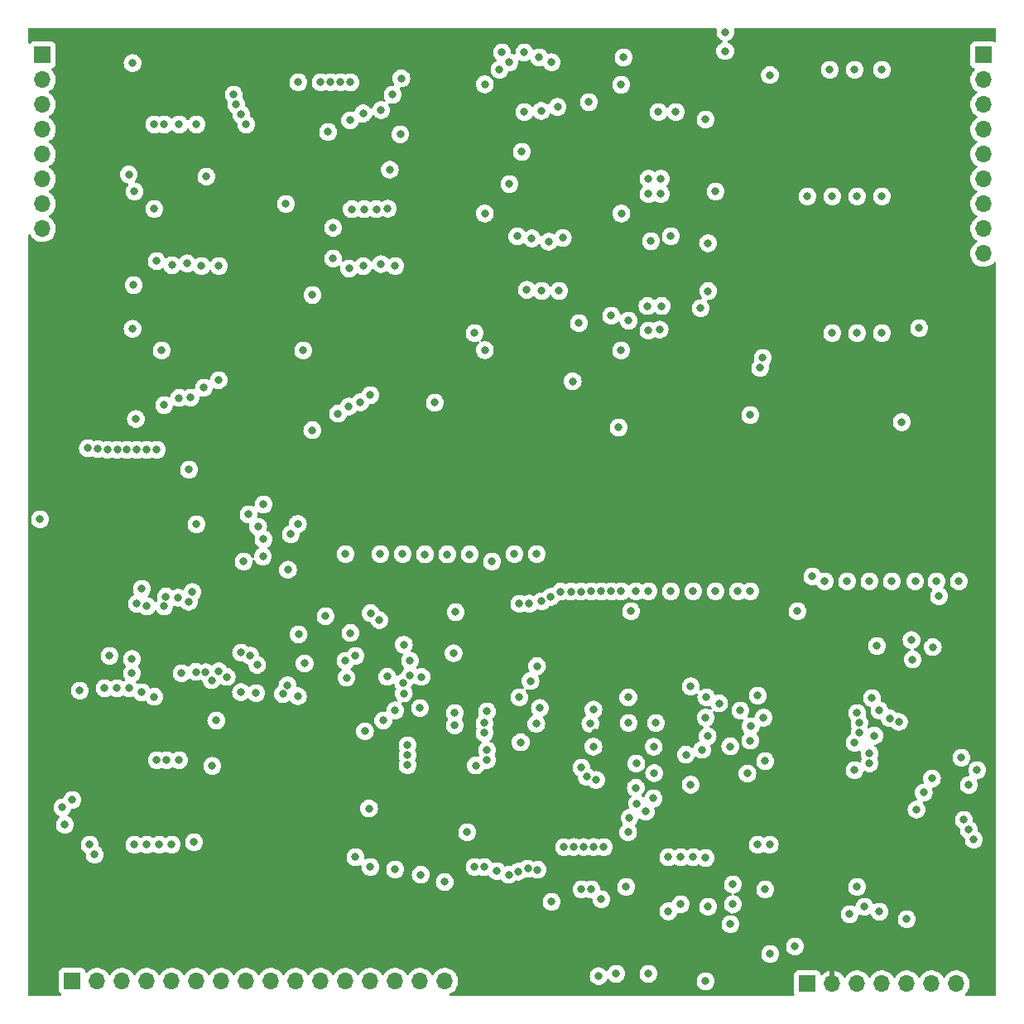
<source format=gbr>
%TF.GenerationSoftware,KiCad,Pcbnew,(6.0.0-0)*%
%TF.CreationDate,2022-03-10T23:02:48-05:00*%
%TF.ProjectId,memory,6d656d6f-7279-42e6-9b69-6361645f7063,rev?*%
%TF.SameCoordinates,Original*%
%TF.FileFunction,Copper,L2,Inr*%
%TF.FilePolarity,Positive*%
%FSLAX46Y46*%
G04 Gerber Fmt 4.6, Leading zero omitted, Abs format (unit mm)*
G04 Created by KiCad (PCBNEW (6.0.0-0)) date 2022-03-10 23:02:48*
%MOMM*%
%LPD*%
G01*
G04 APERTURE LIST*
%TA.AperFunction,ComponentPad*%
%ADD10R,1.700000X1.700000*%
%TD*%
%TA.AperFunction,ComponentPad*%
%ADD11O,1.700000X1.700000*%
%TD*%
%TA.AperFunction,ViaPad*%
%ADD12C,0.800000*%
%TD*%
G04 APERTURE END LIST*
D10*
%TO.N,BUS7*%
%TO.C,J2*%
X84074000Y-27686000D03*
D11*
%TO.N,BUS6*%
X84074000Y-30226000D03*
%TO.N,BUS5*%
X84074000Y-32766000D03*
%TO.N,BUS4*%
X84074000Y-35306000D03*
%TO.N,BUS3*%
X84074000Y-37846000D03*
%TO.N,BUS2*%
X84074000Y-40386000D03*
%TO.N,BUS1*%
X84074000Y-42926000D03*
%TO.N,BUS0*%
X84074000Y-45466000D03*
%TD*%
D10*
%TO.N,~{LATCH_CODE_SEG}*%
%TO.C,J4*%
X180340000Y-27696000D03*
D11*
%TO.N,~{EN_CODE_SEG}*%
X180340000Y-30236000D03*
%TO.N,~{ASSERT_CODE_SEG}*%
X180340000Y-32776000D03*
%TO.N,~{LATCH_DATA_SEG}*%
X180340000Y-35316000D03*
%TO.N,~{EN_DATA_SEG}*%
X180340000Y-37856000D03*
%TO.N,~{ASSERT_DATA_SEG}*%
X180340000Y-40396000D03*
%TO.N,~{LATCH_STACK_SEG}*%
X180340000Y-42936000D03*
%TO.N,~{EN_STACK_SEG}*%
X180340000Y-45476000D03*
%TO.N,~{ASSERT_STACK_SEG}*%
X180340000Y-48016000D03*
%TD*%
D10*
%TO.N,VCC*%
%TO.C,J1*%
X162306000Y-122682000D03*
D11*
%TO.N,GND*%
X164846000Y-122682000D03*
%TO.N,CLOCK*%
X167386000Y-122682000D03*
%TO.N,RESET*%
X169926000Y-122682000D03*
%TO.N,~{LATCH_MAR}*%
X172466000Y-122682000D03*
%TO.N,~{READ}*%
X175006000Y-122682000D03*
%TO.N,~{WRITE}*%
X177546000Y-122682000D03*
%TD*%
D10*
%TO.N,A15*%
%TO.C,J3*%
X87122000Y-122428000D03*
D11*
%TO.N,A14*%
X89662000Y-122428000D03*
%TO.N,A13*%
X92202000Y-122428000D03*
%TO.N,A12*%
X94742000Y-122428000D03*
%TO.N,A11*%
X97282000Y-122428000D03*
%TO.N,A10*%
X99822000Y-122428000D03*
%TO.N,A9*%
X102362000Y-122428000D03*
%TO.N,A8*%
X104902000Y-122428000D03*
%TO.N,A7*%
X107442000Y-122428000D03*
%TO.N,A6*%
X109982000Y-122428000D03*
%TO.N,A5*%
X112522000Y-122428000D03*
%TO.N,A4*%
X115062000Y-122428000D03*
%TO.N,A3*%
X117602000Y-122428000D03*
%TO.N,A2*%
X120142000Y-122428000D03*
%TO.N,A1*%
X122682000Y-122428000D03*
%TO.N,A0*%
X125222000Y-122428000D03*
%TD*%
D12*
%TO.N,VCC*%
X111673212Y-66071581D03*
X144272000Y-84582000D03*
X129321000Y-43907000D03*
X93632420Y-64921822D03*
X154432000Y-116586000D03*
X143256000Y-57912000D03*
X111684110Y-52244922D03*
X87884000Y-92710000D03*
X161036000Y-118872000D03*
X108966000Y-42926000D03*
X93472000Y-41656000D03*
X93294000Y-28524000D03*
X92897125Y-39919033D03*
X129321000Y-57877000D03*
X175768000Y-83058000D03*
X99060000Y-70104000D03*
X161290000Y-84582000D03*
X86360000Y-106426000D03*
X126337920Y-84672642D03*
X143256000Y-30734000D03*
X143291000Y-43907000D03*
X129321000Y-30699000D03*
X169676299Y-115320299D03*
X93294000Y-55702000D03*
X142748000Y-121666000D03*
X110744000Y-57912000D03*
X93396000Y-51232000D03*
X110236000Y-30480000D03*
%TO.N,GND*%
X124714000Y-36322000D03*
X126238000Y-51308000D03*
X129258628Y-106191863D03*
X111760000Y-106172000D03*
X145375698Y-110198500D03*
X153670000Y-47498000D03*
X110236000Y-84836000D03*
X146757422Y-93973289D03*
X119932724Y-85815874D03*
X129032000Y-49792598D03*
X160528000Y-115570000D03*
X156210000Y-113030000D03*
X159512000Y-71882000D03*
X102362000Y-35814000D03*
X129540000Y-62992000D03*
X106426000Y-35909990D03*
X86360000Y-101600000D03*
X100490500Y-101506500D03*
X179578000Y-71628000D03*
X150622000Y-114808000D03*
X162306000Y-106172000D03*
X139700000Y-34036000D03*
X171958000Y-62992000D03*
X139619667Y-47714500D03*
X129540000Y-35814000D03*
X134620000Y-113792000D03*
X109220000Y-54356000D03*
X100490500Y-113444500D03*
X137118968Y-84582000D03*
X165608000Y-113030000D03*
X102870000Y-61976000D03*
X106172000Y-50000500D03*
X171704000Y-84582000D03*
X156718000Y-62992000D03*
X163830000Y-93424011D03*
X144018000Y-34036000D03*
X144780000Y-121666000D03*
X143256000Y-48768000D03*
X157795801Y-97823500D03*
X149606000Y-56134000D03*
X146601346Y-106310642D03*
X127757701Y-92239500D03*
X140716000Y-64262000D03*
X140564342Y-96983179D03*
X123411304Y-97700500D03*
X179578000Y-91694000D03*
X149606000Y-42164000D03*
X109220000Y-26924000D03*
X171704000Y-36068000D03*
X120904000Y-63246000D03*
X86360000Y-113284000D03*
X95250000Y-88900000D03*
X157480000Y-87122000D03*
X154771826Y-36671990D03*
X143472500Y-63805595D03*
X149860000Y-28956000D03*
X171704000Y-49022000D03*
X108966000Y-40894000D03*
%TO.N,/RAM Array/D7*%
X162814000Y-81026000D03*
X179673989Y-100838000D03*
X139762628Y-101536225D03*
X137414000Y-108712000D03*
%TO.N,/RAM Array/D6*%
X178816000Y-102362000D03*
X144764146Y-102653500D03*
X164084000Y-81534000D03*
X138417103Y-108699103D03*
%TO.N,/RAM Array/D5*%
X179324000Y-107950000D03*
X144878097Y-104268810D03*
X166370000Y-81534000D03*
X139437402Y-108703402D03*
%TO.N,/RAM Array/D4*%
X140457701Y-108707701D03*
X168656000Y-81534000D03*
X178816000Y-106934000D03*
X144118120Y-105724500D03*
%TO.N,/RAM Array/D3*%
X141478000Y-108712000D03*
X178308000Y-105918000D03*
X170942000Y-81534000D03*
X143974000Y-107188000D03*
%TO.N,/RAM Array/D2*%
X173468253Y-104878247D03*
X173339619Y-81534000D03*
X145781788Y-105081001D03*
X117475000Y-104775000D03*
X139208497Y-113030000D03*
X146050000Y-121666000D03*
%TO.N,/RAM Array/D1*%
X140208000Y-113030000D03*
X175514000Y-81534000D03*
X174210232Y-103138501D03*
X146558000Y-103731989D03*
%TO.N,/RAM Array/D0*%
X177804299Y-81529701D03*
X141224000Y-114046000D03*
X150368000Y-102324500D03*
X140711701Y-101849701D03*
X175055045Y-101692893D03*
%TO.N,/ADDR15*%
X121035188Y-88015188D03*
X175133000Y-88265000D03*
X151892000Y-109827522D03*
X116078000Y-89154000D03*
X123190000Y-78762383D03*
X97282000Y-108458000D03*
%TO.N,/ADDR14*%
X115062000Y-89662000D03*
X96012000Y-108458000D03*
X83820000Y-75184000D03*
X125476000Y-78762384D03*
X126122949Y-88878748D03*
%TO.N,/ADDR13*%
X119341641Y-91291149D03*
X127762000Y-78762386D03*
X121670300Y-91181700D03*
X106680000Y-73660000D03*
X115175100Y-91391441D03*
X94742000Y-108458000D03*
%TO.N,/ADDR12*%
X130048000Y-79502000D03*
X134657500Y-90207341D03*
X93472000Y-108458000D03*
X122821898Y-91308700D03*
X109130213Y-92164500D03*
%TO.N,/ADDR11*%
X89408000Y-109474000D03*
X140113378Y-96091194D03*
X126238000Y-96266000D03*
X152103098Y-97365011D03*
X169143896Y-97310703D03*
X105918000Y-92964000D03*
X129286000Y-96028497D03*
X132334000Y-78740000D03*
X106680313Y-77216000D03*
%TO.N,/ADDR10*%
X134620000Y-78740000D03*
X167136299Y-98039701D03*
X132989489Y-97996500D03*
X104380016Y-92860287D03*
X154422985Y-98410499D03*
X140425856Y-98432180D03*
X151529159Y-98760268D03*
X106617978Y-78988997D03*
X88900000Y-108458000D03*
%TO.N,/ADDR9*%
X126238000Y-94996000D03*
X129540000Y-94841989D03*
X106034031Y-90072537D03*
X141219701Y-82554299D03*
X115570000Y-86805976D03*
X140422940Y-94642193D03*
X87122000Y-103886000D03*
X122682000Y-94488000D03*
X169672000Y-94742000D03*
X151905679Y-95466500D03*
X106134500Y-75946000D03*
%TO.N,/ADDR8*%
X151972333Y-93392989D03*
X105156000Y-74676000D03*
X105333574Y-89144802D03*
X86106000Y-104648000D03*
X157226000Y-93218000D03*
X113030000Y-85090000D03*
X168910000Y-93472000D03*
X142240000Y-82550000D03*
X143988500Y-93392989D03*
X120963545Y-91888455D03*
%TO.N,/ADDR7*%
X143256000Y-82550000D03*
X121027072Y-93001500D03*
X133989843Y-91731500D03*
X150368002Y-92281011D03*
%TO.N,/ADDR6*%
X132842000Y-93392989D03*
X108667535Y-93050465D03*
X110204993Y-93271913D03*
X153283127Y-94017500D03*
X144780000Y-82550000D03*
X120146299Y-94737701D03*
%TO.N,/ADDR5*%
X155448000Y-94742000D03*
X167386000Y-94996000D03*
X134949018Y-94476683D03*
X118930771Y-95775238D03*
X157824625Y-95466500D03*
X146050000Y-82550000D03*
X95507043Y-93338512D03*
X102922032Y-91303335D03*
%TO.N,/ADDR4*%
X148336000Y-82550000D03*
X170741519Y-95545526D03*
X117056500Y-96857434D03*
X134576046Y-96091011D03*
X167640000Y-96012000D03*
X102101601Y-90732459D03*
X144018000Y-96012000D03*
X146812000Y-96012000D03*
X94234000Y-92889001D03*
X156525090Y-96349813D03*
%TO.N,/ADDR3*%
X101377101Y-91633856D03*
X167640000Y-97028000D03*
X171673791Y-95905906D03*
X150622000Y-82550000D03*
X92964000Y-92456000D03*
X121412000Y-98298000D03*
X156464000Y-97814522D03*
X129286000Y-97028000D03*
%TO.N,/ADDR2*%
X146589683Y-98452011D03*
X144811816Y-100161275D03*
X91694000Y-92456000D03*
X168656000Y-99149500D03*
X152908000Y-82550000D03*
X129540000Y-98806000D03*
X100766138Y-90842825D03*
X121412000Y-99314000D03*
%TO.N,/ADDR1*%
X168656000Y-100149003D03*
X155194000Y-82550000D03*
X90424000Y-92456000D03*
X129540000Y-99805503D03*
X121412000Y-100330000D03*
X99768098Y-90788765D03*
%TO.N,/ADDR0*%
X139192000Y-100584000D03*
X156176167Y-101187989D03*
X156464000Y-82550000D03*
X93218000Y-90932000D03*
X167132000Y-100838000D03*
X146634253Y-101148046D03*
X98298000Y-90932000D03*
%TO.N,~{LATCH_MAR}*%
X172466000Y-116078000D03*
X167386000Y-112776000D03*
%TO.N,~{READ}*%
X158496000Y-119634000D03*
X99822000Y-75692000D03*
X140959000Y-121909000D03*
%TO.N,~{WRITE}*%
X166624000Y-115570000D03*
%TO.N,BUS7*%
X134706346Y-111033029D03*
X95758000Y-68072000D03*
X139157030Y-82576370D03*
X99394759Y-82627827D03*
%TO.N,BUS6*%
X138120893Y-82587500D03*
X94737701Y-68076299D03*
X99032998Y-83611325D03*
X133712646Y-110925482D03*
%TO.N,BUS5*%
X132721489Y-111220145D03*
X93717402Y-68080598D03*
X137074658Y-82587500D03*
X97940225Y-83199627D03*
%TO.N,BUS4*%
X147402764Y-53377500D03*
X143510000Y-27940000D03*
X96702215Y-83091247D03*
X147199218Y-55781899D03*
X92717937Y-68071944D03*
X136071645Y-83121756D03*
X120670234Y-35814001D03*
X147324299Y-40348500D03*
X120777000Y-30099000D03*
X147320000Y-41910000D03*
X131771542Y-111530961D03*
%TO.N,BUS3*%
X135128000Y-83566000D03*
X130570746Y-111176053D03*
X96520000Y-84074000D03*
X136146149Y-28445851D03*
X130810000Y-29210000D03*
X91718435Y-68072000D03*
X119386438Y-43416148D03*
%TO.N,BUS2*%
X133862299Y-83815701D03*
X134874000Y-27940000D03*
X94742000Y-84074000D03*
X90718932Y-68072000D03*
X129279239Y-110759360D03*
X131826000Y-28448000D03*
X118237000Y-43471500D03*
%TO.N,BUS1*%
X89721716Y-68004440D03*
X116982086Y-43471500D03*
X131064000Y-27432000D03*
X93218000Y-89482999D03*
X128270000Y-110744000D03*
X104389563Y-88816399D03*
X133350000Y-27432000D03*
X132842000Y-83820000D03*
X93730299Y-83824299D03*
%TO.N,BUS0*%
X140199402Y-82558598D03*
X90932000Y-89154000D03*
X88725881Y-67918901D03*
X104648000Y-79502000D03*
X94234000Y-82296000D03*
X136144000Y-114300000D03*
X115712086Y-43471500D03*
%TO.N,SEGMENT2*%
X115062000Y-78740000D03*
X121666000Y-89662000D03*
X148082000Y-109728000D03*
X173069989Y-89535000D03*
%TO.N,SEGMENT1*%
X118618002Y-78740000D03*
X117648095Y-84774092D03*
X149352000Y-109728000D03*
X172953340Y-87540500D03*
%TO.N,SEGMENT0*%
X118530533Y-85498592D03*
X150622000Y-109728000D03*
X120904000Y-78740000D03*
X169418000Y-88138000D03*
%TO.N,A7*%
X98044000Y-99822000D03*
%TO.N,A6*%
X96774000Y-99822000D03*
%TO.N,A5*%
X95774497Y-99822000D03*
%TO.N,A4*%
X116078000Y-109728000D03*
%TO.N,A3*%
X117602000Y-110744000D03*
%TO.N,A2*%
X120142000Y-110998000D03*
%TO.N,A1*%
X122762333Y-111543500D03*
%TO.N,A0*%
X125215952Y-112278092D03*
%TO.N,CLOCK*%
X151892000Y-34290000D03*
X138303000Y-61087000D03*
X152160105Y-51853500D03*
X152908000Y-41656000D03*
X156463296Y-64515296D03*
X139954000Y-32512000D03*
X152141700Y-46952500D03*
%TO.N,SEGMENT4*%
X149352000Y-114554000D03*
X110198501Y-75654501D03*
%TO.N,SEGMENT3*%
X109474000Y-76708000D03*
X148082000Y-115278500D03*
%TO.N,/~{EEPROM_EN}*%
X109182546Y-80339943D03*
X152146000Y-114808000D03*
X110888695Y-89916000D03*
X151892000Y-122428000D03*
X110273500Y-86955713D03*
X101849701Y-95762299D03*
%TO.N,~{RAM_WRITE}*%
X168148000Y-114808000D03*
X143764000Y-112776000D03*
%TO.N,~{RAM_EN3}*%
X178054000Y-99568000D03*
X157988000Y-113030000D03*
%TO.N,~{RAM_EN2}*%
X157988000Y-99917988D03*
X158462500Y-108458000D03*
%TO.N,~{RAM_EN1}*%
X157226000Y-108458000D03*
X149884818Y-99256270D03*
%TO.N,~{RAM_EN0}*%
X154686000Y-112522000D03*
X128399532Y-100367500D03*
X154690299Y-114549701D03*
X127508000Y-107188000D03*
%TO.N,LATCH_MAR*%
X99568000Y-108204000D03*
X101433698Y-100412065D03*
%TO.N,/Data Segments/Data Segment/S4*%
X145947813Y-53377500D03*
X146304000Y-46736000D03*
X120142000Y-49276000D03*
X102108000Y-49276000D03*
X148336000Y-46228000D03*
%TO.N,/Data Segments/Data Segment/S3*%
X100330000Y-49276000D03*
X118692999Y-49087525D03*
X162306000Y-42164000D03*
X137297041Y-46407145D03*
X136906000Y-51816000D03*
%TO.N,/Data Segments/Data Segment/S2*%
X135128000Y-51816000D03*
X135852500Y-46787512D03*
X98880999Y-49017701D03*
X116887989Y-49296028D03*
X164846000Y-42164000D03*
%TO.N,/Data Segments/Data Segment/S1*%
X97319500Y-49202113D03*
X115438988Y-49531730D03*
X134126501Y-46458857D03*
X133608299Y-51716478D03*
X167386000Y-42164000D03*
%TO.N,/Data Segments/Data Segment/S0*%
X95758000Y-48768000D03*
X113792000Y-48514000D03*
X169926000Y-42164000D03*
X132642009Y-46231202D03*
%TO.N,/Data Segments/Code Segment/S4*%
X119888000Y-31750000D03*
X148844000Y-33528000D03*
X147066000Y-33528000D03*
X100838000Y-40132000D03*
X119596500Y-39434587D03*
%TO.N,/Data Segments/Code Segment/S3*%
X99822000Y-34798000D03*
X158475634Y-29748372D03*
X115565701Y-30484299D03*
X136756429Y-33015672D03*
X104902000Y-34798000D03*
X118713989Y-33327019D03*
%TO.N,/Data Segments/Code Segment/S2*%
X114554000Y-30480000D03*
X98044000Y-34798000D03*
X164592000Y-29210000D03*
X104394000Y-33782000D03*
X116877500Y-33679759D03*
X135088467Y-33419997D03*
%TO.N,/Data Segments/Code Segment/S1*%
X96520000Y-34798000D03*
X167132000Y-29210000D03*
X103886000Y-32766000D03*
X133350000Y-33528000D03*
X115548497Y-34379206D03*
X113538000Y-30480000D03*
%TO.N,/Data Segments/Code Segment/S0*%
X113284000Y-35560000D03*
X95504000Y-34798000D03*
X133096000Y-37592000D03*
X103632000Y-31750000D03*
X112522000Y-30480000D03*
X169926000Y-29210000D03*
%TO.N,/Data Segments/Stack Segment/S4*%
X102108000Y-60960000D03*
X124206000Y-63246000D03*
X143002000Y-65786000D03*
%TO.N,/Data Segments/Stack Segment/S3*%
X100584000Y-61722000D03*
X117602000Y-62484000D03*
%TO.N,/Data Segments/Stack Segment/S2*%
X164846000Y-56134000D03*
X116586000Y-63208500D03*
X157734000Y-58674000D03*
X99224500Y-62738000D03*
%TO.N,/Data Segments/Stack Segment/S1*%
X98044000Y-62775500D03*
X115396333Y-63658011D03*
X167386000Y-56134000D03*
X157480000Y-59690000D03*
%TO.N,/Data Segments/Stack Segment/S0*%
X171958000Y-65239796D03*
X169926000Y-56134000D03*
X114300000Y-64382511D03*
X96520000Y-63500000D03*
%TO.N,RESET*%
X146050000Y-40348500D03*
X131826000Y-40894000D03*
X144022299Y-54868299D03*
X146050000Y-41910000D03*
X146050000Y-55880000D03*
X142240000Y-54356000D03*
%TO.N,~{EN_DATA_SEG}*%
X95504000Y-43434000D03*
%TO.N,~{ASSERT_DATA_SEG}*%
X113792000Y-45370011D03*
%TO.N,~{LATCH_CODE_SEG}*%
X153897680Y-27298511D03*
X153924000Y-25353692D03*
%TO.N,~{LATCH_STACK_SEG}*%
X173736000Y-55626000D03*
%TO.N,~{EN_STACK_SEG}*%
X96266000Y-57912000D03*
X138938000Y-55118000D03*
%TO.N,~{ASSERT_STACK_SEG}*%
X151384000Y-53594000D03*
X128270000Y-56134000D03*
%TD*%
%TA.AperFunction,Conductor*%
%TO.N,GND*%
G36*
X153001110Y-24950002D02*
G01*
X153047603Y-25003658D01*
X153057707Y-25073932D01*
X153052823Y-25094931D01*
X153030458Y-25163764D01*
X153010496Y-25353692D01*
X153030458Y-25543620D01*
X153089473Y-25725248D01*
X153184960Y-25890636D01*
X153312747Y-26032558D01*
X153467248Y-26144810D01*
X153473274Y-26147493D01*
X153473281Y-26147497D01*
X153602741Y-26205135D01*
X153656837Y-26251115D01*
X153677487Y-26319042D01*
X153658135Y-26387350D01*
X153602742Y-26435349D01*
X153446958Y-26504708D01*
X153446956Y-26504709D01*
X153440928Y-26507393D01*
X153286427Y-26619645D01*
X153282006Y-26624555D01*
X153282005Y-26624556D01*
X153174872Y-26743540D01*
X153158640Y-26761567D01*
X153139644Y-26794469D01*
X153084404Y-26890148D01*
X153063153Y-26926955D01*
X153004138Y-27108583D01*
X153003448Y-27115144D01*
X153003448Y-27115146D01*
X152998014Y-27166846D01*
X152984176Y-27298511D01*
X153004138Y-27488439D01*
X153063153Y-27670067D01*
X153158640Y-27835455D01*
X153286427Y-27977377D01*
X153385523Y-28049375D01*
X153419823Y-28074295D01*
X153440928Y-28089629D01*
X153446956Y-28092313D01*
X153446958Y-28092314D01*
X153531441Y-28129928D01*
X153615392Y-28167305D01*
X153708793Y-28187158D01*
X153795736Y-28205639D01*
X153795741Y-28205639D01*
X153802193Y-28207011D01*
X153993167Y-28207011D01*
X153999619Y-28205639D01*
X153999624Y-28205639D01*
X154086568Y-28187158D01*
X154179968Y-28167305D01*
X154263919Y-28129928D01*
X154348402Y-28092314D01*
X154348404Y-28092313D01*
X154354432Y-28089629D01*
X154375538Y-28074295D01*
X154409837Y-28049375D01*
X154508933Y-27977377D01*
X154636720Y-27835455D01*
X154732207Y-27670067D01*
X154791222Y-27488439D01*
X154811184Y-27298511D01*
X154797346Y-27166846D01*
X154791912Y-27115146D01*
X154791912Y-27115144D01*
X154791222Y-27108583D01*
X154732207Y-26926955D01*
X154710957Y-26890148D01*
X154655716Y-26794469D01*
X154636720Y-26761567D01*
X154620489Y-26743540D01*
X154513355Y-26624556D01*
X154513354Y-26624555D01*
X154508933Y-26619645D01*
X154354432Y-26507393D01*
X154348406Y-26504710D01*
X154348399Y-26504706D01*
X154218939Y-26447068D01*
X154164843Y-26401088D01*
X154144193Y-26333161D01*
X154163545Y-26264853D01*
X154218938Y-26216854D01*
X154374722Y-26147495D01*
X154374724Y-26147494D01*
X154380752Y-26144810D01*
X154535253Y-26032558D01*
X154663040Y-25890636D01*
X154758527Y-25725248D01*
X154817542Y-25543620D01*
X154837504Y-25353692D01*
X154817542Y-25163764D01*
X154795178Y-25094935D01*
X154793150Y-25023969D01*
X154829812Y-24963171D01*
X154893525Y-24931846D01*
X154915011Y-24930000D01*
X181484000Y-24930000D01*
X181552121Y-24950002D01*
X181598614Y-25003658D01*
X181610000Y-25056000D01*
X181610000Y-26279081D01*
X181589998Y-26347202D01*
X181536342Y-26393695D01*
X181466068Y-26403799D01*
X181437164Y-26394161D01*
X181436705Y-26395385D01*
X181300316Y-26344255D01*
X181238134Y-26337500D01*
X179441866Y-26337500D01*
X179379684Y-26344255D01*
X179243295Y-26395385D01*
X179126739Y-26482739D01*
X179039385Y-26599295D01*
X178988255Y-26735684D01*
X178981500Y-26797866D01*
X178981500Y-28594134D01*
X178988255Y-28656316D01*
X179039385Y-28792705D01*
X179126739Y-28909261D01*
X179243295Y-28996615D01*
X179251704Y-28999767D01*
X179251705Y-28999768D01*
X179360451Y-29040535D01*
X179417216Y-29083176D01*
X179441916Y-29149738D01*
X179426709Y-29219087D01*
X179407316Y-29245568D01*
X179286325Y-29372178D01*
X179280629Y-29378138D01*
X179154743Y-29562680D01*
X179107715Y-29663993D01*
X179065501Y-29754937D01*
X179060688Y-29765305D01*
X179000989Y-29980570D01*
X178977251Y-30202695D01*
X178977548Y-30207848D01*
X178977548Y-30207851D01*
X178982667Y-30296635D01*
X178990110Y-30425715D01*
X178991247Y-30430761D01*
X178991248Y-30430767D01*
X179010022Y-30514069D01*
X179039222Y-30643639D01*
X179093726Y-30777866D01*
X179121096Y-30845271D01*
X179123266Y-30850616D01*
X179164170Y-30917365D01*
X179230834Y-31026151D01*
X179239987Y-31041088D01*
X179386250Y-31209938D01*
X179558126Y-31352632D01*
X179592905Y-31372955D01*
X179631445Y-31395476D01*
X179680169Y-31447114D01*
X179693240Y-31516897D01*
X179666509Y-31582669D01*
X179626055Y-31616027D01*
X179613607Y-31622507D01*
X179609474Y-31625610D01*
X179609471Y-31625612D01*
X179443802Y-31750000D01*
X179434965Y-31756635D01*
X179280629Y-31918138D01*
X179277715Y-31922410D01*
X179277714Y-31922411D01*
X179270242Y-31933365D01*
X179154743Y-32102680D01*
X179107716Y-32203992D01*
X179066933Y-32291852D01*
X179060688Y-32305305D01*
X179000989Y-32520570D01*
X178977251Y-32742695D01*
X178977548Y-32747848D01*
X178977548Y-32747851D01*
X178985703Y-32889279D01*
X178990110Y-32965715D01*
X178991247Y-32970761D01*
X178991248Y-32970767D01*
X179008867Y-33048944D01*
X179039222Y-33183639D01*
X179087737Y-33303118D01*
X179120122Y-33382872D01*
X179123266Y-33390616D01*
X179167891Y-33463438D01*
X179236036Y-33574640D01*
X179239987Y-33581088D01*
X179386250Y-33749938D01*
X179432777Y-33788565D01*
X179549943Y-33885838D01*
X179558126Y-33892632D01*
X179613054Y-33924729D01*
X179631445Y-33935476D01*
X179680169Y-33987114D01*
X179693240Y-34056897D01*
X179666509Y-34122669D01*
X179626055Y-34156027D01*
X179613607Y-34162507D01*
X179609474Y-34165610D01*
X179609471Y-34165612D01*
X179443305Y-34290373D01*
X179434965Y-34296635D01*
X179408956Y-34323852D01*
X179310917Y-34426444D01*
X179280629Y-34458138D01*
X179277715Y-34462410D01*
X179277714Y-34462411D01*
X179271939Y-34470877D01*
X179154743Y-34642680D01*
X179107716Y-34743992D01*
X179066933Y-34831852D01*
X179060688Y-34845305D01*
X179000989Y-35060570D01*
X178977251Y-35282695D01*
X178977548Y-35287848D01*
X178977548Y-35287851D01*
X178982642Y-35376198D01*
X178990110Y-35505715D01*
X178991247Y-35510761D01*
X178991248Y-35510767D01*
X179008906Y-35589118D01*
X179039222Y-35723639D01*
X179075914Y-35814001D01*
X179121096Y-35925271D01*
X179123266Y-35930616D01*
X179164170Y-35997366D01*
X179225192Y-36096944D01*
X179239987Y-36121088D01*
X179386250Y-36289938D01*
X179558126Y-36432632D01*
X179614332Y-36465476D01*
X179631445Y-36475476D01*
X179680169Y-36527114D01*
X179693240Y-36596897D01*
X179666509Y-36662669D01*
X179626055Y-36696027D01*
X179613607Y-36702507D01*
X179609474Y-36705610D01*
X179609471Y-36705612D01*
X179443305Y-36830373D01*
X179434965Y-36836635D01*
X179280629Y-36998138D01*
X179277715Y-37002410D01*
X179277714Y-37002411D01*
X179269620Y-37014277D01*
X179154743Y-37182680D01*
X179060688Y-37385305D01*
X179000989Y-37600570D01*
X178977251Y-37822695D01*
X178977548Y-37827848D01*
X178977548Y-37827851D01*
X178985010Y-37957271D01*
X178990110Y-38045715D01*
X178991247Y-38050761D01*
X178991248Y-38050767D01*
X179008867Y-38128944D01*
X179039222Y-38263639D01*
X179123266Y-38470616D01*
X179167891Y-38543438D01*
X179227545Y-38640784D01*
X179239987Y-38661088D01*
X179386250Y-38829938D01*
X179558126Y-38972632D01*
X179614332Y-39005476D01*
X179631445Y-39015476D01*
X179680169Y-39067114D01*
X179693240Y-39136897D01*
X179666509Y-39202669D01*
X179626055Y-39236027D01*
X179613607Y-39242507D01*
X179609474Y-39245610D01*
X179609471Y-39245612D01*
X179443305Y-39370373D01*
X179434965Y-39376635D01*
X179280629Y-39538138D01*
X179277715Y-39542410D01*
X179277714Y-39542411D01*
X179266659Y-39558617D01*
X179154743Y-39722680D01*
X179110834Y-39817274D01*
X179066647Y-39912468D01*
X179060688Y-39925305D01*
X179000989Y-40140570D01*
X178977251Y-40362695D01*
X178977548Y-40367848D01*
X178977548Y-40367851D01*
X178987745Y-40544706D01*
X178990110Y-40585715D01*
X178991247Y-40590761D01*
X178991248Y-40590767D01*
X179008867Y-40668944D01*
X179039222Y-40803639D01*
X179075914Y-40894000D01*
X179111665Y-40982045D01*
X179123266Y-41010616D01*
X179164170Y-41077365D01*
X179217364Y-41164170D01*
X179239987Y-41201088D01*
X179386250Y-41369938D01*
X179558126Y-41512632D01*
X179602298Y-41538444D01*
X179631445Y-41555476D01*
X179680169Y-41607114D01*
X179693240Y-41676897D01*
X179666509Y-41742669D01*
X179626055Y-41776027D01*
X179613607Y-41782507D01*
X179609474Y-41785610D01*
X179609471Y-41785612D01*
X179443802Y-41910000D01*
X179434965Y-41916635D01*
X179280629Y-42078138D01*
X179277715Y-42082410D01*
X179277714Y-42082411D01*
X179270242Y-42093365D01*
X179154743Y-42262680D01*
X179109473Y-42360206D01*
X179066933Y-42451852D01*
X179060688Y-42465305D01*
X179000989Y-42680570D01*
X178977251Y-42902695D01*
X178977548Y-42907848D01*
X178977548Y-42907851D01*
X178985795Y-43050877D01*
X178990110Y-43125715D01*
X178991247Y-43130761D01*
X178991248Y-43130767D01*
X179010022Y-43214069D01*
X179039222Y-43343639D01*
X179123266Y-43550616D01*
X179161099Y-43612354D01*
X179226944Y-43719803D01*
X179239987Y-43741088D01*
X179386250Y-43909938D01*
X179558126Y-44052632D01*
X179614332Y-44085476D01*
X179631445Y-44095476D01*
X179680169Y-44147114D01*
X179693240Y-44216897D01*
X179666509Y-44282669D01*
X179626055Y-44316027D01*
X179613607Y-44322507D01*
X179609474Y-44325610D01*
X179609471Y-44325612D01*
X179445331Y-44448852D01*
X179434965Y-44456635D01*
X179280629Y-44618138D01*
X179277715Y-44622410D01*
X179277714Y-44622411D01*
X179269620Y-44634277D01*
X179154743Y-44802680D01*
X179107716Y-44903992D01*
X179063868Y-44998455D01*
X179060688Y-45005305D01*
X179000989Y-45220570D01*
X178977251Y-45442695D01*
X178977548Y-45447848D01*
X178977548Y-45447851D01*
X178983538Y-45551729D01*
X178990110Y-45665715D01*
X178991247Y-45670761D01*
X178991248Y-45670767D01*
X179010022Y-45754069D01*
X179039222Y-45883639D01*
X179096732Y-46025269D01*
X179111665Y-46062045D01*
X179123266Y-46090616D01*
X179164098Y-46157248D01*
X179233040Y-46269751D01*
X179239987Y-46281088D01*
X179386250Y-46449938D01*
X179558126Y-46592632D01*
X179628595Y-46633811D01*
X179631445Y-46635476D01*
X179680169Y-46687114D01*
X179693240Y-46756897D01*
X179666509Y-46822669D01*
X179626055Y-46856027D01*
X179613607Y-46862507D01*
X179609474Y-46865610D01*
X179609471Y-46865612D01*
X179443695Y-46990080D01*
X179434965Y-46996635D01*
X179407854Y-47025005D01*
X179301914Y-47135865D01*
X179280629Y-47158138D01*
X179277715Y-47162410D01*
X179277714Y-47162411D01*
X179251426Y-47200948D01*
X179154743Y-47342680D01*
X179123515Y-47409955D01*
X179067884Y-47529803D01*
X179060688Y-47545305D01*
X179000989Y-47760570D01*
X178977251Y-47982695D01*
X178977548Y-47987848D01*
X178977548Y-47987851D01*
X178986989Y-48151592D01*
X178990110Y-48205715D01*
X178991247Y-48210761D01*
X178991248Y-48210767D01*
X179010228Y-48294985D01*
X179039222Y-48423639D01*
X179092509Y-48554871D01*
X179111665Y-48602045D01*
X179123266Y-48630616D01*
X179125965Y-48635020D01*
X179233067Y-48809795D01*
X179239987Y-48821088D01*
X179386250Y-48989938D01*
X179558126Y-49132632D01*
X179751000Y-49245338D01*
X179959692Y-49325030D01*
X179964760Y-49326061D01*
X179964763Y-49326062D01*
X180072017Y-49347883D01*
X180178597Y-49369567D01*
X180183772Y-49369757D01*
X180183774Y-49369757D01*
X180396673Y-49377564D01*
X180396677Y-49377564D01*
X180401837Y-49377753D01*
X180406957Y-49377097D01*
X180406959Y-49377097D01*
X180618288Y-49350025D01*
X180618289Y-49350025D01*
X180623416Y-49349368D01*
X180648635Y-49341802D01*
X180832429Y-49286661D01*
X180832434Y-49286659D01*
X180837384Y-49285174D01*
X181037994Y-49186896D01*
X181219860Y-49057173D01*
X181378096Y-48899489D01*
X181381109Y-48895296D01*
X181381114Y-48895290D01*
X181381674Y-48894510D01*
X181381981Y-48894271D01*
X181384465Y-48891352D01*
X181385067Y-48891865D01*
X181437666Y-48850859D01*
X181508369Y-48844410D01*
X181571335Y-48877210D01*
X181606573Y-48938844D01*
X181610000Y-48968031D01*
X181610000Y-123788000D01*
X181589998Y-123856121D01*
X181536342Y-123902614D01*
X181484000Y-123914000D01*
X178539310Y-123914000D01*
X178471189Y-123893998D01*
X178424696Y-123840342D01*
X178414592Y-123770068D01*
X178444086Y-123705488D01*
X178450370Y-123698749D01*
X178550572Y-123598896D01*
X178584096Y-123565489D01*
X178608239Y-123531891D01*
X178711435Y-123388277D01*
X178714453Y-123384077D01*
X178727995Y-123356678D01*
X178811136Y-123188453D01*
X178811137Y-123188451D01*
X178813430Y-123183811D01*
X178846300Y-123075625D01*
X178876865Y-122975023D01*
X178876865Y-122975021D01*
X178878370Y-122970069D01*
X178907529Y-122748590D01*
X178908648Y-122702803D01*
X178909074Y-122685365D01*
X178909074Y-122685361D01*
X178909156Y-122682000D01*
X178890852Y-122459361D01*
X178836431Y-122242702D01*
X178747354Y-122037840D01*
X178649220Y-121886148D01*
X178628822Y-121854617D01*
X178628820Y-121854614D01*
X178626014Y-121850277D01*
X178475670Y-121685051D01*
X178471619Y-121681852D01*
X178471615Y-121681848D01*
X178304414Y-121549800D01*
X178304410Y-121549798D01*
X178300359Y-121546598D01*
X178283777Y-121537444D01*
X178203382Y-121493064D01*
X178104789Y-121438638D01*
X178099920Y-121436914D01*
X178099916Y-121436912D01*
X177899087Y-121365795D01*
X177899083Y-121365794D01*
X177894212Y-121364069D01*
X177889119Y-121363162D01*
X177889116Y-121363161D01*
X177679373Y-121325800D01*
X177679367Y-121325799D01*
X177674284Y-121324894D01*
X177600452Y-121323992D01*
X177456081Y-121322228D01*
X177456079Y-121322228D01*
X177450911Y-121322165D01*
X177230091Y-121355955D01*
X177017756Y-121425357D01*
X176969951Y-121450243D01*
X176834274Y-121520872D01*
X176819607Y-121528507D01*
X176815474Y-121531610D01*
X176815471Y-121531612D01*
X176645227Y-121659435D01*
X176640965Y-121662635D01*
X176486629Y-121824138D01*
X176379201Y-121981621D01*
X176324293Y-122026621D01*
X176253768Y-122034792D01*
X176190021Y-122003538D01*
X176169324Y-121979054D01*
X176088822Y-121854617D01*
X176088820Y-121854614D01*
X176086014Y-121850277D01*
X175935670Y-121685051D01*
X175931619Y-121681852D01*
X175931615Y-121681848D01*
X175764414Y-121549800D01*
X175764410Y-121549798D01*
X175760359Y-121546598D01*
X175743777Y-121537444D01*
X175663382Y-121493064D01*
X175564789Y-121438638D01*
X175559920Y-121436914D01*
X175559916Y-121436912D01*
X175359087Y-121365795D01*
X175359083Y-121365794D01*
X175354212Y-121364069D01*
X175349119Y-121363162D01*
X175349116Y-121363161D01*
X175139373Y-121325800D01*
X175139367Y-121325799D01*
X175134284Y-121324894D01*
X175060452Y-121323992D01*
X174916081Y-121322228D01*
X174916079Y-121322228D01*
X174910911Y-121322165D01*
X174690091Y-121355955D01*
X174477756Y-121425357D01*
X174429951Y-121450243D01*
X174294274Y-121520872D01*
X174279607Y-121528507D01*
X174275474Y-121531610D01*
X174275471Y-121531612D01*
X174105227Y-121659435D01*
X174100965Y-121662635D01*
X173946629Y-121824138D01*
X173839201Y-121981621D01*
X173784293Y-122026621D01*
X173713768Y-122034792D01*
X173650021Y-122003538D01*
X173629324Y-121979054D01*
X173548822Y-121854617D01*
X173548820Y-121854614D01*
X173546014Y-121850277D01*
X173395670Y-121685051D01*
X173391619Y-121681852D01*
X173391615Y-121681848D01*
X173224414Y-121549800D01*
X173224410Y-121549798D01*
X173220359Y-121546598D01*
X173203777Y-121537444D01*
X173123382Y-121493064D01*
X173024789Y-121438638D01*
X173019920Y-121436914D01*
X173019916Y-121436912D01*
X172819087Y-121365795D01*
X172819083Y-121365794D01*
X172814212Y-121364069D01*
X172809119Y-121363162D01*
X172809116Y-121363161D01*
X172599373Y-121325800D01*
X172599367Y-121325799D01*
X172594284Y-121324894D01*
X172520452Y-121323992D01*
X172376081Y-121322228D01*
X172376079Y-121322228D01*
X172370911Y-121322165D01*
X172150091Y-121355955D01*
X171937756Y-121425357D01*
X171889951Y-121450243D01*
X171754274Y-121520872D01*
X171739607Y-121528507D01*
X171735474Y-121531610D01*
X171735471Y-121531612D01*
X171565227Y-121659435D01*
X171560965Y-121662635D01*
X171406629Y-121824138D01*
X171299201Y-121981621D01*
X171244293Y-122026621D01*
X171173768Y-122034792D01*
X171110021Y-122003538D01*
X171089324Y-121979054D01*
X171008822Y-121854617D01*
X171008820Y-121854614D01*
X171006014Y-121850277D01*
X170855670Y-121685051D01*
X170851619Y-121681852D01*
X170851615Y-121681848D01*
X170684414Y-121549800D01*
X170684410Y-121549798D01*
X170680359Y-121546598D01*
X170663777Y-121537444D01*
X170583382Y-121493064D01*
X170484789Y-121438638D01*
X170479920Y-121436914D01*
X170479916Y-121436912D01*
X170279087Y-121365795D01*
X170279083Y-121365794D01*
X170274212Y-121364069D01*
X170269119Y-121363162D01*
X170269116Y-121363161D01*
X170059373Y-121325800D01*
X170059367Y-121325799D01*
X170054284Y-121324894D01*
X169980452Y-121323992D01*
X169836081Y-121322228D01*
X169836079Y-121322228D01*
X169830911Y-121322165D01*
X169610091Y-121355955D01*
X169397756Y-121425357D01*
X169349951Y-121450243D01*
X169214274Y-121520872D01*
X169199607Y-121528507D01*
X169195474Y-121531610D01*
X169195471Y-121531612D01*
X169025227Y-121659435D01*
X169020965Y-121662635D01*
X168866629Y-121824138D01*
X168759201Y-121981621D01*
X168704293Y-122026621D01*
X168633768Y-122034792D01*
X168570021Y-122003538D01*
X168549324Y-121979054D01*
X168468822Y-121854617D01*
X168468820Y-121854614D01*
X168466014Y-121850277D01*
X168315670Y-121685051D01*
X168311619Y-121681852D01*
X168311615Y-121681848D01*
X168144414Y-121549800D01*
X168144410Y-121549798D01*
X168140359Y-121546598D01*
X168123777Y-121537444D01*
X168043382Y-121493064D01*
X167944789Y-121438638D01*
X167939920Y-121436914D01*
X167939916Y-121436912D01*
X167739087Y-121365795D01*
X167739083Y-121365794D01*
X167734212Y-121364069D01*
X167729119Y-121363162D01*
X167729116Y-121363161D01*
X167519373Y-121325800D01*
X167519367Y-121325799D01*
X167514284Y-121324894D01*
X167440452Y-121323992D01*
X167296081Y-121322228D01*
X167296079Y-121322228D01*
X167290911Y-121322165D01*
X167070091Y-121355955D01*
X166857756Y-121425357D01*
X166809951Y-121450243D01*
X166674274Y-121520872D01*
X166659607Y-121528507D01*
X166655474Y-121531610D01*
X166655471Y-121531612D01*
X166485227Y-121659435D01*
X166480965Y-121662635D01*
X166326629Y-121824138D01*
X166219204Y-121981618D01*
X166218898Y-121982066D01*
X166163987Y-122027069D01*
X166093462Y-122035240D01*
X166029715Y-122003986D01*
X166009018Y-121979502D01*
X165928426Y-121854926D01*
X165922136Y-121846757D01*
X165778806Y-121689240D01*
X165771273Y-121682215D01*
X165604139Y-121550222D01*
X165595552Y-121544517D01*
X165409117Y-121441599D01*
X165399705Y-121437369D01*
X165198959Y-121366280D01*
X165188988Y-121363646D01*
X165117837Y-121350972D01*
X165104540Y-121352432D01*
X165100000Y-121366989D01*
X165100000Y-122810000D01*
X165079998Y-122878121D01*
X165026342Y-122924614D01*
X164974000Y-122936000D01*
X164718000Y-122936000D01*
X164649879Y-122915998D01*
X164603386Y-122862342D01*
X164592000Y-122810000D01*
X164592000Y-121365102D01*
X164588082Y-121351758D01*
X164573806Y-121349771D01*
X164535324Y-121355660D01*
X164525288Y-121358051D01*
X164322868Y-121424212D01*
X164313359Y-121428209D01*
X164124463Y-121526542D01*
X164115738Y-121532036D01*
X163945433Y-121659905D01*
X163937726Y-121666748D01*
X163860478Y-121747584D01*
X163798954Y-121783014D01*
X163728042Y-121779557D01*
X163670255Y-121738311D01*
X163651402Y-121704763D01*
X163609767Y-121593703D01*
X163606615Y-121585295D01*
X163519261Y-121468739D01*
X163402705Y-121381385D01*
X163266316Y-121330255D01*
X163204134Y-121323500D01*
X161407866Y-121323500D01*
X161345684Y-121330255D01*
X161209295Y-121381385D01*
X161092739Y-121468739D01*
X161005385Y-121585295D01*
X160954255Y-121721684D01*
X160947500Y-121783866D01*
X160947500Y-123580134D01*
X160954255Y-123642316D01*
X160957027Y-123649712D01*
X160957029Y-123649718D01*
X160992288Y-123743771D01*
X160997471Y-123814578D01*
X160963550Y-123876947D01*
X160901294Y-123911076D01*
X160874306Y-123914000D01*
X125820387Y-123914000D01*
X125752266Y-123893998D01*
X125705773Y-123840342D01*
X125695669Y-123770068D01*
X125725163Y-123705488D01*
X125764955Y-123674849D01*
X125915346Y-123601173D01*
X125919994Y-123598896D01*
X126101860Y-123469173D01*
X126260096Y-123311489D01*
X126269670Y-123298166D01*
X126387435Y-123134277D01*
X126390453Y-123130077D01*
X126400006Y-123110749D01*
X126487136Y-122934453D01*
X126487137Y-122934451D01*
X126489430Y-122929811D01*
X126523970Y-122816128D01*
X126552865Y-122721023D01*
X126552865Y-122721021D01*
X126554370Y-122716069D01*
X126583529Y-122494590D01*
X126584445Y-122457118D01*
X126585074Y-122431365D01*
X126585074Y-122431361D01*
X126585156Y-122428000D01*
X126566852Y-122205361D01*
X126512431Y-121988702D01*
X126477775Y-121909000D01*
X140045496Y-121909000D01*
X140046186Y-121915565D01*
X140059008Y-122037556D01*
X140065458Y-122098928D01*
X140124473Y-122280556D01*
X140219960Y-122445944D01*
X140224378Y-122450851D01*
X140224379Y-122450852D01*
X140297543Y-122532109D01*
X140347747Y-122587866D01*
X140502248Y-122700118D01*
X140508276Y-122702802D01*
X140508278Y-122702803D01*
X140670681Y-122775109D01*
X140676712Y-122777794D01*
X140770112Y-122797647D01*
X140857056Y-122816128D01*
X140857061Y-122816128D01*
X140863513Y-122817500D01*
X141054487Y-122817500D01*
X141060939Y-122816128D01*
X141060944Y-122816128D01*
X141147888Y-122797647D01*
X141241288Y-122777794D01*
X141247319Y-122775109D01*
X141409722Y-122702803D01*
X141409724Y-122702802D01*
X141415752Y-122700118D01*
X141570253Y-122587866D01*
X141620457Y-122532109D01*
X141693621Y-122450852D01*
X141693622Y-122450851D01*
X141698040Y-122445944D01*
X141793527Y-122280556D01*
X141801745Y-122255262D01*
X141841819Y-122196658D01*
X141907216Y-122169021D01*
X141977172Y-122181128D01*
X142015214Y-122209890D01*
X142040483Y-122237954D01*
X142136747Y-122344866D01*
X142235843Y-122416864D01*
X142282624Y-122450852D01*
X142291248Y-122457118D01*
X142297276Y-122459802D01*
X142297278Y-122459803D01*
X142382864Y-122497908D01*
X142465712Y-122534794D01*
X142559113Y-122554647D01*
X142646056Y-122573128D01*
X142646061Y-122573128D01*
X142652513Y-122574500D01*
X142843487Y-122574500D01*
X142849939Y-122573128D01*
X142849944Y-122573128D01*
X142936887Y-122554647D01*
X143030288Y-122534794D01*
X143113136Y-122497908D01*
X143198722Y-122459803D01*
X143198724Y-122459802D01*
X143204752Y-122457118D01*
X143213377Y-122450852D01*
X143260157Y-122416864D01*
X143359253Y-122344866D01*
X143455517Y-122237954D01*
X143482621Y-122207852D01*
X143482622Y-122207851D01*
X143487040Y-122202944D01*
X143582527Y-122037556D01*
X143641542Y-121855928D01*
X143642538Y-121846457D01*
X143660814Y-121672565D01*
X143661504Y-121666000D01*
X145136496Y-121666000D01*
X145137186Y-121672565D01*
X145155463Y-121846457D01*
X145156458Y-121855928D01*
X145215473Y-122037556D01*
X145310960Y-122202944D01*
X145315378Y-122207851D01*
X145315379Y-122207852D01*
X145342483Y-122237954D01*
X145438747Y-122344866D01*
X145537843Y-122416864D01*
X145584624Y-122450852D01*
X145593248Y-122457118D01*
X145599276Y-122459802D01*
X145599278Y-122459803D01*
X145684864Y-122497908D01*
X145767712Y-122534794D01*
X145861113Y-122554647D01*
X145948056Y-122573128D01*
X145948061Y-122573128D01*
X145954513Y-122574500D01*
X146145487Y-122574500D01*
X146151939Y-122573128D01*
X146151944Y-122573128D01*
X146238887Y-122554647D01*
X146332288Y-122534794D01*
X146415136Y-122497908D01*
X146500722Y-122459803D01*
X146500724Y-122459802D01*
X146506752Y-122457118D01*
X146515377Y-122450852D01*
X146546830Y-122428000D01*
X150978496Y-122428000D01*
X150979186Y-122434565D01*
X150995707Y-122591749D01*
X150998458Y-122617928D01*
X151057473Y-122799556D01*
X151152960Y-122964944D01*
X151157378Y-122969851D01*
X151157379Y-122969852D01*
X151276325Y-123101955D01*
X151280747Y-123106866D01*
X151435248Y-123219118D01*
X151441276Y-123221802D01*
X151441278Y-123221803D01*
X151466625Y-123233088D01*
X151609712Y-123296794D01*
X151696009Y-123315137D01*
X151790056Y-123335128D01*
X151790061Y-123335128D01*
X151796513Y-123336500D01*
X151987487Y-123336500D01*
X151993939Y-123335128D01*
X151993944Y-123335128D01*
X152087991Y-123315137D01*
X152174288Y-123296794D01*
X152317375Y-123233088D01*
X152342722Y-123221803D01*
X152342724Y-123221802D01*
X152348752Y-123219118D01*
X152503253Y-123106866D01*
X152507675Y-123101955D01*
X152626621Y-122969852D01*
X152626622Y-122969851D01*
X152631040Y-122964944D01*
X152726527Y-122799556D01*
X152785542Y-122617928D01*
X152788294Y-122591749D01*
X152804814Y-122434565D01*
X152805504Y-122428000D01*
X152804814Y-122421435D01*
X152786232Y-122244635D01*
X152786232Y-122244633D01*
X152785542Y-122238072D01*
X152726527Y-122056444D01*
X152718529Y-122042590D01*
X152641400Y-121909000D01*
X152631040Y-121891056D01*
X152605064Y-121862206D01*
X152507675Y-121754045D01*
X152507674Y-121754044D01*
X152503253Y-121749134D01*
X152379924Y-121659530D01*
X152354094Y-121640763D01*
X152354093Y-121640762D01*
X152348752Y-121636882D01*
X152342724Y-121634198D01*
X152342722Y-121634197D01*
X152180319Y-121561891D01*
X152180318Y-121561891D01*
X152174288Y-121559206D01*
X152080887Y-121539353D01*
X151993944Y-121520872D01*
X151993939Y-121520872D01*
X151987487Y-121519500D01*
X151796513Y-121519500D01*
X151790061Y-121520872D01*
X151790056Y-121520872D01*
X151703113Y-121539353D01*
X151609712Y-121559206D01*
X151603682Y-121561891D01*
X151603681Y-121561891D01*
X151441278Y-121634197D01*
X151441276Y-121634198D01*
X151435248Y-121636882D01*
X151429907Y-121640762D01*
X151429906Y-121640763D01*
X151404076Y-121659530D01*
X151280747Y-121749134D01*
X151276326Y-121754044D01*
X151276325Y-121754045D01*
X151178937Y-121862206D01*
X151152960Y-121891056D01*
X151142600Y-121909000D01*
X151065472Y-122042590D01*
X151057473Y-122056444D01*
X150998458Y-122238072D01*
X150997768Y-122244633D01*
X150997768Y-122244635D01*
X150979186Y-122421435D01*
X150978496Y-122428000D01*
X146546830Y-122428000D01*
X146562157Y-122416864D01*
X146661253Y-122344866D01*
X146757517Y-122237954D01*
X146784621Y-122207852D01*
X146784622Y-122207851D01*
X146789040Y-122202944D01*
X146884527Y-122037556D01*
X146943542Y-121855928D01*
X146944538Y-121846457D01*
X146962814Y-121672565D01*
X146963504Y-121666000D01*
X146952280Y-121559206D01*
X146944232Y-121482635D01*
X146944232Y-121482633D01*
X146943542Y-121476072D01*
X146884527Y-121294444D01*
X146789040Y-121129056D01*
X146782474Y-121121763D01*
X146665675Y-120992045D01*
X146665674Y-120992044D01*
X146661253Y-120987134D01*
X146506752Y-120874882D01*
X146500724Y-120872198D01*
X146500722Y-120872197D01*
X146338319Y-120799891D01*
X146338318Y-120799891D01*
X146332288Y-120797206D01*
X146238888Y-120777353D01*
X146151944Y-120758872D01*
X146151939Y-120758872D01*
X146145487Y-120757500D01*
X145954513Y-120757500D01*
X145948061Y-120758872D01*
X145948056Y-120758872D01*
X145861112Y-120777353D01*
X145767712Y-120797206D01*
X145761682Y-120799891D01*
X145761681Y-120799891D01*
X145599278Y-120872197D01*
X145599276Y-120872198D01*
X145593248Y-120874882D01*
X145438747Y-120987134D01*
X145434326Y-120992044D01*
X145434325Y-120992045D01*
X145317527Y-121121763D01*
X145310960Y-121129056D01*
X145215473Y-121294444D01*
X145156458Y-121476072D01*
X145155768Y-121482633D01*
X145155768Y-121482635D01*
X145147720Y-121559206D01*
X145136496Y-121666000D01*
X143661504Y-121666000D01*
X143650280Y-121559206D01*
X143642232Y-121482635D01*
X143642232Y-121482633D01*
X143641542Y-121476072D01*
X143582527Y-121294444D01*
X143487040Y-121129056D01*
X143480474Y-121121763D01*
X143363675Y-120992045D01*
X143363674Y-120992044D01*
X143359253Y-120987134D01*
X143204752Y-120874882D01*
X143198724Y-120872198D01*
X143198722Y-120872197D01*
X143036319Y-120799891D01*
X143036318Y-120799891D01*
X143030288Y-120797206D01*
X142936888Y-120777353D01*
X142849944Y-120758872D01*
X142849939Y-120758872D01*
X142843487Y-120757500D01*
X142652513Y-120757500D01*
X142646061Y-120758872D01*
X142646056Y-120758872D01*
X142559112Y-120777353D01*
X142465712Y-120797206D01*
X142459682Y-120799891D01*
X142459681Y-120799891D01*
X142297278Y-120872197D01*
X142297276Y-120872198D01*
X142291248Y-120874882D01*
X142136747Y-120987134D01*
X142132326Y-120992044D01*
X142132325Y-120992045D01*
X142015527Y-121121763D01*
X142008960Y-121129056D01*
X141913473Y-121294444D01*
X141911432Y-121300726D01*
X141905255Y-121319737D01*
X141865181Y-121378342D01*
X141799784Y-121405979D01*
X141729828Y-121393872D01*
X141691786Y-121365110D01*
X141574675Y-121235045D01*
X141574674Y-121235044D01*
X141570253Y-121230134D01*
X141428832Y-121127385D01*
X141421094Y-121121763D01*
X141421093Y-121121762D01*
X141415752Y-121117882D01*
X141409724Y-121115198D01*
X141409722Y-121115197D01*
X141247319Y-121042891D01*
X141247318Y-121042891D01*
X141241288Y-121040206D01*
X141147887Y-121020353D01*
X141060944Y-121001872D01*
X141060939Y-121001872D01*
X141054487Y-121000500D01*
X140863513Y-121000500D01*
X140857061Y-121001872D01*
X140857056Y-121001872D01*
X140770113Y-121020353D01*
X140676712Y-121040206D01*
X140670682Y-121042891D01*
X140670681Y-121042891D01*
X140508278Y-121115197D01*
X140508276Y-121115198D01*
X140502248Y-121117882D01*
X140496907Y-121121762D01*
X140496906Y-121121763D01*
X140489168Y-121127385D01*
X140347747Y-121230134D01*
X140343326Y-121235044D01*
X140343325Y-121235045D01*
X140227152Y-121364069D01*
X140219960Y-121372056D01*
X140124473Y-121537444D01*
X140065458Y-121719072D01*
X140064768Y-121725633D01*
X140064768Y-121725635D01*
X140058651Y-121783840D01*
X140045496Y-121909000D01*
X126477775Y-121909000D01*
X126423354Y-121783840D01*
X126372197Y-121704763D01*
X126304822Y-121600617D01*
X126304820Y-121600614D01*
X126302014Y-121596277D01*
X126151670Y-121431051D01*
X126147619Y-121427852D01*
X126147615Y-121427848D01*
X125980414Y-121295800D01*
X125980410Y-121295798D01*
X125976359Y-121292598D01*
X125780789Y-121184638D01*
X125775920Y-121182914D01*
X125775916Y-121182912D01*
X125575087Y-121111795D01*
X125575083Y-121111794D01*
X125570212Y-121110069D01*
X125565119Y-121109162D01*
X125565116Y-121109161D01*
X125355373Y-121071800D01*
X125355367Y-121071799D01*
X125350284Y-121070894D01*
X125276452Y-121069992D01*
X125132081Y-121068228D01*
X125132079Y-121068228D01*
X125126911Y-121068165D01*
X124906091Y-121101955D01*
X124693756Y-121171357D01*
X124495607Y-121274507D01*
X124491474Y-121277610D01*
X124491471Y-121277612D01*
X124321100Y-121405530D01*
X124316965Y-121408635D01*
X124285905Y-121441137D01*
X124187511Y-121544101D01*
X124162629Y-121570138D01*
X124055201Y-121727621D01*
X124000293Y-121772621D01*
X123929768Y-121780792D01*
X123866021Y-121749538D01*
X123845324Y-121725054D01*
X123764822Y-121600617D01*
X123764820Y-121600614D01*
X123762014Y-121596277D01*
X123611670Y-121431051D01*
X123607619Y-121427852D01*
X123607615Y-121427848D01*
X123440414Y-121295800D01*
X123440410Y-121295798D01*
X123436359Y-121292598D01*
X123240789Y-121184638D01*
X123235920Y-121182914D01*
X123235916Y-121182912D01*
X123035087Y-121111795D01*
X123035083Y-121111794D01*
X123030212Y-121110069D01*
X123025119Y-121109162D01*
X123025116Y-121109161D01*
X122815373Y-121071800D01*
X122815367Y-121071799D01*
X122810284Y-121070894D01*
X122736452Y-121069992D01*
X122592081Y-121068228D01*
X122592079Y-121068228D01*
X122586911Y-121068165D01*
X122366091Y-121101955D01*
X122153756Y-121171357D01*
X121955607Y-121274507D01*
X121951474Y-121277610D01*
X121951471Y-121277612D01*
X121781100Y-121405530D01*
X121776965Y-121408635D01*
X121745905Y-121441137D01*
X121647511Y-121544101D01*
X121622629Y-121570138D01*
X121515201Y-121727621D01*
X121460293Y-121772621D01*
X121389768Y-121780792D01*
X121326021Y-121749538D01*
X121305324Y-121725054D01*
X121224822Y-121600617D01*
X121224820Y-121600614D01*
X121222014Y-121596277D01*
X121071670Y-121431051D01*
X121067619Y-121427852D01*
X121067615Y-121427848D01*
X120900414Y-121295800D01*
X120900410Y-121295798D01*
X120896359Y-121292598D01*
X120700789Y-121184638D01*
X120695920Y-121182914D01*
X120695916Y-121182912D01*
X120495087Y-121111795D01*
X120495083Y-121111794D01*
X120490212Y-121110069D01*
X120485119Y-121109162D01*
X120485116Y-121109161D01*
X120275373Y-121071800D01*
X120275367Y-121071799D01*
X120270284Y-121070894D01*
X120196452Y-121069992D01*
X120052081Y-121068228D01*
X120052079Y-121068228D01*
X120046911Y-121068165D01*
X119826091Y-121101955D01*
X119613756Y-121171357D01*
X119415607Y-121274507D01*
X119411474Y-121277610D01*
X119411471Y-121277612D01*
X119241100Y-121405530D01*
X119236965Y-121408635D01*
X119205905Y-121441137D01*
X119107511Y-121544101D01*
X119082629Y-121570138D01*
X118975201Y-121727621D01*
X118920293Y-121772621D01*
X118849768Y-121780792D01*
X118786021Y-121749538D01*
X118765324Y-121725054D01*
X118684822Y-121600617D01*
X118684820Y-121600614D01*
X118682014Y-121596277D01*
X118531670Y-121431051D01*
X118527619Y-121427852D01*
X118527615Y-121427848D01*
X118360414Y-121295800D01*
X118360410Y-121295798D01*
X118356359Y-121292598D01*
X118160789Y-121184638D01*
X118155920Y-121182914D01*
X118155916Y-121182912D01*
X117955087Y-121111795D01*
X117955083Y-121111794D01*
X117950212Y-121110069D01*
X117945119Y-121109162D01*
X117945116Y-121109161D01*
X117735373Y-121071800D01*
X117735367Y-121071799D01*
X117730284Y-121070894D01*
X117656452Y-121069992D01*
X117512081Y-121068228D01*
X117512079Y-121068228D01*
X117506911Y-121068165D01*
X117286091Y-121101955D01*
X117073756Y-121171357D01*
X116875607Y-121274507D01*
X116871474Y-121277610D01*
X116871471Y-121277612D01*
X116701100Y-121405530D01*
X116696965Y-121408635D01*
X116665905Y-121441137D01*
X116567511Y-121544101D01*
X116542629Y-121570138D01*
X116435201Y-121727621D01*
X116380293Y-121772621D01*
X116309768Y-121780792D01*
X116246021Y-121749538D01*
X116225324Y-121725054D01*
X116144822Y-121600617D01*
X116144820Y-121600614D01*
X116142014Y-121596277D01*
X115991670Y-121431051D01*
X115987619Y-121427852D01*
X115987615Y-121427848D01*
X115820414Y-121295800D01*
X115820410Y-121295798D01*
X115816359Y-121292598D01*
X115620789Y-121184638D01*
X115615920Y-121182914D01*
X115615916Y-121182912D01*
X115415087Y-121111795D01*
X115415083Y-121111794D01*
X115410212Y-121110069D01*
X115405119Y-121109162D01*
X115405116Y-121109161D01*
X115195373Y-121071800D01*
X115195367Y-121071799D01*
X115190284Y-121070894D01*
X115116452Y-121069992D01*
X114972081Y-121068228D01*
X114972079Y-121068228D01*
X114966911Y-121068165D01*
X114746091Y-121101955D01*
X114533756Y-121171357D01*
X114335607Y-121274507D01*
X114331474Y-121277610D01*
X114331471Y-121277612D01*
X114161100Y-121405530D01*
X114156965Y-121408635D01*
X114125905Y-121441137D01*
X114027511Y-121544101D01*
X114002629Y-121570138D01*
X113895201Y-121727621D01*
X113840293Y-121772621D01*
X113769768Y-121780792D01*
X113706021Y-121749538D01*
X113685324Y-121725054D01*
X113604822Y-121600617D01*
X113604820Y-121600614D01*
X113602014Y-121596277D01*
X113451670Y-121431051D01*
X113447619Y-121427852D01*
X113447615Y-121427848D01*
X113280414Y-121295800D01*
X113280410Y-121295798D01*
X113276359Y-121292598D01*
X113080789Y-121184638D01*
X113075920Y-121182914D01*
X113075916Y-121182912D01*
X112875087Y-121111795D01*
X112875083Y-121111794D01*
X112870212Y-121110069D01*
X112865119Y-121109162D01*
X112865116Y-121109161D01*
X112655373Y-121071800D01*
X112655367Y-121071799D01*
X112650284Y-121070894D01*
X112576452Y-121069992D01*
X112432081Y-121068228D01*
X112432079Y-121068228D01*
X112426911Y-121068165D01*
X112206091Y-121101955D01*
X111993756Y-121171357D01*
X111795607Y-121274507D01*
X111791474Y-121277610D01*
X111791471Y-121277612D01*
X111621100Y-121405530D01*
X111616965Y-121408635D01*
X111585905Y-121441137D01*
X111487511Y-121544101D01*
X111462629Y-121570138D01*
X111355201Y-121727621D01*
X111300293Y-121772621D01*
X111229768Y-121780792D01*
X111166021Y-121749538D01*
X111145324Y-121725054D01*
X111064822Y-121600617D01*
X111064820Y-121600614D01*
X111062014Y-121596277D01*
X110911670Y-121431051D01*
X110907619Y-121427852D01*
X110907615Y-121427848D01*
X110740414Y-121295800D01*
X110740410Y-121295798D01*
X110736359Y-121292598D01*
X110540789Y-121184638D01*
X110535920Y-121182914D01*
X110535916Y-121182912D01*
X110335087Y-121111795D01*
X110335083Y-121111794D01*
X110330212Y-121110069D01*
X110325119Y-121109162D01*
X110325116Y-121109161D01*
X110115373Y-121071800D01*
X110115367Y-121071799D01*
X110110284Y-121070894D01*
X110036452Y-121069992D01*
X109892081Y-121068228D01*
X109892079Y-121068228D01*
X109886911Y-121068165D01*
X109666091Y-121101955D01*
X109453756Y-121171357D01*
X109255607Y-121274507D01*
X109251474Y-121277610D01*
X109251471Y-121277612D01*
X109081100Y-121405530D01*
X109076965Y-121408635D01*
X109045905Y-121441137D01*
X108947511Y-121544101D01*
X108922629Y-121570138D01*
X108815201Y-121727621D01*
X108760293Y-121772621D01*
X108689768Y-121780792D01*
X108626021Y-121749538D01*
X108605324Y-121725054D01*
X108524822Y-121600617D01*
X108524820Y-121600614D01*
X108522014Y-121596277D01*
X108371670Y-121431051D01*
X108367619Y-121427852D01*
X108367615Y-121427848D01*
X108200414Y-121295800D01*
X108200410Y-121295798D01*
X108196359Y-121292598D01*
X108000789Y-121184638D01*
X107995920Y-121182914D01*
X107995916Y-121182912D01*
X107795087Y-121111795D01*
X107795083Y-121111794D01*
X107790212Y-121110069D01*
X107785119Y-121109162D01*
X107785116Y-121109161D01*
X107575373Y-121071800D01*
X107575367Y-121071799D01*
X107570284Y-121070894D01*
X107496452Y-121069992D01*
X107352081Y-121068228D01*
X107352079Y-121068228D01*
X107346911Y-121068165D01*
X107126091Y-121101955D01*
X106913756Y-121171357D01*
X106715607Y-121274507D01*
X106711474Y-121277610D01*
X106711471Y-121277612D01*
X106541100Y-121405530D01*
X106536965Y-121408635D01*
X106505905Y-121441137D01*
X106407511Y-121544101D01*
X106382629Y-121570138D01*
X106275201Y-121727621D01*
X106220293Y-121772621D01*
X106149768Y-121780792D01*
X106086021Y-121749538D01*
X106065324Y-121725054D01*
X105984822Y-121600617D01*
X105984820Y-121600614D01*
X105982014Y-121596277D01*
X105831670Y-121431051D01*
X105827619Y-121427852D01*
X105827615Y-121427848D01*
X105660414Y-121295800D01*
X105660410Y-121295798D01*
X105656359Y-121292598D01*
X105460789Y-121184638D01*
X105455920Y-121182914D01*
X105455916Y-121182912D01*
X105255087Y-121111795D01*
X105255083Y-121111794D01*
X105250212Y-121110069D01*
X105245119Y-121109162D01*
X105245116Y-121109161D01*
X105035373Y-121071800D01*
X105035367Y-121071799D01*
X105030284Y-121070894D01*
X104956452Y-121069992D01*
X104812081Y-121068228D01*
X104812079Y-121068228D01*
X104806911Y-121068165D01*
X104586091Y-121101955D01*
X104373756Y-121171357D01*
X104175607Y-121274507D01*
X104171474Y-121277610D01*
X104171471Y-121277612D01*
X104001100Y-121405530D01*
X103996965Y-121408635D01*
X103965905Y-121441137D01*
X103867511Y-121544101D01*
X103842629Y-121570138D01*
X103735201Y-121727621D01*
X103680293Y-121772621D01*
X103609768Y-121780792D01*
X103546021Y-121749538D01*
X103525324Y-121725054D01*
X103444822Y-121600617D01*
X103444820Y-121600614D01*
X103442014Y-121596277D01*
X103291670Y-121431051D01*
X103287619Y-121427852D01*
X103287615Y-121427848D01*
X103120414Y-121295800D01*
X103120410Y-121295798D01*
X103116359Y-121292598D01*
X102920789Y-121184638D01*
X102915920Y-121182914D01*
X102915916Y-121182912D01*
X102715087Y-121111795D01*
X102715083Y-121111794D01*
X102710212Y-121110069D01*
X102705119Y-121109162D01*
X102705116Y-121109161D01*
X102495373Y-121071800D01*
X102495367Y-121071799D01*
X102490284Y-121070894D01*
X102416452Y-121069992D01*
X102272081Y-121068228D01*
X102272079Y-121068228D01*
X102266911Y-121068165D01*
X102046091Y-121101955D01*
X101833756Y-121171357D01*
X101635607Y-121274507D01*
X101631474Y-121277610D01*
X101631471Y-121277612D01*
X101461100Y-121405530D01*
X101456965Y-121408635D01*
X101425905Y-121441137D01*
X101327511Y-121544101D01*
X101302629Y-121570138D01*
X101195201Y-121727621D01*
X101140293Y-121772621D01*
X101069768Y-121780792D01*
X101006021Y-121749538D01*
X100985324Y-121725054D01*
X100904822Y-121600617D01*
X100904820Y-121600614D01*
X100902014Y-121596277D01*
X100751670Y-121431051D01*
X100747619Y-121427852D01*
X100747615Y-121427848D01*
X100580414Y-121295800D01*
X100580410Y-121295798D01*
X100576359Y-121292598D01*
X100380789Y-121184638D01*
X100375920Y-121182914D01*
X100375916Y-121182912D01*
X100175087Y-121111795D01*
X100175083Y-121111794D01*
X100170212Y-121110069D01*
X100165119Y-121109162D01*
X100165116Y-121109161D01*
X99955373Y-121071800D01*
X99955367Y-121071799D01*
X99950284Y-121070894D01*
X99876452Y-121069992D01*
X99732081Y-121068228D01*
X99732079Y-121068228D01*
X99726911Y-121068165D01*
X99506091Y-121101955D01*
X99293756Y-121171357D01*
X99095607Y-121274507D01*
X99091474Y-121277610D01*
X99091471Y-121277612D01*
X98921100Y-121405530D01*
X98916965Y-121408635D01*
X98885905Y-121441137D01*
X98787511Y-121544101D01*
X98762629Y-121570138D01*
X98655201Y-121727621D01*
X98600293Y-121772621D01*
X98529768Y-121780792D01*
X98466021Y-121749538D01*
X98445324Y-121725054D01*
X98364822Y-121600617D01*
X98364820Y-121600614D01*
X98362014Y-121596277D01*
X98211670Y-121431051D01*
X98207619Y-121427852D01*
X98207615Y-121427848D01*
X98040414Y-121295800D01*
X98040410Y-121295798D01*
X98036359Y-121292598D01*
X97840789Y-121184638D01*
X97835920Y-121182914D01*
X97835916Y-121182912D01*
X97635087Y-121111795D01*
X97635083Y-121111794D01*
X97630212Y-121110069D01*
X97625119Y-121109162D01*
X97625116Y-121109161D01*
X97415373Y-121071800D01*
X97415367Y-121071799D01*
X97410284Y-121070894D01*
X97336452Y-121069992D01*
X97192081Y-121068228D01*
X97192079Y-121068228D01*
X97186911Y-121068165D01*
X96966091Y-121101955D01*
X96753756Y-121171357D01*
X96555607Y-121274507D01*
X96551474Y-121277610D01*
X96551471Y-121277612D01*
X96381100Y-121405530D01*
X96376965Y-121408635D01*
X96345905Y-121441137D01*
X96247511Y-121544101D01*
X96222629Y-121570138D01*
X96115201Y-121727621D01*
X96060293Y-121772621D01*
X95989768Y-121780792D01*
X95926021Y-121749538D01*
X95905324Y-121725054D01*
X95824822Y-121600617D01*
X95824820Y-121600614D01*
X95822014Y-121596277D01*
X95671670Y-121431051D01*
X95667619Y-121427852D01*
X95667615Y-121427848D01*
X95500414Y-121295800D01*
X95500410Y-121295798D01*
X95496359Y-121292598D01*
X95300789Y-121184638D01*
X95295920Y-121182914D01*
X95295916Y-121182912D01*
X95095087Y-121111795D01*
X95095083Y-121111794D01*
X95090212Y-121110069D01*
X95085119Y-121109162D01*
X95085116Y-121109161D01*
X94875373Y-121071800D01*
X94875367Y-121071799D01*
X94870284Y-121070894D01*
X94796452Y-121069992D01*
X94652081Y-121068228D01*
X94652079Y-121068228D01*
X94646911Y-121068165D01*
X94426091Y-121101955D01*
X94213756Y-121171357D01*
X94015607Y-121274507D01*
X94011474Y-121277610D01*
X94011471Y-121277612D01*
X93841100Y-121405530D01*
X93836965Y-121408635D01*
X93805905Y-121441137D01*
X93707511Y-121544101D01*
X93682629Y-121570138D01*
X93575201Y-121727621D01*
X93520293Y-121772621D01*
X93449768Y-121780792D01*
X93386021Y-121749538D01*
X93365324Y-121725054D01*
X93284822Y-121600617D01*
X93284820Y-121600614D01*
X93282014Y-121596277D01*
X93131670Y-121431051D01*
X93127619Y-121427852D01*
X93127615Y-121427848D01*
X92960414Y-121295800D01*
X92960410Y-121295798D01*
X92956359Y-121292598D01*
X92760789Y-121184638D01*
X92755920Y-121182914D01*
X92755916Y-121182912D01*
X92555087Y-121111795D01*
X92555083Y-121111794D01*
X92550212Y-121110069D01*
X92545119Y-121109162D01*
X92545116Y-121109161D01*
X92335373Y-121071800D01*
X92335367Y-121071799D01*
X92330284Y-121070894D01*
X92256452Y-121069992D01*
X92112081Y-121068228D01*
X92112079Y-121068228D01*
X92106911Y-121068165D01*
X91886091Y-121101955D01*
X91673756Y-121171357D01*
X91475607Y-121274507D01*
X91471474Y-121277610D01*
X91471471Y-121277612D01*
X91301100Y-121405530D01*
X91296965Y-121408635D01*
X91265905Y-121441137D01*
X91167511Y-121544101D01*
X91142629Y-121570138D01*
X91035201Y-121727621D01*
X90980293Y-121772621D01*
X90909768Y-121780792D01*
X90846021Y-121749538D01*
X90825324Y-121725054D01*
X90744822Y-121600617D01*
X90744820Y-121600614D01*
X90742014Y-121596277D01*
X90591670Y-121431051D01*
X90587619Y-121427852D01*
X90587615Y-121427848D01*
X90420414Y-121295800D01*
X90420410Y-121295798D01*
X90416359Y-121292598D01*
X90220789Y-121184638D01*
X90215920Y-121182914D01*
X90215916Y-121182912D01*
X90015087Y-121111795D01*
X90015083Y-121111794D01*
X90010212Y-121110069D01*
X90005119Y-121109162D01*
X90005116Y-121109161D01*
X89795373Y-121071800D01*
X89795367Y-121071799D01*
X89790284Y-121070894D01*
X89716452Y-121069992D01*
X89572081Y-121068228D01*
X89572079Y-121068228D01*
X89566911Y-121068165D01*
X89346091Y-121101955D01*
X89133756Y-121171357D01*
X88935607Y-121274507D01*
X88931474Y-121277610D01*
X88931471Y-121277612D01*
X88761100Y-121405530D01*
X88756965Y-121408635D01*
X88700537Y-121467684D01*
X88676283Y-121493064D01*
X88614759Y-121528494D01*
X88543846Y-121525037D01*
X88486060Y-121483791D01*
X88467207Y-121450243D01*
X88425767Y-121339703D01*
X88422615Y-121331295D01*
X88335261Y-121214739D01*
X88218705Y-121127385D01*
X88082316Y-121076255D01*
X88020134Y-121069500D01*
X86223866Y-121069500D01*
X86161684Y-121076255D01*
X86025295Y-121127385D01*
X85908739Y-121214739D01*
X85821385Y-121331295D01*
X85770255Y-121467684D01*
X85763500Y-121529866D01*
X85763500Y-123326134D01*
X85770255Y-123388316D01*
X85821385Y-123524705D01*
X85908739Y-123641261D01*
X85915919Y-123646642D01*
X85915920Y-123646643D01*
X85970000Y-123687174D01*
X86012515Y-123744034D01*
X86017540Y-123814852D01*
X85983481Y-123877145D01*
X85921149Y-123911135D01*
X85894435Y-123914000D01*
X82752000Y-123914000D01*
X82683879Y-123893998D01*
X82637386Y-123840342D01*
X82626000Y-123788000D01*
X82626000Y-119634000D01*
X157582496Y-119634000D01*
X157583186Y-119640565D01*
X157597894Y-119780500D01*
X157602458Y-119823928D01*
X157661473Y-120005556D01*
X157756960Y-120170944D01*
X157884747Y-120312866D01*
X158039248Y-120425118D01*
X158045276Y-120427802D01*
X158045278Y-120427803D01*
X158207681Y-120500109D01*
X158213712Y-120502794D01*
X158307113Y-120522647D01*
X158394056Y-120541128D01*
X158394061Y-120541128D01*
X158400513Y-120542500D01*
X158591487Y-120542500D01*
X158597939Y-120541128D01*
X158597944Y-120541128D01*
X158684887Y-120522647D01*
X158778288Y-120502794D01*
X158784319Y-120500109D01*
X158946722Y-120427803D01*
X158946724Y-120427802D01*
X158952752Y-120425118D01*
X159107253Y-120312866D01*
X159235040Y-120170944D01*
X159330527Y-120005556D01*
X159389542Y-119823928D01*
X159394107Y-119780500D01*
X159408814Y-119640565D01*
X159409504Y-119634000D01*
X159408814Y-119627435D01*
X159390232Y-119450635D01*
X159390232Y-119450633D01*
X159389542Y-119444072D01*
X159330527Y-119262444D01*
X159235040Y-119097056D01*
X159209064Y-119068206D01*
X159111675Y-118960045D01*
X159111674Y-118960044D01*
X159107253Y-118955134D01*
X158992829Y-118872000D01*
X160122496Y-118872000D01*
X160123186Y-118878565D01*
X160130826Y-118951251D01*
X160142458Y-119061928D01*
X160201473Y-119243556D01*
X160296960Y-119408944D01*
X160301378Y-119413851D01*
X160301379Y-119413852D01*
X160328589Y-119444072D01*
X160424747Y-119550866D01*
X160523843Y-119622864D01*
X160548207Y-119640565D01*
X160579248Y-119663118D01*
X160585276Y-119665802D01*
X160585278Y-119665803D01*
X160747681Y-119738109D01*
X160753712Y-119740794D01*
X160847113Y-119760647D01*
X160934056Y-119779128D01*
X160934061Y-119779128D01*
X160940513Y-119780500D01*
X161131487Y-119780500D01*
X161137939Y-119779128D01*
X161137944Y-119779128D01*
X161224887Y-119760647D01*
X161318288Y-119740794D01*
X161324319Y-119738109D01*
X161486722Y-119665803D01*
X161486724Y-119665802D01*
X161492752Y-119663118D01*
X161523794Y-119640565D01*
X161548157Y-119622864D01*
X161647253Y-119550866D01*
X161743411Y-119444072D01*
X161770621Y-119413852D01*
X161770622Y-119413851D01*
X161775040Y-119408944D01*
X161870527Y-119243556D01*
X161929542Y-119061928D01*
X161941175Y-118951251D01*
X161948814Y-118878565D01*
X161949504Y-118872000D01*
X161938280Y-118765206D01*
X161930232Y-118688635D01*
X161930232Y-118688633D01*
X161929542Y-118682072D01*
X161870527Y-118500444D01*
X161775040Y-118335056D01*
X161647253Y-118193134D01*
X161492752Y-118080882D01*
X161486724Y-118078198D01*
X161486722Y-118078197D01*
X161324319Y-118005891D01*
X161324318Y-118005891D01*
X161318288Y-118003206D01*
X161224888Y-117983353D01*
X161137944Y-117964872D01*
X161137939Y-117964872D01*
X161131487Y-117963500D01*
X160940513Y-117963500D01*
X160934061Y-117964872D01*
X160934056Y-117964872D01*
X160847112Y-117983353D01*
X160753712Y-118003206D01*
X160747682Y-118005891D01*
X160747681Y-118005891D01*
X160585278Y-118078197D01*
X160585276Y-118078198D01*
X160579248Y-118080882D01*
X160424747Y-118193134D01*
X160296960Y-118335056D01*
X160201473Y-118500444D01*
X160142458Y-118682072D01*
X160141768Y-118688633D01*
X160141768Y-118688635D01*
X160133720Y-118765206D01*
X160122496Y-118872000D01*
X158992829Y-118872000D01*
X158958094Y-118846763D01*
X158958093Y-118846762D01*
X158952752Y-118842882D01*
X158946724Y-118840198D01*
X158946722Y-118840197D01*
X158784319Y-118767891D01*
X158784318Y-118767891D01*
X158778288Y-118765206D01*
X158684888Y-118745353D01*
X158597944Y-118726872D01*
X158597939Y-118726872D01*
X158591487Y-118725500D01*
X158400513Y-118725500D01*
X158394061Y-118726872D01*
X158394056Y-118726872D01*
X158307112Y-118745353D01*
X158213712Y-118765206D01*
X158207682Y-118767891D01*
X158207681Y-118767891D01*
X158045278Y-118840197D01*
X158045276Y-118840198D01*
X158039248Y-118842882D01*
X158033907Y-118846762D01*
X158033906Y-118846763D01*
X157999171Y-118872000D01*
X157884747Y-118955134D01*
X157880326Y-118960044D01*
X157880325Y-118960045D01*
X157782937Y-119068206D01*
X157756960Y-119097056D01*
X157661473Y-119262444D01*
X157602458Y-119444072D01*
X157601768Y-119450633D01*
X157601768Y-119450635D01*
X157583186Y-119627435D01*
X157582496Y-119634000D01*
X82626000Y-119634000D01*
X82626000Y-116586000D01*
X153518496Y-116586000D01*
X153519186Y-116592565D01*
X153536863Y-116760749D01*
X153538458Y-116775928D01*
X153597473Y-116957556D01*
X153692960Y-117122944D01*
X153820747Y-117264866D01*
X153975248Y-117377118D01*
X153981276Y-117379802D01*
X153981278Y-117379803D01*
X154143681Y-117452109D01*
X154149712Y-117454794D01*
X154243113Y-117474647D01*
X154330056Y-117493128D01*
X154330061Y-117493128D01*
X154336513Y-117494500D01*
X154527487Y-117494500D01*
X154533939Y-117493128D01*
X154533944Y-117493128D01*
X154620887Y-117474647D01*
X154714288Y-117454794D01*
X154720319Y-117452109D01*
X154882722Y-117379803D01*
X154882724Y-117379802D01*
X154888752Y-117377118D01*
X155043253Y-117264866D01*
X155171040Y-117122944D01*
X155266527Y-116957556D01*
X155325542Y-116775928D01*
X155327138Y-116760749D01*
X155344814Y-116592565D01*
X155345504Y-116586000D01*
X155344814Y-116579435D01*
X155326232Y-116402635D01*
X155326232Y-116402633D01*
X155325542Y-116396072D01*
X155266527Y-116214444D01*
X155171040Y-116049056D01*
X155043253Y-115907134D01*
X154888752Y-115794882D01*
X154882724Y-115792198D01*
X154882722Y-115792197D01*
X154720319Y-115719891D01*
X154720318Y-115719891D01*
X154714288Y-115717206D01*
X154668380Y-115707448D01*
X154605907Y-115673720D01*
X154571585Y-115611570D01*
X154574360Y-115570000D01*
X165710496Y-115570000D01*
X165711186Y-115576565D01*
X165725894Y-115716500D01*
X165730458Y-115759928D01*
X165789473Y-115941556D01*
X165792776Y-115947278D01*
X165792777Y-115947279D01*
X165798601Y-115957366D01*
X165884960Y-116106944D01*
X165889378Y-116111851D01*
X165889379Y-116111852D01*
X166008325Y-116243955D01*
X166012747Y-116248866D01*
X166167248Y-116361118D01*
X166173276Y-116363802D01*
X166173278Y-116363803D01*
X166245756Y-116396072D01*
X166341712Y-116438794D01*
X166435113Y-116458647D01*
X166522056Y-116477128D01*
X166522061Y-116477128D01*
X166528513Y-116478500D01*
X166719487Y-116478500D01*
X166725939Y-116477128D01*
X166725944Y-116477128D01*
X166812887Y-116458647D01*
X166906288Y-116438794D01*
X167002244Y-116396072D01*
X167074722Y-116363803D01*
X167074724Y-116363802D01*
X167080752Y-116361118D01*
X167235253Y-116248866D01*
X167239675Y-116243955D01*
X167358621Y-116111852D01*
X167358622Y-116111851D01*
X167363040Y-116106944D01*
X167449399Y-115957366D01*
X167455223Y-115947279D01*
X167455224Y-115947278D01*
X167458527Y-115941556D01*
X167517542Y-115759928D01*
X167522032Y-115717206D01*
X167523326Y-115704899D01*
X167550340Y-115639242D01*
X167608562Y-115598613D01*
X167679507Y-115595910D01*
X167699881Y-115602962D01*
X167815481Y-115654430D01*
X167858808Y-115673720D01*
X167865712Y-115676794D01*
X167959113Y-115696647D01*
X168046056Y-115715128D01*
X168046061Y-115715128D01*
X168052513Y-115716500D01*
X168243487Y-115716500D01*
X168249939Y-115715128D01*
X168249944Y-115715128D01*
X168336887Y-115696647D01*
X168430288Y-115676794D01*
X168436319Y-115674109D01*
X168598722Y-115601803D01*
X168598724Y-115601802D01*
X168604752Y-115599118D01*
X168631827Y-115579447D01*
X168698692Y-115555590D01*
X168767844Y-115571670D01*
X168817324Y-115622583D01*
X168825719Y-115642448D01*
X168828191Y-115650056D01*
X168837554Y-115678872D01*
X168841772Y-115691855D01*
X168845075Y-115697577D01*
X168845076Y-115697578D01*
X168855209Y-115715128D01*
X168937259Y-115857243D01*
X168941677Y-115862150D01*
X168941678Y-115862151D01*
X168970927Y-115894635D01*
X169065046Y-115999165D01*
X169126960Y-116044148D01*
X169182589Y-116084565D01*
X169219547Y-116111417D01*
X169225575Y-116114101D01*
X169225577Y-116114102D01*
X169300128Y-116147294D01*
X169394011Y-116189093D01*
X169486353Y-116208721D01*
X169574355Y-116227427D01*
X169574360Y-116227427D01*
X169580812Y-116228799D01*
X169771786Y-116228799D01*
X169778238Y-116227427D01*
X169778243Y-116227427D01*
X169866245Y-116208721D01*
X169958587Y-116189093D01*
X170052470Y-116147294D01*
X170127021Y-116114102D01*
X170127023Y-116114101D01*
X170133051Y-116111417D01*
X170170010Y-116084565D01*
X170179046Y-116078000D01*
X171552496Y-116078000D01*
X171553186Y-116084565D01*
X171570863Y-116252749D01*
X171572458Y-116267928D01*
X171631473Y-116449556D01*
X171726960Y-116614944D01*
X171854747Y-116756866D01*
X172009248Y-116869118D01*
X172015276Y-116871802D01*
X172015278Y-116871803D01*
X172177681Y-116944109D01*
X172183712Y-116946794D01*
X172277112Y-116966647D01*
X172364056Y-116985128D01*
X172364061Y-116985128D01*
X172370513Y-116986500D01*
X172561487Y-116986500D01*
X172567939Y-116985128D01*
X172567944Y-116985128D01*
X172654888Y-116966647D01*
X172748288Y-116946794D01*
X172754319Y-116944109D01*
X172916722Y-116871803D01*
X172916724Y-116871802D01*
X172922752Y-116869118D01*
X173077253Y-116756866D01*
X173205040Y-116614944D01*
X173300527Y-116449556D01*
X173359542Y-116267928D01*
X173361138Y-116252749D01*
X173378814Y-116084565D01*
X173379504Y-116078000D01*
X173362062Y-115912045D01*
X173360232Y-115894635D01*
X173360232Y-115894633D01*
X173359542Y-115888072D01*
X173300527Y-115706444D01*
X173288476Y-115685570D01*
X173238562Y-115599118D01*
X173205040Y-115541056D01*
X173181504Y-115514916D01*
X173081675Y-115404045D01*
X173081674Y-115404044D01*
X173077253Y-115399134D01*
X172968746Y-115320299D01*
X172928094Y-115290763D01*
X172928093Y-115290762D01*
X172922752Y-115286882D01*
X172916724Y-115284198D01*
X172916722Y-115284197D01*
X172754319Y-115211891D01*
X172754318Y-115211891D01*
X172748288Y-115209206D01*
X172635721Y-115185279D01*
X172567944Y-115170872D01*
X172567939Y-115170872D01*
X172561487Y-115169500D01*
X172370513Y-115169500D01*
X172364061Y-115170872D01*
X172364056Y-115170872D01*
X172296279Y-115185279D01*
X172183712Y-115209206D01*
X172177682Y-115211891D01*
X172177681Y-115211891D01*
X172015278Y-115284197D01*
X172015276Y-115284198D01*
X172009248Y-115286882D01*
X172003907Y-115290762D01*
X172003906Y-115290763D01*
X171963254Y-115320299D01*
X171854747Y-115399134D01*
X171850326Y-115404044D01*
X171850325Y-115404045D01*
X171750497Y-115514916D01*
X171726960Y-115541056D01*
X171693438Y-115599118D01*
X171643525Y-115685570D01*
X171631473Y-115706444D01*
X171572458Y-115888072D01*
X171571768Y-115894633D01*
X171571768Y-115894635D01*
X171569938Y-115912045D01*
X171552496Y-116078000D01*
X170179046Y-116078000D01*
X170225638Y-116044148D01*
X170287552Y-115999165D01*
X170381671Y-115894635D01*
X170410920Y-115862151D01*
X170410921Y-115862150D01*
X170415339Y-115857243D01*
X170497389Y-115715128D01*
X170507522Y-115697578D01*
X170507523Y-115697577D01*
X170510826Y-115691855D01*
X170569841Y-115510227D01*
X170572297Y-115486866D01*
X170589113Y-115326864D01*
X170589803Y-115320299D01*
X170577983Y-115207834D01*
X170570531Y-115136934D01*
X170570531Y-115136932D01*
X170569841Y-115130371D01*
X170510826Y-114948743D01*
X170491226Y-114914794D01*
X170429568Y-114808000D01*
X170415339Y-114783355D01*
X170407850Y-114775037D01*
X170291974Y-114646344D01*
X170291973Y-114646343D01*
X170287552Y-114641433D01*
X170160124Y-114548851D01*
X170138393Y-114533062D01*
X170138392Y-114533061D01*
X170133051Y-114529181D01*
X170127023Y-114526497D01*
X170127021Y-114526496D01*
X169964618Y-114454190D01*
X169964617Y-114454190D01*
X169958587Y-114451505D01*
X169860807Y-114430721D01*
X169778243Y-114413171D01*
X169778238Y-114413171D01*
X169771786Y-114411799D01*
X169580812Y-114411799D01*
X169574360Y-114413171D01*
X169574355Y-114413171D01*
X169491791Y-114430721D01*
X169394011Y-114451505D01*
X169387981Y-114454190D01*
X169387980Y-114454190D01*
X169225577Y-114526496D01*
X169225575Y-114526497D01*
X169219547Y-114529181D01*
X169192472Y-114548852D01*
X169125607Y-114572709D01*
X169056455Y-114556629D01*
X169006975Y-114505716D01*
X168998580Y-114485850D01*
X168984570Y-114442731D01*
X168984569Y-114442729D01*
X168982527Y-114436444D01*
X168887040Y-114271056D01*
X168861064Y-114242206D01*
X168763675Y-114134045D01*
X168763674Y-114134044D01*
X168759253Y-114129134D01*
X168644829Y-114046000D01*
X168610094Y-114020763D01*
X168610093Y-114020762D01*
X168604752Y-114016882D01*
X168598724Y-114014198D01*
X168598722Y-114014197D01*
X168436319Y-113941891D01*
X168436318Y-113941891D01*
X168430288Y-113939206D01*
X168336888Y-113919353D01*
X168249944Y-113900872D01*
X168249939Y-113900872D01*
X168243487Y-113899500D01*
X168052513Y-113899500D01*
X168046061Y-113900872D01*
X168046056Y-113900872D01*
X167959112Y-113919353D01*
X167865712Y-113939206D01*
X167859682Y-113941891D01*
X167859681Y-113941891D01*
X167697278Y-114014197D01*
X167697276Y-114014198D01*
X167691248Y-114016882D01*
X167685907Y-114020762D01*
X167685906Y-114020763D01*
X167651171Y-114046000D01*
X167536747Y-114129134D01*
X167532326Y-114134044D01*
X167532325Y-114134045D01*
X167434937Y-114242206D01*
X167408960Y-114271056D01*
X167313473Y-114436444D01*
X167254458Y-114618072D01*
X167253768Y-114624633D01*
X167253768Y-114624635D01*
X167248674Y-114673101D01*
X167221660Y-114738758D01*
X167163438Y-114779387D01*
X167092493Y-114782090D01*
X167072119Y-114775038D01*
X166906288Y-114701206D01*
X166793721Y-114677279D01*
X166725944Y-114662872D01*
X166725939Y-114662872D01*
X166719487Y-114661500D01*
X166528513Y-114661500D01*
X166522061Y-114662872D01*
X166522056Y-114662872D01*
X166454279Y-114677279D01*
X166341712Y-114701206D01*
X166335682Y-114703891D01*
X166335681Y-114703891D01*
X166173278Y-114776197D01*
X166173276Y-114776198D01*
X166167248Y-114778882D01*
X166161907Y-114782762D01*
X166161906Y-114782763D01*
X166127171Y-114808000D01*
X166012747Y-114891134D01*
X166008326Y-114896044D01*
X166008325Y-114896045D01*
X165910937Y-115004206D01*
X165884960Y-115033056D01*
X165789473Y-115198444D01*
X165730458Y-115380072D01*
X165729768Y-115386633D01*
X165729768Y-115386635D01*
X165717468Y-115503664D01*
X165710496Y-115570000D01*
X154574360Y-115570000D01*
X154576313Y-115540731D01*
X154618589Y-115483693D01*
X154684990Y-115458566D01*
X154694577Y-115458201D01*
X154785786Y-115458201D01*
X154792238Y-115456829D01*
X154792243Y-115456829D01*
X154879186Y-115438348D01*
X154972587Y-115418495D01*
X154978618Y-115415810D01*
X155141021Y-115343504D01*
X155141023Y-115343503D01*
X155147051Y-115340819D01*
X155166259Y-115326864D01*
X155290290Y-115236749D01*
X155301552Y-115228567D01*
X155318985Y-115209206D01*
X155424920Y-115091553D01*
X155424921Y-115091552D01*
X155429339Y-115086645D01*
X155524826Y-114921257D01*
X155583841Y-114739629D01*
X155587880Y-114701206D01*
X155603113Y-114556266D01*
X155603803Y-114549701D01*
X155593338Y-114450133D01*
X155584531Y-114366336D01*
X155584531Y-114366334D01*
X155583841Y-114359773D01*
X155524826Y-114178145D01*
X155429339Y-114012757D01*
X155363114Y-113939206D01*
X155305974Y-113875746D01*
X155305973Y-113875745D01*
X155301552Y-113870835D01*
X155147051Y-113758583D01*
X155141023Y-113755899D01*
X155141021Y-113755898D01*
X154978618Y-113683592D01*
X154978617Y-113683592D01*
X154972587Y-113680907D01*
X154966132Y-113679535D01*
X154966129Y-113679534D01*
X154914623Y-113668586D01*
X154867832Y-113658641D01*
X154805359Y-113624913D01*
X154771037Y-113562763D01*
X154775765Y-113491924D01*
X154818040Y-113434887D01*
X154867832Y-113412148D01*
X154961822Y-113392169D01*
X154961827Y-113392167D01*
X154968288Y-113390794D01*
X154974319Y-113388109D01*
X155136722Y-113315803D01*
X155136724Y-113315802D01*
X155142752Y-113313118D01*
X155297253Y-113200866D01*
X155319792Y-113175834D01*
X155420621Y-113063852D01*
X155420622Y-113063851D01*
X155425040Y-113058944D01*
X155441751Y-113030000D01*
X157074496Y-113030000D01*
X157075186Y-113036565D01*
X157092863Y-113204749D01*
X157094458Y-113219928D01*
X157153473Y-113401556D01*
X157248960Y-113566944D01*
X157253378Y-113571851D01*
X157253379Y-113571852D01*
X157350336Y-113679534D01*
X157376747Y-113708866D01*
X157441481Y-113755898D01*
X157523319Y-113815357D01*
X157531248Y-113821118D01*
X157537276Y-113823802D01*
X157537278Y-113823803D01*
X157699679Y-113896108D01*
X157705712Y-113898794D01*
X157799112Y-113918647D01*
X157886056Y-113937128D01*
X157886061Y-113937128D01*
X157892513Y-113938500D01*
X158083487Y-113938500D01*
X158089939Y-113937128D01*
X158089944Y-113937128D01*
X158176887Y-113918647D01*
X158270288Y-113898794D01*
X158276321Y-113896108D01*
X158438722Y-113823803D01*
X158438724Y-113823802D01*
X158444752Y-113821118D01*
X158452682Y-113815357D01*
X158534519Y-113755898D01*
X158599253Y-113708866D01*
X158625664Y-113679534D01*
X158722621Y-113571852D01*
X158722622Y-113571851D01*
X158727040Y-113566944D01*
X158822527Y-113401556D01*
X158881542Y-113219928D01*
X158883138Y-113204749D01*
X158900814Y-113036565D01*
X158901504Y-113030000D01*
X158881542Y-112840072D01*
X158860724Y-112776000D01*
X166472496Y-112776000D01*
X166492458Y-112965928D01*
X166551473Y-113147556D01*
X166646960Y-113312944D01*
X166651378Y-113317851D01*
X166651379Y-113317852D01*
X166770325Y-113449955D01*
X166774747Y-113454866D01*
X166929248Y-113567118D01*
X166935276Y-113569802D01*
X166935278Y-113569803D01*
X167095642Y-113641201D01*
X167103712Y-113644794D01*
X167197112Y-113664647D01*
X167284056Y-113683128D01*
X167284061Y-113683128D01*
X167290513Y-113684500D01*
X167481487Y-113684500D01*
X167487939Y-113683128D01*
X167487944Y-113683128D01*
X167574887Y-113664647D01*
X167668288Y-113644794D01*
X167676358Y-113641201D01*
X167836722Y-113569803D01*
X167836724Y-113569802D01*
X167842752Y-113567118D01*
X167997253Y-113454866D01*
X168001675Y-113449955D01*
X168120621Y-113317852D01*
X168120622Y-113317851D01*
X168125040Y-113312944D01*
X168220527Y-113147556D01*
X168279542Y-112965928D01*
X168299504Y-112776000D01*
X168286224Y-112649648D01*
X168280232Y-112592635D01*
X168280232Y-112592633D01*
X168279542Y-112586072D01*
X168220527Y-112404444D01*
X168125040Y-112239056D01*
X168105591Y-112217455D01*
X168001675Y-112102045D01*
X168001674Y-112102044D01*
X167997253Y-112097134D01*
X167879062Y-112011263D01*
X167848094Y-111988763D01*
X167848093Y-111988762D01*
X167842752Y-111984882D01*
X167836724Y-111982198D01*
X167836722Y-111982197D01*
X167674319Y-111909891D01*
X167674318Y-111909891D01*
X167668288Y-111907206D01*
X167574887Y-111887353D01*
X167487944Y-111868872D01*
X167487939Y-111868872D01*
X167481487Y-111867500D01*
X167290513Y-111867500D01*
X167284061Y-111868872D01*
X167284056Y-111868872D01*
X167197113Y-111887353D01*
X167103712Y-111907206D01*
X167097682Y-111909891D01*
X167097681Y-111909891D01*
X166935278Y-111982197D01*
X166935276Y-111982198D01*
X166929248Y-111984882D01*
X166923907Y-111988762D01*
X166923906Y-111988763D01*
X166892938Y-112011263D01*
X166774747Y-112097134D01*
X166770326Y-112102044D01*
X166770325Y-112102045D01*
X166666410Y-112217455D01*
X166646960Y-112239056D01*
X166551473Y-112404444D01*
X166492458Y-112586072D01*
X166491768Y-112592633D01*
X166491768Y-112592635D01*
X166485776Y-112649648D01*
X166472496Y-112776000D01*
X158860724Y-112776000D01*
X158822527Y-112658444D01*
X158727040Y-112493056D01*
X158647254Y-112404444D01*
X158603675Y-112356045D01*
X158603674Y-112356044D01*
X158599253Y-112351134D01*
X158452862Y-112244774D01*
X158450094Y-112242763D01*
X158450093Y-112242762D01*
X158444752Y-112238882D01*
X158438724Y-112236198D01*
X158438722Y-112236197D01*
X158276319Y-112163891D01*
X158276318Y-112163891D01*
X158270288Y-112161206D01*
X158176888Y-112141353D01*
X158089944Y-112122872D01*
X158089939Y-112122872D01*
X158083487Y-112121500D01*
X157892513Y-112121500D01*
X157886061Y-112122872D01*
X157886056Y-112122872D01*
X157799112Y-112141353D01*
X157705712Y-112161206D01*
X157699682Y-112163891D01*
X157699681Y-112163891D01*
X157537278Y-112236197D01*
X157537276Y-112236198D01*
X157531248Y-112238882D01*
X157525907Y-112242762D01*
X157525906Y-112242763D01*
X157523138Y-112244774D01*
X157376747Y-112351134D01*
X157372326Y-112356044D01*
X157372325Y-112356045D01*
X157328747Y-112404444D01*
X157248960Y-112493056D01*
X157153473Y-112658444D01*
X157094458Y-112840072D01*
X157074496Y-113030000D01*
X155441751Y-113030000D01*
X155520527Y-112893556D01*
X155579542Y-112711928D01*
X155586749Y-112643363D01*
X155598814Y-112528565D01*
X155599504Y-112522000D01*
X155586547Y-112398721D01*
X155580232Y-112338635D01*
X155580232Y-112338633D01*
X155579542Y-112332072D01*
X155520527Y-112150444D01*
X155425040Y-111985056D01*
X155360000Y-111912821D01*
X155301675Y-111848045D01*
X155301674Y-111848044D01*
X155297253Y-111843134D01*
X155198157Y-111771136D01*
X155148094Y-111734763D01*
X155148093Y-111734762D01*
X155142752Y-111730882D01*
X155136724Y-111728198D01*
X155136722Y-111728197D01*
X154974319Y-111655891D01*
X154974318Y-111655891D01*
X154968288Y-111653206D01*
X154856883Y-111629526D01*
X154787944Y-111614872D01*
X154787939Y-111614872D01*
X154781487Y-111613500D01*
X154590513Y-111613500D01*
X154584061Y-111614872D01*
X154584056Y-111614872D01*
X154515117Y-111629526D01*
X154403712Y-111653206D01*
X154397682Y-111655891D01*
X154397681Y-111655891D01*
X154235278Y-111728197D01*
X154235276Y-111728198D01*
X154229248Y-111730882D01*
X154223907Y-111734762D01*
X154223906Y-111734763D01*
X154173843Y-111771136D01*
X154074747Y-111843134D01*
X154070326Y-111848044D01*
X154070325Y-111848045D01*
X154012001Y-111912821D01*
X153946960Y-111985056D01*
X153851473Y-112150444D01*
X153792458Y-112332072D01*
X153791768Y-112338633D01*
X153791768Y-112338635D01*
X153785453Y-112398721D01*
X153772496Y-112522000D01*
X153773186Y-112528565D01*
X153785252Y-112643363D01*
X153792458Y-112711928D01*
X153851473Y-112893556D01*
X153946960Y-113058944D01*
X153951378Y-113063851D01*
X153951379Y-113063852D01*
X154052208Y-113175834D01*
X154074747Y-113200866D01*
X154229248Y-113313118D01*
X154235276Y-113315802D01*
X154235278Y-113315803D01*
X154397681Y-113388109D01*
X154403712Y-113390794D01*
X154410167Y-113392166D01*
X154410170Y-113392167D01*
X154454343Y-113401556D01*
X154508467Y-113413060D01*
X154570940Y-113446788D01*
X154605262Y-113508938D01*
X154600534Y-113579777D01*
X154558259Y-113636814D01*
X154508467Y-113659553D01*
X154414477Y-113679532D01*
X154414472Y-113679534D01*
X154408011Y-113680907D01*
X154401981Y-113683592D01*
X154401980Y-113683592D01*
X154239577Y-113755898D01*
X154239575Y-113755899D01*
X154233547Y-113758583D01*
X154079046Y-113870835D01*
X154074625Y-113875745D01*
X154074624Y-113875746D01*
X154017485Y-113939206D01*
X153951259Y-114012757D01*
X153855772Y-114178145D01*
X153796757Y-114359773D01*
X153796067Y-114366334D01*
X153796067Y-114366336D01*
X153787260Y-114450133D01*
X153776795Y-114549701D01*
X153777485Y-114556266D01*
X153792719Y-114701206D01*
X153796757Y-114739629D01*
X153855772Y-114921257D01*
X153951259Y-115086645D01*
X153955677Y-115091552D01*
X153955678Y-115091553D01*
X154061613Y-115209206D01*
X154079046Y-115228567D01*
X154090308Y-115236749D01*
X154214340Y-115326864D01*
X154233547Y-115340819D01*
X154239575Y-115343503D01*
X154239577Y-115343504D01*
X154401980Y-115415810D01*
X154408011Y-115418495D01*
X154453919Y-115428253D01*
X154516392Y-115461981D01*
X154550714Y-115524131D01*
X154545986Y-115594970D01*
X154503710Y-115652008D01*
X154437309Y-115677135D01*
X154427722Y-115677500D01*
X154336513Y-115677500D01*
X154330061Y-115678872D01*
X154330056Y-115678872D01*
X154268978Y-115691855D01*
X154149712Y-115717206D01*
X154143682Y-115719891D01*
X154143681Y-115719891D01*
X153981278Y-115792197D01*
X153981276Y-115792198D01*
X153975248Y-115794882D01*
X153820747Y-115907134D01*
X153692960Y-116049056D01*
X153597473Y-116214444D01*
X153538458Y-116396072D01*
X153537768Y-116402633D01*
X153537768Y-116402635D01*
X153519186Y-116579435D01*
X153518496Y-116586000D01*
X82626000Y-116586000D01*
X82626000Y-115278500D01*
X147168496Y-115278500D01*
X147169186Y-115285065D01*
X147187691Y-115461127D01*
X147188458Y-115468428D01*
X147247473Y-115650056D01*
X147250776Y-115655778D01*
X147250777Y-115655779D01*
X147279137Y-115704899D01*
X147342960Y-115815444D01*
X147347378Y-115820351D01*
X147347379Y-115820352D01*
X147456512Y-115941556D01*
X147470747Y-115957366D01*
X147625248Y-116069618D01*
X147631276Y-116072302D01*
X147631278Y-116072303D01*
X147725161Y-116114102D01*
X147799712Y-116147294D01*
X147893112Y-116167147D01*
X147980056Y-116185628D01*
X147980061Y-116185628D01*
X147986513Y-116187000D01*
X148177487Y-116187000D01*
X148183939Y-116185628D01*
X148183944Y-116185628D01*
X148270888Y-116167147D01*
X148364288Y-116147294D01*
X148438839Y-116114102D01*
X148532722Y-116072303D01*
X148532724Y-116072302D01*
X148538752Y-116069618D01*
X148693253Y-115957366D01*
X148707488Y-115941556D01*
X148816621Y-115820352D01*
X148816622Y-115820351D01*
X148821040Y-115815444D01*
X148884863Y-115704899D01*
X148913223Y-115655779D01*
X148913224Y-115655778D01*
X148916527Y-115650056D01*
X148960437Y-115514916D01*
X149000511Y-115456311D01*
X149065908Y-115428674D01*
X149106467Y-115430607D01*
X149250047Y-115461127D01*
X149250060Y-115461128D01*
X149256513Y-115462500D01*
X149447487Y-115462500D01*
X149453939Y-115461128D01*
X149453944Y-115461128D01*
X149540888Y-115442647D01*
X149634288Y-115422794D01*
X149640319Y-115420109D01*
X149802722Y-115347803D01*
X149802724Y-115347802D01*
X149808752Y-115345118D01*
X149833877Y-115326864D01*
X149888907Y-115286882D01*
X149963253Y-115232866D01*
X149999400Y-115192721D01*
X150086621Y-115095852D01*
X150086622Y-115095851D01*
X150091040Y-115090944D01*
X150186527Y-114925556D01*
X150224724Y-114808000D01*
X151232496Y-114808000D01*
X151233186Y-114814565D01*
X151250863Y-114982749D01*
X151252458Y-114997928D01*
X151311473Y-115179556D01*
X151406960Y-115344944D01*
X151411378Y-115349851D01*
X151411379Y-115349852D01*
X151511572Y-115461128D01*
X151534747Y-115486866D01*
X151586038Y-115524131D01*
X151658207Y-115576565D01*
X151689248Y-115599118D01*
X151695276Y-115601802D01*
X151695278Y-115601803D01*
X151857681Y-115674109D01*
X151863712Y-115676794D01*
X151957113Y-115696647D01*
X152044056Y-115715128D01*
X152044061Y-115715128D01*
X152050513Y-115716500D01*
X152241487Y-115716500D01*
X152247939Y-115715128D01*
X152247944Y-115715128D01*
X152334887Y-115696647D01*
X152428288Y-115676794D01*
X152434319Y-115674109D01*
X152596722Y-115601803D01*
X152596724Y-115601802D01*
X152602752Y-115599118D01*
X152633794Y-115576565D01*
X152705962Y-115524131D01*
X152757253Y-115486866D01*
X152780428Y-115461128D01*
X152880621Y-115349852D01*
X152880622Y-115349851D01*
X152885040Y-115344944D01*
X152980527Y-115179556D01*
X153039542Y-114997928D01*
X153041138Y-114982749D01*
X153058814Y-114814565D01*
X153059504Y-114808000D01*
X153056161Y-114776197D01*
X153040232Y-114624635D01*
X153040232Y-114624633D01*
X153039542Y-114618072D01*
X152980527Y-114436444D01*
X152885040Y-114271056D01*
X152859064Y-114242206D01*
X152761675Y-114134045D01*
X152761674Y-114134044D01*
X152757253Y-114129134D01*
X152642829Y-114046000D01*
X152608094Y-114020763D01*
X152608093Y-114020762D01*
X152602752Y-114016882D01*
X152596724Y-114014198D01*
X152596722Y-114014197D01*
X152434319Y-113941891D01*
X152434318Y-113941891D01*
X152428288Y-113939206D01*
X152334888Y-113919353D01*
X152247944Y-113900872D01*
X152247939Y-113900872D01*
X152241487Y-113899500D01*
X152050513Y-113899500D01*
X152044061Y-113900872D01*
X152044056Y-113900872D01*
X151957112Y-113919353D01*
X151863712Y-113939206D01*
X151857682Y-113941891D01*
X151857681Y-113941891D01*
X151695278Y-114014197D01*
X151695276Y-114014198D01*
X151689248Y-114016882D01*
X151683907Y-114020762D01*
X151683906Y-114020763D01*
X151649171Y-114046000D01*
X151534747Y-114129134D01*
X151530326Y-114134044D01*
X151530325Y-114134045D01*
X151432937Y-114242206D01*
X151406960Y-114271056D01*
X151311473Y-114436444D01*
X151252458Y-114618072D01*
X151251768Y-114624633D01*
X151251768Y-114624635D01*
X151235839Y-114776197D01*
X151232496Y-114808000D01*
X150224724Y-114808000D01*
X150245542Y-114743928D01*
X150247138Y-114728749D01*
X150264814Y-114560565D01*
X150265504Y-114554000D01*
X150255014Y-114454190D01*
X150246232Y-114370635D01*
X150246232Y-114370633D01*
X150245542Y-114364072D01*
X150186527Y-114182444D01*
X150091040Y-114017056D01*
X150011254Y-113928444D01*
X149967675Y-113880045D01*
X149967674Y-113880044D01*
X149963253Y-113875134D01*
X149808752Y-113762882D01*
X149802724Y-113760198D01*
X149802722Y-113760197D01*
X149640319Y-113687891D01*
X149640318Y-113687891D01*
X149634288Y-113685206D01*
X149540888Y-113665353D01*
X149453944Y-113646872D01*
X149453939Y-113646872D01*
X149447487Y-113645500D01*
X149256513Y-113645500D01*
X149250061Y-113646872D01*
X149250056Y-113646872D01*
X149163112Y-113665353D01*
X149069712Y-113685206D01*
X149063682Y-113687891D01*
X149063681Y-113687891D01*
X148901278Y-113760197D01*
X148901276Y-113760198D01*
X148895248Y-113762882D01*
X148740747Y-113875134D01*
X148736326Y-113880044D01*
X148736325Y-113880045D01*
X148692747Y-113928444D01*
X148612960Y-114017056D01*
X148517473Y-114182444D01*
X148515432Y-114188726D01*
X148473563Y-114317584D01*
X148433489Y-114376189D01*
X148368092Y-114403826D01*
X148327533Y-114401893D01*
X148183953Y-114371373D01*
X148183940Y-114371372D01*
X148177487Y-114370000D01*
X147986513Y-114370000D01*
X147980061Y-114371372D01*
X147980056Y-114371372D01*
X147893113Y-114389853D01*
X147799712Y-114409706D01*
X147793682Y-114412391D01*
X147793681Y-114412391D01*
X147631278Y-114484697D01*
X147631276Y-114484698D01*
X147625248Y-114487382D01*
X147619907Y-114491262D01*
X147619906Y-114491263D01*
X147571412Y-114526496D01*
X147470747Y-114599634D01*
X147466326Y-114604544D01*
X147466325Y-114604545D01*
X147362410Y-114719955D01*
X147342960Y-114741556D01*
X147300808Y-114814565D01*
X147253766Y-114896045D01*
X147247473Y-114906944D01*
X147188458Y-115088572D01*
X147187768Y-115095133D01*
X147187768Y-115095135D01*
X147175997Y-115207128D01*
X147168496Y-115278500D01*
X82626000Y-115278500D01*
X82626000Y-114300000D01*
X135230496Y-114300000D01*
X135231186Y-114306565D01*
X135246420Y-114451505D01*
X135250458Y-114489928D01*
X135309473Y-114671556D01*
X135404960Y-114836944D01*
X135409378Y-114841851D01*
X135409379Y-114841852D01*
X135500471Y-114943020D01*
X135532747Y-114978866D01*
X135687248Y-115091118D01*
X135693276Y-115093802D01*
X135693278Y-115093803D01*
X135855681Y-115166109D01*
X135861712Y-115168794D01*
X135955112Y-115188647D01*
X136042056Y-115207128D01*
X136042061Y-115207128D01*
X136048513Y-115208500D01*
X136239487Y-115208500D01*
X136245939Y-115207128D01*
X136245944Y-115207128D01*
X136332888Y-115188647D01*
X136426288Y-115168794D01*
X136432319Y-115166109D01*
X136594722Y-115093803D01*
X136594724Y-115093802D01*
X136600752Y-115091118D01*
X136755253Y-114978866D01*
X136787529Y-114943020D01*
X136878621Y-114841852D01*
X136878622Y-114841851D01*
X136883040Y-114836944D01*
X136978527Y-114671556D01*
X137037542Y-114489928D01*
X137041581Y-114451505D01*
X137056814Y-114306565D01*
X137057504Y-114300000D01*
X137040062Y-114134045D01*
X137038232Y-114116635D01*
X137038232Y-114116633D01*
X137037542Y-114110072D01*
X136978527Y-113928444D01*
X136883040Y-113763056D01*
X136837744Y-113712749D01*
X136759675Y-113626045D01*
X136759674Y-113626044D01*
X136755253Y-113621134D01*
X136600752Y-113508882D01*
X136594724Y-113506198D01*
X136594722Y-113506197D01*
X136432319Y-113433891D01*
X136432318Y-113433891D01*
X136426288Y-113431206D01*
X136313721Y-113407279D01*
X136245944Y-113392872D01*
X136245939Y-113392872D01*
X136239487Y-113391500D01*
X136048513Y-113391500D01*
X136042061Y-113392872D01*
X136042056Y-113392872D01*
X135974279Y-113407279D01*
X135861712Y-113431206D01*
X135855682Y-113433891D01*
X135855681Y-113433891D01*
X135693278Y-113506197D01*
X135693276Y-113506198D01*
X135687248Y-113508882D01*
X135532747Y-113621134D01*
X135528326Y-113626044D01*
X135528325Y-113626045D01*
X135450257Y-113712749D01*
X135404960Y-113763056D01*
X135309473Y-113928444D01*
X135250458Y-114110072D01*
X135249768Y-114116633D01*
X135249768Y-114116635D01*
X135247938Y-114134045D01*
X135230496Y-114300000D01*
X82626000Y-114300000D01*
X82626000Y-108458000D01*
X87986496Y-108458000D01*
X87987186Y-108464564D01*
X87987186Y-108464565D01*
X88004863Y-108632749D01*
X88006458Y-108647928D01*
X88065473Y-108829556D01*
X88160960Y-108994944D01*
X88165378Y-108999851D01*
X88165379Y-108999852D01*
X88252600Y-109096721D01*
X88288747Y-109136866D01*
X88355811Y-109185591D01*
X88437903Y-109245235D01*
X88437906Y-109245236D01*
X88443248Y-109249118D01*
X88444426Y-109249643D01*
X88492058Y-109299599D01*
X88505374Y-109370504D01*
X88494496Y-109474000D01*
X88495186Y-109480565D01*
X88509894Y-109620500D01*
X88514458Y-109663928D01*
X88573473Y-109845556D01*
X88668960Y-110010944D01*
X88673378Y-110015851D01*
X88673379Y-110015852D01*
X88771232Y-110124529D01*
X88796747Y-110152866D01*
X88951248Y-110265118D01*
X88957276Y-110267802D01*
X88957278Y-110267803D01*
X89112287Y-110336817D01*
X89125712Y-110342794D01*
X89202303Y-110359074D01*
X89306056Y-110381128D01*
X89306061Y-110381128D01*
X89312513Y-110382500D01*
X89503487Y-110382500D01*
X89509939Y-110381128D01*
X89509944Y-110381128D01*
X89613697Y-110359074D01*
X89690288Y-110342794D01*
X89703713Y-110336817D01*
X89858722Y-110267803D01*
X89858724Y-110267802D01*
X89864752Y-110265118D01*
X90019253Y-110152866D01*
X90044768Y-110124529D01*
X90142621Y-110015852D01*
X90142622Y-110015851D01*
X90147040Y-110010944D01*
X90242527Y-109845556D01*
X90280724Y-109728000D01*
X115164496Y-109728000D01*
X115165186Y-109734564D01*
X115165186Y-109734565D01*
X115179824Y-109873834D01*
X115184458Y-109917928D01*
X115243473Y-110099556D01*
X115338960Y-110264944D01*
X115343378Y-110269851D01*
X115343379Y-110269852D01*
X115406639Y-110340109D01*
X115466747Y-110406866D01*
X115621248Y-110519118D01*
X115627276Y-110521802D01*
X115627278Y-110521803D01*
X115699756Y-110554072D01*
X115795712Y-110596794D01*
X115880230Y-110614759D01*
X115976056Y-110635128D01*
X115976061Y-110635128D01*
X115982513Y-110636500D01*
X116173487Y-110636500D01*
X116179939Y-110635128D01*
X116179944Y-110635128D01*
X116275770Y-110614759D01*
X116360288Y-110596794D01*
X116470345Y-110547794D01*
X116521469Y-110525032D01*
X116591836Y-110515598D01*
X116656133Y-110545705D01*
X116693947Y-110605793D01*
X116698028Y-110653309D01*
X116688496Y-110744000D01*
X116689186Y-110750565D01*
X116699602Y-110849664D01*
X116708458Y-110933928D01*
X116767473Y-111115556D01*
X116770776Y-111121278D01*
X116770777Y-111121279D01*
X116800029Y-111171944D01*
X116862960Y-111280944D01*
X116867378Y-111285851D01*
X116867379Y-111285852D01*
X116968628Y-111398300D01*
X116990747Y-111422866D01*
X117145248Y-111535118D01*
X117151276Y-111537802D01*
X117151278Y-111537803D01*
X117300268Y-111604137D01*
X117319712Y-111612794D01*
X117413113Y-111632647D01*
X117500056Y-111651128D01*
X117500061Y-111651128D01*
X117506513Y-111652500D01*
X117697487Y-111652500D01*
X117703939Y-111651128D01*
X117703944Y-111651128D01*
X117790887Y-111632647D01*
X117884288Y-111612794D01*
X117903732Y-111604137D01*
X118052722Y-111537803D01*
X118052724Y-111537802D01*
X118058752Y-111535118D01*
X118213253Y-111422866D01*
X118235372Y-111398300D01*
X118336621Y-111285852D01*
X118336622Y-111285851D01*
X118341040Y-111280944D01*
X118403971Y-111171944D01*
X118433223Y-111121279D01*
X118433224Y-111121278D01*
X118436527Y-111115556D01*
X118474724Y-110998000D01*
X119228496Y-110998000D01*
X119229186Y-111004565D01*
X119247439Y-111178229D01*
X119248458Y-111187928D01*
X119307473Y-111369556D01*
X119402960Y-111534944D01*
X119407378Y-111539851D01*
X119407379Y-111539852D01*
X119522638Y-111667860D01*
X119530747Y-111676866D01*
X119685248Y-111789118D01*
X119691276Y-111791802D01*
X119691278Y-111791803D01*
X119853681Y-111864109D01*
X119859712Y-111866794D01*
X119953112Y-111886647D01*
X120040056Y-111905128D01*
X120040061Y-111905128D01*
X120046513Y-111906500D01*
X120237487Y-111906500D01*
X120243939Y-111905128D01*
X120243944Y-111905128D01*
X120330887Y-111886647D01*
X120424288Y-111866794D01*
X120430319Y-111864109D01*
X120592722Y-111791803D01*
X120592724Y-111791802D01*
X120598752Y-111789118D01*
X120753253Y-111676866D01*
X120761362Y-111667860D01*
X120873336Y-111543500D01*
X121848829Y-111543500D01*
X121849519Y-111550065D01*
X121866644Y-111712997D01*
X121868791Y-111733428D01*
X121927806Y-111915056D01*
X122023293Y-112080444D01*
X122027711Y-112085351D01*
X122027712Y-112085352D01*
X122143286Y-112213710D01*
X122151080Y-112222366D01*
X122174052Y-112239056D01*
X122288323Y-112322079D01*
X122305581Y-112334618D01*
X122311609Y-112337302D01*
X122311611Y-112337303D01*
X122474014Y-112409609D01*
X122480045Y-112412294D01*
X122573445Y-112432147D01*
X122660389Y-112450628D01*
X122660394Y-112450628D01*
X122666846Y-112452000D01*
X122857820Y-112452000D01*
X122864272Y-112450628D01*
X122864277Y-112450628D01*
X122951220Y-112432147D01*
X123044621Y-112412294D01*
X123050652Y-112409609D01*
X123213055Y-112337303D01*
X123213057Y-112337302D01*
X123219085Y-112334618D01*
X123236344Y-112322079D01*
X123296886Y-112278092D01*
X124302448Y-112278092D01*
X124303138Y-112284657D01*
X124316389Y-112410729D01*
X124322410Y-112468020D01*
X124381425Y-112649648D01*
X124476912Y-112815036D01*
X124481330Y-112819943D01*
X124481331Y-112819944D01*
X124547612Y-112893556D01*
X124604699Y-112956958D01*
X124625686Y-112972206D01*
X124751812Y-113063842D01*
X124759200Y-113069210D01*
X124765228Y-113071894D01*
X124765230Y-113071895D01*
X124927633Y-113144201D01*
X124933664Y-113146886D01*
X125027064Y-113166739D01*
X125114008Y-113185220D01*
X125114013Y-113185220D01*
X125120465Y-113186592D01*
X125311439Y-113186592D01*
X125317891Y-113185220D01*
X125317896Y-113185220D01*
X125404840Y-113166739D01*
X125498240Y-113146886D01*
X125504271Y-113144201D01*
X125666674Y-113071895D01*
X125666676Y-113071894D01*
X125672704Y-113069210D01*
X125680093Y-113063842D01*
X125726672Y-113030000D01*
X138294993Y-113030000D01*
X138295683Y-113036565D01*
X138313360Y-113204749D01*
X138314955Y-113219928D01*
X138373970Y-113401556D01*
X138469457Y-113566944D01*
X138473875Y-113571851D01*
X138473876Y-113571852D01*
X138570833Y-113679534D01*
X138597244Y-113708866D01*
X138661978Y-113755898D01*
X138743816Y-113815357D01*
X138751745Y-113821118D01*
X138757773Y-113823802D01*
X138757775Y-113823803D01*
X138920176Y-113896108D01*
X138926209Y-113898794D01*
X139019609Y-113918647D01*
X139106553Y-113937128D01*
X139106558Y-113937128D01*
X139113010Y-113938500D01*
X139303984Y-113938500D01*
X139310436Y-113937128D01*
X139310441Y-113937128D01*
X139397384Y-113918647D01*
X139490785Y-113898794D01*
X139496812Y-113896111D01*
X139496820Y-113896108D01*
X139657001Y-113824791D01*
X139727368Y-113815357D01*
X139759498Y-113824791D01*
X139872571Y-113875134D01*
X139925712Y-113898794D01*
X140019112Y-113918647D01*
X140106056Y-113937128D01*
X140106061Y-113937128D01*
X140112513Y-113938500D01*
X140185746Y-113938500D01*
X140253867Y-113958502D01*
X140300360Y-114012158D01*
X140311056Y-114051329D01*
X140324837Y-114182444D01*
X140330458Y-114235928D01*
X140389473Y-114417556D01*
X140392776Y-114423278D01*
X140392777Y-114423279D01*
X140410624Y-114454190D01*
X140484960Y-114582944D01*
X140489378Y-114587851D01*
X140489379Y-114587852D01*
X140590208Y-114699834D01*
X140612747Y-114724866D01*
X140691509Y-114782090D01*
X140736207Y-114814565D01*
X140767248Y-114837118D01*
X140773276Y-114839802D01*
X140773278Y-114839803D01*
X140935681Y-114912109D01*
X140941712Y-114914794D01*
X141035112Y-114934647D01*
X141122056Y-114953128D01*
X141122061Y-114953128D01*
X141128513Y-114954500D01*
X141319487Y-114954500D01*
X141325939Y-114953128D01*
X141325944Y-114953128D01*
X141412888Y-114934647D01*
X141506288Y-114914794D01*
X141512319Y-114912109D01*
X141674722Y-114839803D01*
X141674724Y-114839802D01*
X141680752Y-114837118D01*
X141711794Y-114814565D01*
X141756491Y-114782090D01*
X141835253Y-114724866D01*
X141857792Y-114699834D01*
X141958621Y-114587852D01*
X141958622Y-114587851D01*
X141963040Y-114582944D01*
X142037376Y-114454190D01*
X142055223Y-114423279D01*
X142055224Y-114423278D01*
X142058527Y-114417556D01*
X142117542Y-114235928D01*
X142129175Y-114125251D01*
X142136814Y-114052565D01*
X142137504Y-114046000D01*
X142126280Y-113939206D01*
X142118232Y-113862635D01*
X142118232Y-113862633D01*
X142117542Y-113856072D01*
X142058527Y-113674444D01*
X141963040Y-113509056D01*
X141917744Y-113458749D01*
X141839675Y-113372045D01*
X141839674Y-113372044D01*
X141835253Y-113367134D01*
X141680752Y-113254882D01*
X141674724Y-113252198D01*
X141674722Y-113252197D01*
X141512319Y-113179891D01*
X141512318Y-113179891D01*
X141506288Y-113177206D01*
X141393721Y-113153279D01*
X141325944Y-113138872D01*
X141325939Y-113138872D01*
X141319487Y-113137500D01*
X141246254Y-113137500D01*
X141178133Y-113117498D01*
X141131640Y-113063842D01*
X141120944Y-113024671D01*
X141102232Y-112846634D01*
X141102231Y-112846631D01*
X141101542Y-112840072D01*
X141080724Y-112776000D01*
X142850496Y-112776000D01*
X142870458Y-112965928D01*
X142929473Y-113147556D01*
X143024960Y-113312944D01*
X143029378Y-113317851D01*
X143029379Y-113317852D01*
X143148325Y-113449955D01*
X143152747Y-113454866D01*
X143307248Y-113567118D01*
X143313276Y-113569802D01*
X143313278Y-113569803D01*
X143473642Y-113641201D01*
X143481712Y-113644794D01*
X143575112Y-113664647D01*
X143662056Y-113683128D01*
X143662061Y-113683128D01*
X143668513Y-113684500D01*
X143859487Y-113684500D01*
X143865939Y-113683128D01*
X143865944Y-113683128D01*
X143952887Y-113664647D01*
X144046288Y-113644794D01*
X144054358Y-113641201D01*
X144214722Y-113569803D01*
X144214724Y-113569802D01*
X144220752Y-113567118D01*
X144375253Y-113454866D01*
X144379675Y-113449955D01*
X144498621Y-113317852D01*
X144498622Y-113317851D01*
X144503040Y-113312944D01*
X144598527Y-113147556D01*
X144657542Y-112965928D01*
X144677504Y-112776000D01*
X144664224Y-112649648D01*
X144658232Y-112592635D01*
X144658232Y-112592633D01*
X144657542Y-112586072D01*
X144598527Y-112404444D01*
X144503040Y-112239056D01*
X144483591Y-112217455D01*
X144379675Y-112102045D01*
X144379674Y-112102044D01*
X144375253Y-112097134D01*
X144257062Y-112011263D01*
X144226094Y-111988763D01*
X144226093Y-111988762D01*
X144220752Y-111984882D01*
X144214724Y-111982198D01*
X144214722Y-111982197D01*
X144052319Y-111909891D01*
X144052318Y-111909891D01*
X144046288Y-111907206D01*
X143952887Y-111887353D01*
X143865944Y-111868872D01*
X143865939Y-111868872D01*
X143859487Y-111867500D01*
X143668513Y-111867500D01*
X143662061Y-111868872D01*
X143662056Y-111868872D01*
X143575113Y-111887353D01*
X143481712Y-111907206D01*
X143475682Y-111909891D01*
X143475681Y-111909891D01*
X143313278Y-111982197D01*
X143313276Y-111982198D01*
X143307248Y-111984882D01*
X143301907Y-111988762D01*
X143301906Y-111988763D01*
X143270938Y-112011263D01*
X143152747Y-112097134D01*
X143148326Y-112102044D01*
X143148325Y-112102045D01*
X143044410Y-112217455D01*
X143024960Y-112239056D01*
X142929473Y-112404444D01*
X142870458Y-112586072D01*
X142869768Y-112592633D01*
X142869768Y-112592635D01*
X142863776Y-112649648D01*
X142850496Y-112776000D01*
X141080724Y-112776000D01*
X141042527Y-112658444D01*
X140947040Y-112493056D01*
X140867254Y-112404444D01*
X140823675Y-112356045D01*
X140823674Y-112356044D01*
X140819253Y-112351134D01*
X140672862Y-112244774D01*
X140670094Y-112242763D01*
X140670093Y-112242762D01*
X140664752Y-112238882D01*
X140658724Y-112236198D01*
X140658722Y-112236197D01*
X140496319Y-112163891D01*
X140496318Y-112163891D01*
X140490288Y-112161206D01*
X140396888Y-112141353D01*
X140309944Y-112122872D01*
X140309939Y-112122872D01*
X140303487Y-112121500D01*
X140112513Y-112121500D01*
X140106061Y-112122872D01*
X140106056Y-112122872D01*
X140019112Y-112141353D01*
X139925712Y-112161206D01*
X139779623Y-112226249D01*
X139759498Y-112235209D01*
X139689131Y-112244643D01*
X139657001Y-112235209D01*
X139496820Y-112163892D01*
X139496812Y-112163889D01*
X139490785Y-112161206D01*
X139397385Y-112141353D01*
X139310441Y-112122872D01*
X139310436Y-112122872D01*
X139303984Y-112121500D01*
X139113010Y-112121500D01*
X139106558Y-112122872D01*
X139106553Y-112122872D01*
X139019609Y-112141353D01*
X138926209Y-112161206D01*
X138920179Y-112163891D01*
X138920178Y-112163891D01*
X138757775Y-112236197D01*
X138757773Y-112236198D01*
X138751745Y-112238882D01*
X138746404Y-112242762D01*
X138746403Y-112242763D01*
X138743635Y-112244774D01*
X138597244Y-112351134D01*
X138592823Y-112356044D01*
X138592822Y-112356045D01*
X138549244Y-112404444D01*
X138469457Y-112493056D01*
X138373970Y-112658444D01*
X138314955Y-112840072D01*
X138294993Y-113030000D01*
X125726672Y-113030000D01*
X125806218Y-112972206D01*
X125827205Y-112956958D01*
X125884292Y-112893556D01*
X125950573Y-112819944D01*
X125950574Y-112819943D01*
X125954992Y-112815036D01*
X126050479Y-112649648D01*
X126109494Y-112468020D01*
X126115516Y-112410729D01*
X126128766Y-112284657D01*
X126129456Y-112278092D01*
X126117027Y-112159834D01*
X126110184Y-112094727D01*
X126110184Y-112094725D01*
X126109494Y-112088164D01*
X126050479Y-111906536D01*
X126046135Y-111899011D01*
X126000671Y-111820266D01*
X125954992Y-111741148D01*
X125945749Y-111730882D01*
X125831627Y-111604137D01*
X125831626Y-111604136D01*
X125827205Y-111599226D01*
X125672704Y-111486974D01*
X125666676Y-111484290D01*
X125666674Y-111484289D01*
X125504271Y-111411983D01*
X125504270Y-111411983D01*
X125498240Y-111409298D01*
X125404840Y-111389445D01*
X125317896Y-111370964D01*
X125317891Y-111370964D01*
X125311439Y-111369592D01*
X125120465Y-111369592D01*
X125114013Y-111370964D01*
X125114008Y-111370964D01*
X125027065Y-111389445D01*
X124933664Y-111409298D01*
X124927634Y-111411983D01*
X124927633Y-111411983D01*
X124765230Y-111484289D01*
X124765228Y-111484290D01*
X124759200Y-111486974D01*
X124604699Y-111599226D01*
X124600278Y-111604136D01*
X124600277Y-111604137D01*
X124486156Y-111730882D01*
X124476912Y-111741148D01*
X124431233Y-111820266D01*
X124385770Y-111899011D01*
X124381425Y-111906536D01*
X124322410Y-112088164D01*
X124321720Y-112094725D01*
X124321720Y-112094727D01*
X124314877Y-112159834D01*
X124302448Y-112278092D01*
X123296886Y-112278092D01*
X123350614Y-112239056D01*
X123373586Y-112222366D01*
X123381380Y-112213710D01*
X123496954Y-112085352D01*
X123496955Y-112085351D01*
X123501373Y-112080444D01*
X123596860Y-111915056D01*
X123655875Y-111733428D01*
X123658023Y-111712997D01*
X123675147Y-111550065D01*
X123675837Y-111543500D01*
X123660576Y-111398300D01*
X123656565Y-111360135D01*
X123656565Y-111360133D01*
X123655875Y-111353572D01*
X123596860Y-111171944D01*
X123567609Y-111121279D01*
X123559647Y-111107490D01*
X123501373Y-111006556D01*
X123373586Y-110864634D01*
X123219085Y-110752382D01*
X123213057Y-110749698D01*
X123213055Y-110749697D01*
X123200259Y-110744000D01*
X127356496Y-110744000D01*
X127357186Y-110750565D01*
X127367602Y-110849664D01*
X127376458Y-110933928D01*
X127435473Y-111115556D01*
X127438776Y-111121278D01*
X127438777Y-111121279D01*
X127468029Y-111171944D01*
X127530960Y-111280944D01*
X127535378Y-111285851D01*
X127535379Y-111285852D01*
X127636628Y-111398300D01*
X127658747Y-111422866D01*
X127813248Y-111535118D01*
X127819276Y-111537802D01*
X127819278Y-111537803D01*
X127968268Y-111604137D01*
X127987712Y-111612794D01*
X128081113Y-111632647D01*
X128168056Y-111651128D01*
X128168061Y-111651128D01*
X128174513Y-111652500D01*
X128365487Y-111652500D01*
X128371939Y-111651128D01*
X128371944Y-111651128D01*
X128458887Y-111632647D01*
X128552288Y-111612794D01*
X128558315Y-111610111D01*
X128558323Y-111610108D01*
X128707914Y-111543506D01*
X128778281Y-111534072D01*
X128820167Y-111548792D01*
X128822487Y-111550478D01*
X128828518Y-111553163D01*
X128962452Y-111612794D01*
X128996951Y-111628154D01*
X129090352Y-111648007D01*
X129177295Y-111666488D01*
X129177300Y-111666488D01*
X129183752Y-111667860D01*
X129374726Y-111667860D01*
X129381178Y-111666488D01*
X129381183Y-111666488D01*
X129468127Y-111648007D01*
X129561527Y-111628154D01*
X129567554Y-111625471D01*
X129567562Y-111625468D01*
X129633849Y-111595955D01*
X129704216Y-111586521D01*
X129768513Y-111616628D01*
X129794216Y-111648062D01*
X129831706Y-111712997D01*
X129836124Y-111717904D01*
X129836125Y-111717905D01*
X129902472Y-111791591D01*
X129959493Y-111854919D01*
X130031460Y-111907206D01*
X130076813Y-111940157D01*
X130113994Y-111967171D01*
X130120022Y-111969855D01*
X130120024Y-111969856D01*
X130258078Y-112031321D01*
X130288458Y-112044847D01*
X130381859Y-112064700D01*
X130468802Y-112083181D01*
X130468807Y-112083181D01*
X130475259Y-112084553D01*
X130666233Y-112084553D01*
X130672685Y-112083181D01*
X130672690Y-112083181D01*
X130819415Y-112051993D01*
X130853034Y-112044847D01*
X130883415Y-112031321D01*
X130953780Y-112021887D01*
X131018077Y-112051993D01*
X131032435Y-112067788D01*
X131032502Y-112067905D01*
X131055324Y-112093251D01*
X131116511Y-112161206D01*
X131160289Y-112209827D01*
X131314790Y-112322079D01*
X131320818Y-112324763D01*
X131320820Y-112324764D01*
X131391079Y-112356045D01*
X131489254Y-112399755D01*
X131554700Y-112413666D01*
X131669598Y-112438089D01*
X131669603Y-112438089D01*
X131676055Y-112439461D01*
X131867029Y-112439461D01*
X131873481Y-112438089D01*
X131873486Y-112438089D01*
X131988384Y-112413666D01*
X132053830Y-112399755D01*
X132152005Y-112356045D01*
X132222264Y-112324764D01*
X132222266Y-112324763D01*
X132228294Y-112322079D01*
X132382795Y-112209827D01*
X132387206Y-112204928D01*
X132387215Y-112204920D01*
X132434542Y-112152357D01*
X132494988Y-112115117D01*
X132554375Y-112113420D01*
X132619545Y-112127273D01*
X132619550Y-112127273D01*
X132626002Y-112128645D01*
X132816976Y-112128645D01*
X132823428Y-112127273D01*
X132823433Y-112127273D01*
X132942118Y-112102045D01*
X133003777Y-112088939D01*
X133011834Y-112085352D01*
X133172211Y-112013948D01*
X133172213Y-112013947D01*
X133178241Y-112011263D01*
X133209210Y-111988763D01*
X133274221Y-111941529D01*
X133332742Y-111899011D01*
X133378902Y-111847746D01*
X133439348Y-111810507D01*
X133498734Y-111808810D01*
X133610702Y-111832610D01*
X133610707Y-111832610D01*
X133617159Y-111833982D01*
X133808133Y-111833982D01*
X133814585Y-111832610D01*
X133814590Y-111832610D01*
X133901533Y-111814129D01*
X133994934Y-111794276D01*
X134060885Y-111764913D01*
X134131251Y-111755479D01*
X134186193Y-111778084D01*
X134249594Y-111824147D01*
X134255622Y-111826831D01*
X134255624Y-111826832D01*
X134417742Y-111899011D01*
X134424058Y-111901823D01*
X134517459Y-111921676D01*
X134604402Y-111940157D01*
X134604407Y-111940157D01*
X134610859Y-111941529D01*
X134801833Y-111941529D01*
X134808285Y-111940157D01*
X134808290Y-111940157D01*
X134895233Y-111921676D01*
X134988634Y-111901823D01*
X134994950Y-111899011D01*
X135157068Y-111826832D01*
X135157070Y-111826831D01*
X135163098Y-111824147D01*
X135184208Y-111808810D01*
X135257611Y-111755479D01*
X135317599Y-111711895D01*
X135370443Y-111653206D01*
X135440967Y-111574881D01*
X135440968Y-111574880D01*
X135445386Y-111569973D01*
X135528077Y-111426749D01*
X135537569Y-111410308D01*
X135537570Y-111410307D01*
X135540873Y-111404585D01*
X135599888Y-111222957D01*
X135604260Y-111181365D01*
X135619160Y-111039594D01*
X135619850Y-111033029D01*
X135609434Y-110933928D01*
X135600578Y-110849664D01*
X135600578Y-110849662D01*
X135599888Y-110843101D01*
X135540873Y-110661473D01*
X135519142Y-110623833D01*
X135469239Y-110537400D01*
X135445386Y-110496085D01*
X135317599Y-110354163D01*
X135201555Y-110269852D01*
X135168440Y-110245792D01*
X135168439Y-110245791D01*
X135163098Y-110241911D01*
X135157070Y-110239227D01*
X135157068Y-110239226D01*
X134994665Y-110166920D01*
X134994664Y-110166920D01*
X134988634Y-110164235D01*
X134895233Y-110144382D01*
X134808290Y-110125901D01*
X134808285Y-110125901D01*
X134801833Y-110124529D01*
X134610859Y-110124529D01*
X134604407Y-110125901D01*
X134604402Y-110125901D01*
X134517458Y-110144382D01*
X134424058Y-110164235D01*
X134358107Y-110193598D01*
X134287741Y-110203032D01*
X134232798Y-110180427D01*
X134208624Y-110162863D01*
X134194864Y-110152866D01*
X134174740Y-110138245D01*
X134174739Y-110138244D01*
X134169398Y-110134364D01*
X134163370Y-110131680D01*
X134163368Y-110131679D01*
X134000965Y-110059373D01*
X134000964Y-110059373D01*
X133994934Y-110056688D01*
X133901533Y-110036835D01*
X133814590Y-110018354D01*
X133814585Y-110018354D01*
X133808133Y-110016982D01*
X133617159Y-110016982D01*
X133610707Y-110018354D01*
X133610702Y-110018354D01*
X133523759Y-110036835D01*
X133430358Y-110056688D01*
X133424328Y-110059373D01*
X133424327Y-110059373D01*
X133261924Y-110131679D01*
X133261922Y-110131680D01*
X133255894Y-110134364D01*
X133250553Y-110138244D01*
X133250552Y-110138245D01*
X133230428Y-110152866D01*
X133101393Y-110246616D01*
X133064715Y-110287351D01*
X133055234Y-110297881D01*
X132994787Y-110335120D01*
X132935401Y-110336817D01*
X132823433Y-110313017D01*
X132823428Y-110313017D01*
X132816976Y-110311645D01*
X132626002Y-110311645D01*
X132619550Y-110313017D01*
X132619545Y-110313017D01*
X132532602Y-110331498D01*
X132439201Y-110351351D01*
X132433171Y-110354036D01*
X132433170Y-110354036D01*
X132270767Y-110426342D01*
X132270765Y-110426343D01*
X132264737Y-110429027D01*
X132259396Y-110432907D01*
X132259395Y-110432908D01*
X132164570Y-110501803D01*
X132110236Y-110541279D01*
X132105825Y-110546178D01*
X132105816Y-110546186D01*
X132058489Y-110598749D01*
X131998043Y-110635989D01*
X131938656Y-110637686D01*
X131873486Y-110623833D01*
X131873481Y-110623833D01*
X131867029Y-110622461D01*
X131676055Y-110622461D01*
X131669603Y-110623833D01*
X131669598Y-110623833D01*
X131533270Y-110652811D01*
X131489254Y-110662167D01*
X131458873Y-110675693D01*
X131388508Y-110685127D01*
X131324211Y-110655021D01*
X131309853Y-110639226D01*
X131309786Y-110639109D01*
X131181999Y-110497187D01*
X131027498Y-110384935D01*
X131021470Y-110382251D01*
X131021468Y-110382250D01*
X130859065Y-110309944D01*
X130859064Y-110309944D01*
X130853034Y-110307259D01*
X130759375Y-110287351D01*
X130672690Y-110268925D01*
X130672685Y-110268925D01*
X130666233Y-110267553D01*
X130475259Y-110267553D01*
X130468807Y-110268925D01*
X130468802Y-110268925D01*
X130382117Y-110287351D01*
X130288458Y-110307259D01*
X130282431Y-110309942D01*
X130282423Y-110309945D01*
X130216136Y-110339458D01*
X130145769Y-110348892D01*
X130081472Y-110318785D01*
X130055769Y-110287351D01*
X130021580Y-110228134D01*
X130018279Y-110222416D01*
X130002419Y-110204801D01*
X129894914Y-110085405D01*
X129894913Y-110085404D01*
X129890492Y-110080494D01*
X129735991Y-109968242D01*
X129729963Y-109965558D01*
X129729961Y-109965557D01*
X129567558Y-109893251D01*
X129567557Y-109893251D01*
X129561527Y-109890566D01*
X129446928Y-109866207D01*
X129381183Y-109852232D01*
X129381178Y-109852232D01*
X129374726Y-109850860D01*
X129183752Y-109850860D01*
X129177300Y-109852232D01*
X129177295Y-109852232D01*
X129111550Y-109866207D01*
X128996951Y-109890566D01*
X128990924Y-109893249D01*
X128990916Y-109893252D01*
X128841325Y-109959854D01*
X128770958Y-109969288D01*
X128729072Y-109954568D01*
X128726752Y-109952882D01*
X128592818Y-109893251D01*
X128558319Y-109877891D01*
X128558318Y-109877891D01*
X128552288Y-109875206D01*
X128458887Y-109855353D01*
X128371944Y-109836872D01*
X128371939Y-109836872D01*
X128365487Y-109835500D01*
X128174513Y-109835500D01*
X128168061Y-109836872D01*
X128168056Y-109836872D01*
X128081113Y-109855353D01*
X127987712Y-109875206D01*
X127981682Y-109877891D01*
X127981681Y-109877891D01*
X127819278Y-109950197D01*
X127819276Y-109950198D01*
X127813248Y-109952882D01*
X127658747Y-110065134D01*
X127654326Y-110070044D01*
X127654325Y-110070045D01*
X127543078Y-110193598D01*
X127530960Y-110207056D01*
X127510362Y-110242733D01*
X127446028Y-110354163D01*
X127435473Y-110372444D01*
X127376458Y-110554072D01*
X127375768Y-110560633D01*
X127375768Y-110560635D01*
X127358912Y-110721016D01*
X127356496Y-110744000D01*
X123200259Y-110744000D01*
X123050652Y-110677391D01*
X123050651Y-110677391D01*
X123044621Y-110674706D01*
X122941614Y-110652811D01*
X122864277Y-110636372D01*
X122864272Y-110636372D01*
X122857820Y-110635000D01*
X122666846Y-110635000D01*
X122660394Y-110636372D01*
X122660389Y-110636372D01*
X122583052Y-110652811D01*
X122480045Y-110674706D01*
X122474015Y-110677391D01*
X122474014Y-110677391D01*
X122311611Y-110749697D01*
X122311609Y-110749698D01*
X122305581Y-110752382D01*
X122151080Y-110864634D01*
X122023293Y-111006556D01*
X121965019Y-111107490D01*
X121957058Y-111121279D01*
X121927806Y-111171944D01*
X121868791Y-111353572D01*
X121868101Y-111360133D01*
X121868101Y-111360135D01*
X121864090Y-111398300D01*
X121848829Y-111543500D01*
X120873336Y-111543500D01*
X120876621Y-111539852D01*
X120876622Y-111539851D01*
X120881040Y-111534944D01*
X120976527Y-111369556D01*
X121035542Y-111187928D01*
X121036562Y-111178229D01*
X121054814Y-111004565D01*
X121055504Y-110998000D01*
X121041079Y-110860751D01*
X121036232Y-110814635D01*
X121036232Y-110814633D01*
X121035542Y-110808072D01*
X120976527Y-110626444D01*
X120972022Y-110618640D01*
X120907212Y-110506388D01*
X120881040Y-110461056D01*
X120865162Y-110443421D01*
X120757675Y-110324045D01*
X120757674Y-110324044D01*
X120753253Y-110319134D01*
X120652307Y-110245792D01*
X120604094Y-110210763D01*
X120604093Y-110210762D01*
X120598752Y-110206882D01*
X120592724Y-110204198D01*
X120592722Y-110204197D01*
X120430319Y-110131891D01*
X120430318Y-110131891D01*
X120424288Y-110129206D01*
X120311721Y-110105279D01*
X120243944Y-110090872D01*
X120243939Y-110090872D01*
X120237487Y-110089500D01*
X120046513Y-110089500D01*
X120040061Y-110090872D01*
X120040056Y-110090872D01*
X119972279Y-110105279D01*
X119859712Y-110129206D01*
X119853682Y-110131891D01*
X119853681Y-110131891D01*
X119691278Y-110204197D01*
X119691276Y-110204198D01*
X119685248Y-110206882D01*
X119679907Y-110210762D01*
X119679906Y-110210763D01*
X119631693Y-110245792D01*
X119530747Y-110319134D01*
X119526326Y-110324044D01*
X119526325Y-110324045D01*
X119418839Y-110443421D01*
X119402960Y-110461056D01*
X119376788Y-110506388D01*
X119311979Y-110618640D01*
X119307473Y-110626444D01*
X119248458Y-110808072D01*
X119247768Y-110814633D01*
X119247768Y-110814635D01*
X119242921Y-110860751D01*
X119228496Y-110998000D01*
X118474724Y-110998000D01*
X118495542Y-110933928D01*
X118504399Y-110849664D01*
X118514814Y-110750565D01*
X118515504Y-110744000D01*
X118513088Y-110721016D01*
X118496232Y-110560635D01*
X118496232Y-110560633D01*
X118495542Y-110554072D01*
X118436527Y-110372444D01*
X118425973Y-110354163D01*
X118361638Y-110242733D01*
X118341040Y-110207056D01*
X118328923Y-110193598D01*
X118217675Y-110070045D01*
X118217674Y-110070044D01*
X118213253Y-110065134D01*
X118058752Y-109952882D01*
X118052724Y-109950198D01*
X118052722Y-109950197D01*
X117890319Y-109877891D01*
X117890318Y-109877891D01*
X117884288Y-109875206D01*
X117790887Y-109855353D01*
X117703944Y-109836872D01*
X117703939Y-109836872D01*
X117697487Y-109835500D01*
X117506513Y-109835500D01*
X117500061Y-109836872D01*
X117500056Y-109836872D01*
X117413113Y-109855353D01*
X117319712Y-109875206D01*
X117313682Y-109877891D01*
X117313681Y-109877891D01*
X117158531Y-109946968D01*
X117088164Y-109956402D01*
X117023867Y-109926295D01*
X116986053Y-109866207D01*
X116981972Y-109818690D01*
X116990814Y-109734564D01*
X116991504Y-109728000D01*
X147168496Y-109728000D01*
X147169186Y-109734564D01*
X147169186Y-109734565D01*
X147183824Y-109873834D01*
X147188458Y-109917928D01*
X147247473Y-110099556D01*
X147342960Y-110264944D01*
X147347378Y-110269851D01*
X147347379Y-110269852D01*
X147410639Y-110340109D01*
X147470747Y-110406866D01*
X147625248Y-110519118D01*
X147631276Y-110521802D01*
X147631278Y-110521803D01*
X147703756Y-110554072D01*
X147799712Y-110596794D01*
X147884230Y-110614759D01*
X147980056Y-110635128D01*
X147980061Y-110635128D01*
X147986513Y-110636500D01*
X148177487Y-110636500D01*
X148183939Y-110635128D01*
X148183944Y-110635128D01*
X148279770Y-110614759D01*
X148364288Y-110596794D01*
X148460244Y-110554072D01*
X148532722Y-110521803D01*
X148532724Y-110521802D01*
X148538752Y-110519118D01*
X148642940Y-110443421D01*
X148709806Y-110419563D01*
X148778958Y-110435643D01*
X148791056Y-110443418D01*
X148895248Y-110519118D01*
X148901276Y-110521802D01*
X148901278Y-110521803D01*
X148973756Y-110554072D01*
X149069712Y-110596794D01*
X149154230Y-110614759D01*
X149250056Y-110635128D01*
X149250061Y-110635128D01*
X149256513Y-110636500D01*
X149447487Y-110636500D01*
X149453939Y-110635128D01*
X149453944Y-110635128D01*
X149549770Y-110614759D01*
X149634288Y-110596794D01*
X149730244Y-110554072D01*
X149802722Y-110521803D01*
X149802724Y-110521802D01*
X149808752Y-110519118D01*
X149912940Y-110443421D01*
X149979806Y-110419563D01*
X150048958Y-110435643D01*
X150061056Y-110443418D01*
X150165248Y-110519118D01*
X150171276Y-110521802D01*
X150171278Y-110521803D01*
X150243756Y-110554072D01*
X150339712Y-110596794D01*
X150424230Y-110614759D01*
X150520056Y-110635128D01*
X150520061Y-110635128D01*
X150526513Y-110636500D01*
X150717487Y-110636500D01*
X150723939Y-110635128D01*
X150723944Y-110635128D01*
X150819770Y-110614759D01*
X150904288Y-110596794D01*
X151000244Y-110554072D01*
X151072722Y-110521803D01*
X151072724Y-110521802D01*
X151078752Y-110519118D01*
X151096274Y-110506388D01*
X151116392Y-110491771D01*
X151183260Y-110467912D01*
X151252411Y-110483993D01*
X151274766Y-110500073D01*
X151276325Y-110501477D01*
X151280747Y-110506388D01*
X151286089Y-110510269D01*
X151286091Y-110510271D01*
X151429906Y-110614759D01*
X151435248Y-110618640D01*
X151441276Y-110621324D01*
X151441278Y-110621325D01*
X151584581Y-110685127D01*
X151609712Y-110696316D01*
X151703112Y-110716169D01*
X151790056Y-110734650D01*
X151790061Y-110734650D01*
X151796513Y-110736022D01*
X151987487Y-110736022D01*
X151993939Y-110734650D01*
X151993944Y-110734650D01*
X152080887Y-110716169D01*
X152174288Y-110696316D01*
X152199419Y-110685127D01*
X152342722Y-110621325D01*
X152342724Y-110621324D01*
X152348752Y-110618640D01*
X152366435Y-110605793D01*
X152455230Y-110541279D01*
X152503253Y-110506388D01*
X152576207Y-110425364D01*
X152626621Y-110369374D01*
X152626622Y-110369373D01*
X152631040Y-110364466D01*
X152701797Y-110241911D01*
X152723223Y-110204801D01*
X152723224Y-110204800D01*
X152726527Y-110199078D01*
X152785542Y-110017450D01*
X152791921Y-109956763D01*
X152804814Y-109834087D01*
X152805504Y-109827522D01*
X152785542Y-109637594D01*
X152726527Y-109455966D01*
X152631040Y-109290578D01*
X152536510Y-109185591D01*
X152507675Y-109153567D01*
X152507674Y-109153566D01*
X152503253Y-109148656D01*
X152348752Y-109036404D01*
X152342724Y-109033720D01*
X152342722Y-109033719D01*
X152180319Y-108961413D01*
X152180318Y-108961413D01*
X152174288Y-108958728D01*
X152071511Y-108936882D01*
X151993944Y-108920394D01*
X151993939Y-108920394D01*
X151987487Y-108919022D01*
X151796513Y-108919022D01*
X151790061Y-108920394D01*
X151790056Y-108920394D01*
X151712489Y-108936882D01*
X151609712Y-108958728D01*
X151603682Y-108961413D01*
X151603681Y-108961413D01*
X151441278Y-109033719D01*
X151441276Y-109033720D01*
X151435248Y-109036404D01*
X151429907Y-109040284D01*
X151429906Y-109040285D01*
X151397608Y-109063751D01*
X151330740Y-109087610D01*
X151261589Y-109071529D01*
X151239234Y-109055449D01*
X151237675Y-109054045D01*
X151233253Y-109049134D01*
X151221074Y-109040285D01*
X151084094Y-108940763D01*
X151084093Y-108940762D01*
X151078752Y-108936882D01*
X151072724Y-108934198D01*
X151072722Y-108934197D01*
X150910319Y-108861891D01*
X150910318Y-108861891D01*
X150904288Y-108859206D01*
X150791721Y-108835279D01*
X150723944Y-108820872D01*
X150723939Y-108820872D01*
X150717487Y-108819500D01*
X150526513Y-108819500D01*
X150520061Y-108820872D01*
X150520056Y-108820872D01*
X150452279Y-108835279D01*
X150339712Y-108859206D01*
X150333682Y-108861891D01*
X150333681Y-108861891D01*
X150171278Y-108934197D01*
X150171276Y-108934198D01*
X150165248Y-108936882D01*
X150061060Y-109012579D01*
X149994194Y-109036437D01*
X149925042Y-109020357D01*
X149912944Y-109012582D01*
X149808752Y-108936882D01*
X149802724Y-108934198D01*
X149802722Y-108934197D01*
X149640319Y-108861891D01*
X149640318Y-108861891D01*
X149634288Y-108859206D01*
X149521721Y-108835279D01*
X149453944Y-108820872D01*
X149453939Y-108820872D01*
X149447487Y-108819500D01*
X149256513Y-108819500D01*
X149250061Y-108820872D01*
X149250056Y-108820872D01*
X149182279Y-108835279D01*
X149069712Y-108859206D01*
X149063682Y-108861891D01*
X149063681Y-108861891D01*
X148901278Y-108934197D01*
X148901276Y-108934198D01*
X148895248Y-108936882D01*
X148791060Y-109012579D01*
X148724194Y-109036437D01*
X148655042Y-109020357D01*
X148642944Y-109012582D01*
X148538752Y-108936882D01*
X148532724Y-108934198D01*
X148532722Y-108934197D01*
X148370319Y-108861891D01*
X148370318Y-108861891D01*
X148364288Y-108859206D01*
X148251721Y-108835279D01*
X148183944Y-108820872D01*
X148183939Y-108820872D01*
X148177487Y-108819500D01*
X147986513Y-108819500D01*
X147980061Y-108820872D01*
X147980056Y-108820872D01*
X147912279Y-108835279D01*
X147799712Y-108859206D01*
X147793682Y-108861891D01*
X147793681Y-108861891D01*
X147631278Y-108934197D01*
X147631276Y-108934198D01*
X147625248Y-108936882D01*
X147470747Y-109049134D01*
X147466326Y-109054044D01*
X147466325Y-109054045D01*
X147358839Y-109173421D01*
X147342960Y-109191056D01*
X147247473Y-109356444D01*
X147188458Y-109538072D01*
X147187768Y-109544633D01*
X147187768Y-109544635D01*
X147178658Y-109631316D01*
X147168496Y-109728000D01*
X116991504Y-109728000D01*
X116981342Y-109631316D01*
X116972232Y-109544635D01*
X116972232Y-109544633D01*
X116971542Y-109538072D01*
X116912527Y-109356444D01*
X116817040Y-109191056D01*
X116801162Y-109173421D01*
X116693675Y-109054045D01*
X116693674Y-109054044D01*
X116689253Y-109049134D01*
X116534752Y-108936882D01*
X116528724Y-108934198D01*
X116528722Y-108934197D01*
X116366319Y-108861891D01*
X116366318Y-108861891D01*
X116360288Y-108859206D01*
X116247721Y-108835279D01*
X116179944Y-108820872D01*
X116179939Y-108820872D01*
X116173487Y-108819500D01*
X115982513Y-108819500D01*
X115976061Y-108820872D01*
X115976056Y-108820872D01*
X115908279Y-108835279D01*
X115795712Y-108859206D01*
X115789682Y-108861891D01*
X115789681Y-108861891D01*
X115627278Y-108934197D01*
X115627276Y-108934198D01*
X115621248Y-108936882D01*
X115466747Y-109049134D01*
X115462326Y-109054044D01*
X115462325Y-109054045D01*
X115354839Y-109173421D01*
X115338960Y-109191056D01*
X115243473Y-109356444D01*
X115184458Y-109538072D01*
X115183768Y-109544633D01*
X115183768Y-109544635D01*
X115174658Y-109631316D01*
X115164496Y-109728000D01*
X90280724Y-109728000D01*
X90301542Y-109663928D01*
X90306107Y-109620500D01*
X90320814Y-109480565D01*
X90321504Y-109474000D01*
X90319007Y-109450243D01*
X90302232Y-109290635D01*
X90302232Y-109290633D01*
X90301542Y-109284072D01*
X90242527Y-109102444D01*
X90226976Y-109075508D01*
X90177160Y-108989226D01*
X90147040Y-108937056D01*
X90132038Y-108920394D01*
X90023675Y-108800045D01*
X90023674Y-108800044D01*
X90019253Y-108795134D01*
X89913865Y-108718565D01*
X89870097Y-108686765D01*
X89870094Y-108686764D01*
X89864752Y-108682882D01*
X89863574Y-108682357D01*
X89815942Y-108632401D01*
X89802626Y-108561495D01*
X89807430Y-108515794D01*
X89813504Y-108458000D01*
X92558496Y-108458000D01*
X92559186Y-108464564D01*
X92559186Y-108464565D01*
X92576863Y-108632749D01*
X92578458Y-108647928D01*
X92637473Y-108829556D01*
X92732960Y-108994944D01*
X92737378Y-108999851D01*
X92737379Y-108999852D01*
X92824600Y-109096721D01*
X92860747Y-109136866D01*
X92927811Y-109185591D01*
X93009904Y-109245235D01*
X93015248Y-109249118D01*
X93021276Y-109251802D01*
X93021278Y-109251803D01*
X93183681Y-109324109D01*
X93189712Y-109326794D01*
X93283113Y-109346647D01*
X93370056Y-109365128D01*
X93370061Y-109365128D01*
X93376513Y-109366500D01*
X93567487Y-109366500D01*
X93573939Y-109365128D01*
X93573944Y-109365128D01*
X93660887Y-109346647D01*
X93754288Y-109326794D01*
X93760319Y-109324109D01*
X93922722Y-109251803D01*
X93922724Y-109251802D01*
X93928752Y-109249118D01*
X93934097Y-109245235D01*
X94016189Y-109185591D01*
X94032940Y-109173421D01*
X94099806Y-109149563D01*
X94168958Y-109165643D01*
X94181056Y-109173418D01*
X94197811Y-109185591D01*
X94279904Y-109245235D01*
X94285248Y-109249118D01*
X94291276Y-109251802D01*
X94291278Y-109251803D01*
X94453681Y-109324109D01*
X94459712Y-109326794D01*
X94553113Y-109346647D01*
X94640056Y-109365128D01*
X94640061Y-109365128D01*
X94646513Y-109366500D01*
X94837487Y-109366500D01*
X94843939Y-109365128D01*
X94843944Y-109365128D01*
X94930887Y-109346647D01*
X95024288Y-109326794D01*
X95030319Y-109324109D01*
X95192722Y-109251803D01*
X95192724Y-109251802D01*
X95198752Y-109249118D01*
X95204097Y-109245235D01*
X95286189Y-109185591D01*
X95302940Y-109173421D01*
X95369806Y-109149563D01*
X95438958Y-109165643D01*
X95451056Y-109173418D01*
X95467811Y-109185591D01*
X95549904Y-109245235D01*
X95555248Y-109249118D01*
X95561276Y-109251802D01*
X95561278Y-109251803D01*
X95723681Y-109324109D01*
X95729712Y-109326794D01*
X95823113Y-109346647D01*
X95910056Y-109365128D01*
X95910061Y-109365128D01*
X95916513Y-109366500D01*
X96107487Y-109366500D01*
X96113939Y-109365128D01*
X96113944Y-109365128D01*
X96200887Y-109346647D01*
X96294288Y-109326794D01*
X96300319Y-109324109D01*
X96462722Y-109251803D01*
X96462724Y-109251802D01*
X96468752Y-109249118D01*
X96474097Y-109245235D01*
X96556189Y-109185591D01*
X96572940Y-109173421D01*
X96639806Y-109149563D01*
X96708958Y-109165643D01*
X96721056Y-109173418D01*
X96737811Y-109185591D01*
X96819904Y-109245235D01*
X96825248Y-109249118D01*
X96831276Y-109251802D01*
X96831278Y-109251803D01*
X96993681Y-109324109D01*
X96999712Y-109326794D01*
X97093113Y-109346647D01*
X97180056Y-109365128D01*
X97180061Y-109365128D01*
X97186513Y-109366500D01*
X97377487Y-109366500D01*
X97383939Y-109365128D01*
X97383944Y-109365128D01*
X97470887Y-109346647D01*
X97564288Y-109326794D01*
X97570319Y-109324109D01*
X97732722Y-109251803D01*
X97732724Y-109251802D01*
X97738752Y-109249118D01*
X97744097Y-109245235D01*
X97826189Y-109185591D01*
X97893253Y-109136866D01*
X97929400Y-109096721D01*
X98016621Y-108999852D01*
X98016622Y-108999851D01*
X98021040Y-108994944D01*
X98116527Y-108829556D01*
X98175542Y-108647928D01*
X98177138Y-108632749D01*
X98194814Y-108464565D01*
X98194814Y-108464564D01*
X98195504Y-108458000D01*
X98175542Y-108268072D01*
X98154724Y-108204000D01*
X98654496Y-108204000D01*
X98674458Y-108393928D01*
X98733473Y-108575556D01*
X98828960Y-108740944D01*
X98833378Y-108745851D01*
X98833379Y-108745852D01*
X98933572Y-108857128D01*
X98956747Y-108882866D01*
X99111248Y-108995118D01*
X99117276Y-108997802D01*
X99117278Y-108997803D01*
X99246754Y-109055449D01*
X99285712Y-109072794D01*
X99379113Y-109092647D01*
X99466056Y-109111128D01*
X99466061Y-109111128D01*
X99472513Y-109112500D01*
X99663487Y-109112500D01*
X99669939Y-109111128D01*
X99669944Y-109111128D01*
X99756888Y-109092647D01*
X99850288Y-109072794D01*
X99889246Y-109055449D01*
X100018722Y-108997803D01*
X100018724Y-108997802D01*
X100024752Y-108995118D01*
X100179253Y-108882866D01*
X100202428Y-108857128D01*
X100302621Y-108745852D01*
X100302622Y-108745851D01*
X100307040Y-108740944D01*
X100323751Y-108712000D01*
X136500496Y-108712000D01*
X136501186Y-108718565D01*
X136518863Y-108886749D01*
X136520458Y-108901928D01*
X136579473Y-109083556D01*
X136582776Y-109089278D01*
X136582777Y-109089279D01*
X136595392Y-109111128D01*
X136674960Y-109248944D01*
X136679378Y-109253851D01*
X136679379Y-109253852D01*
X136704033Y-109281233D01*
X136802747Y-109390866D01*
X136884472Y-109450243D01*
X136949107Y-109497203D01*
X136957248Y-109503118D01*
X136963276Y-109505802D01*
X136963278Y-109505803D01*
X137125681Y-109578109D01*
X137131712Y-109580794D01*
X137225113Y-109600647D01*
X137312056Y-109619128D01*
X137312061Y-109619128D01*
X137318513Y-109620500D01*
X137509487Y-109620500D01*
X137515939Y-109619128D01*
X137515944Y-109619128D01*
X137602888Y-109600647D01*
X137696288Y-109580794D01*
X137702863Y-109577867D01*
X137864726Y-109505801D01*
X137866827Y-109504865D01*
X137866829Y-109504865D01*
X137870752Y-109503118D01*
X137871071Y-109503836D01*
X137934994Y-109488329D01*
X137980245Y-109499079D01*
X138128780Y-109565211D01*
X138128788Y-109565214D01*
X138134815Y-109567897D01*
X138228216Y-109587750D01*
X138315159Y-109606231D01*
X138315164Y-109606231D01*
X138321616Y-109607603D01*
X138512590Y-109607603D01*
X138519042Y-109606231D01*
X138519047Y-109606231D01*
X138605991Y-109587750D01*
X138699391Y-109567897D01*
X138705418Y-109565214D01*
X138705426Y-109565211D01*
X138872078Y-109491013D01*
X138942445Y-109481579D01*
X138980463Y-109494939D01*
X138980650Y-109494520D01*
X138986676Y-109497203D01*
X139148540Y-109569269D01*
X139155114Y-109572196D01*
X139248515Y-109592049D01*
X139335458Y-109610530D01*
X139335463Y-109610530D01*
X139341915Y-109611902D01*
X139532889Y-109611902D01*
X139539341Y-109610530D01*
X139539346Y-109610530D01*
X139626289Y-109592049D01*
X139719690Y-109572196D01*
X139725717Y-109569513D01*
X139725725Y-109569510D01*
X139892377Y-109495312D01*
X139962744Y-109485878D01*
X140000762Y-109499238D01*
X140000949Y-109498819D01*
X140006975Y-109501502D01*
X140168839Y-109573568D01*
X140175413Y-109576495D01*
X140268814Y-109596348D01*
X140355757Y-109614829D01*
X140355762Y-109614829D01*
X140362214Y-109616201D01*
X140553188Y-109616201D01*
X140559640Y-109614829D01*
X140559645Y-109614829D01*
X140646588Y-109596348D01*
X140739989Y-109576495D01*
X140746016Y-109573812D01*
X140746024Y-109573809D01*
X140912676Y-109499611D01*
X140983043Y-109490177D01*
X141021061Y-109503537D01*
X141021248Y-109503118D01*
X141027274Y-109505801D01*
X141189138Y-109577867D01*
X141195712Y-109580794D01*
X141289113Y-109600647D01*
X141376056Y-109619128D01*
X141376061Y-109619128D01*
X141382513Y-109620500D01*
X141573487Y-109620500D01*
X141579939Y-109619128D01*
X141579944Y-109619128D01*
X141666888Y-109600647D01*
X141760288Y-109580794D01*
X141766319Y-109578109D01*
X141928722Y-109505803D01*
X141928724Y-109505802D01*
X141934752Y-109503118D01*
X141942894Y-109497203D01*
X142007528Y-109450243D01*
X142089253Y-109390866D01*
X142187967Y-109281233D01*
X142212621Y-109253852D01*
X142212622Y-109253851D01*
X142217040Y-109248944D01*
X142296608Y-109111128D01*
X142309223Y-109089279D01*
X142309224Y-109089278D01*
X142312527Y-109083556D01*
X142371542Y-108901928D01*
X142373138Y-108886749D01*
X142390814Y-108718565D01*
X142391504Y-108712000D01*
X142384080Y-108641365D01*
X142372232Y-108528635D01*
X142372232Y-108528633D01*
X142371542Y-108522072D01*
X142350724Y-108458000D01*
X156312496Y-108458000D01*
X156313186Y-108464564D01*
X156313186Y-108464565D01*
X156330863Y-108632749D01*
X156332458Y-108647928D01*
X156391473Y-108829556D01*
X156486960Y-108994944D01*
X156491378Y-108999851D01*
X156491379Y-108999852D01*
X156578600Y-109096721D01*
X156614747Y-109136866D01*
X156681811Y-109185591D01*
X156763904Y-109245235D01*
X156769248Y-109249118D01*
X156775276Y-109251802D01*
X156775278Y-109251803D01*
X156937681Y-109324109D01*
X156943712Y-109326794D01*
X157037113Y-109346647D01*
X157124056Y-109365128D01*
X157124061Y-109365128D01*
X157130513Y-109366500D01*
X157321487Y-109366500D01*
X157327939Y-109365128D01*
X157327944Y-109365128D01*
X157414887Y-109346647D01*
X157508288Y-109326794D01*
X157514319Y-109324109D01*
X157676722Y-109251803D01*
X157676724Y-109251802D01*
X157682752Y-109249118D01*
X157688097Y-109245235D01*
X157770189Y-109185591D01*
X157837057Y-109161733D01*
X157906208Y-109177813D01*
X157918311Y-109185591D01*
X158000404Y-109245235D01*
X158005748Y-109249118D01*
X158011776Y-109251802D01*
X158011778Y-109251803D01*
X158174181Y-109324109D01*
X158180212Y-109326794D01*
X158273613Y-109346647D01*
X158360556Y-109365128D01*
X158360561Y-109365128D01*
X158367013Y-109366500D01*
X158557987Y-109366500D01*
X158564439Y-109365128D01*
X158564444Y-109365128D01*
X158651387Y-109346647D01*
X158744788Y-109326794D01*
X158750819Y-109324109D01*
X158913222Y-109251803D01*
X158913224Y-109251802D01*
X158919252Y-109249118D01*
X158924597Y-109245235D01*
X159006689Y-109185591D01*
X159073753Y-109136866D01*
X159109900Y-109096721D01*
X159197121Y-108999852D01*
X159197122Y-108999851D01*
X159201540Y-108994944D01*
X159297027Y-108829556D01*
X159356042Y-108647928D01*
X159357638Y-108632749D01*
X159375314Y-108464565D01*
X159375314Y-108464564D01*
X159376004Y-108458000D01*
X159356042Y-108268072D01*
X159297027Y-108086444D01*
X159201540Y-107921056D01*
X159196800Y-107915791D01*
X159078175Y-107784045D01*
X159078174Y-107784044D01*
X159073753Y-107779134D01*
X158919252Y-107666882D01*
X158913224Y-107664198D01*
X158913222Y-107664197D01*
X158750819Y-107591891D01*
X158750818Y-107591891D01*
X158744788Y-107589206D01*
X158632221Y-107565279D01*
X158564444Y-107550872D01*
X158564439Y-107550872D01*
X158557987Y-107549500D01*
X158367013Y-107549500D01*
X158360561Y-107550872D01*
X158360556Y-107550872D01*
X158292779Y-107565279D01*
X158180212Y-107589206D01*
X158174182Y-107591891D01*
X158174181Y-107591891D01*
X158011778Y-107664197D01*
X158011776Y-107664198D01*
X158005748Y-107666882D01*
X158000407Y-107670762D01*
X158000406Y-107670763D01*
X157918311Y-107730409D01*
X157851443Y-107754267D01*
X157782292Y-107738187D01*
X157770189Y-107730409D01*
X157688094Y-107670763D01*
X157688093Y-107670762D01*
X157682752Y-107666882D01*
X157676724Y-107664198D01*
X157676722Y-107664197D01*
X157514319Y-107591891D01*
X157514318Y-107591891D01*
X157508288Y-107589206D01*
X157395721Y-107565279D01*
X157327944Y-107550872D01*
X157327939Y-107550872D01*
X157321487Y-107549500D01*
X157130513Y-107549500D01*
X157124061Y-107550872D01*
X157124056Y-107550872D01*
X157056279Y-107565279D01*
X156943712Y-107589206D01*
X156937682Y-107591891D01*
X156937681Y-107591891D01*
X156775278Y-107664197D01*
X156775276Y-107664198D01*
X156769248Y-107666882D01*
X156614747Y-107779134D01*
X156610326Y-107784044D01*
X156610325Y-107784045D01*
X156491701Y-107915791D01*
X156486960Y-107921056D01*
X156391473Y-108086444D01*
X156332458Y-108268072D01*
X156312496Y-108458000D01*
X142350724Y-108458000D01*
X142312527Y-108340444D01*
X142217040Y-108175056D01*
X142191064Y-108146206D01*
X142093675Y-108038045D01*
X142093674Y-108038044D01*
X142089253Y-108033134D01*
X141973357Y-107948930D01*
X141940094Y-107924763D01*
X141940093Y-107924762D01*
X141934752Y-107920882D01*
X141928724Y-107918198D01*
X141928722Y-107918197D01*
X141766319Y-107845891D01*
X141766318Y-107845891D01*
X141760288Y-107843206D01*
X141666888Y-107823353D01*
X141579944Y-107804872D01*
X141579939Y-107804872D01*
X141573487Y-107803500D01*
X141382513Y-107803500D01*
X141376061Y-107804872D01*
X141376056Y-107804872D01*
X141289113Y-107823353D01*
X141195712Y-107843206D01*
X141189685Y-107845889D01*
X141189677Y-107845892D01*
X141023025Y-107920090D01*
X140952658Y-107929524D01*
X140914640Y-107916164D01*
X140914453Y-107916583D01*
X140903856Y-107911865D01*
X140746020Y-107841592D01*
X140746019Y-107841592D01*
X140739989Y-107838907D01*
X140646589Y-107819054D01*
X140559645Y-107800573D01*
X140559640Y-107800573D01*
X140553188Y-107799201D01*
X140362214Y-107799201D01*
X140355762Y-107800573D01*
X140355757Y-107800573D01*
X140268813Y-107819054D01*
X140175413Y-107838907D01*
X140169386Y-107841590D01*
X140169378Y-107841593D01*
X140002726Y-107915791D01*
X139932359Y-107925225D01*
X139894341Y-107911865D01*
X139894154Y-107912284D01*
X139882886Y-107907267D01*
X139725721Y-107837293D01*
X139725720Y-107837293D01*
X139719690Y-107834608D01*
X139626290Y-107814755D01*
X139539346Y-107796274D01*
X139539341Y-107796274D01*
X139532889Y-107794902D01*
X139341915Y-107794902D01*
X139335463Y-107796274D01*
X139335458Y-107796274D01*
X139248514Y-107814755D01*
X139155114Y-107834608D01*
X139149087Y-107837291D01*
X139149079Y-107837294D01*
X138982427Y-107911492D01*
X138912060Y-107920926D01*
X138874042Y-107907566D01*
X138873855Y-107907985D01*
X138781500Y-107866866D01*
X138705422Y-107832994D01*
X138705421Y-107832994D01*
X138699391Y-107830309D01*
X138605991Y-107810456D01*
X138519047Y-107791975D01*
X138519042Y-107791975D01*
X138512590Y-107790603D01*
X138321616Y-107790603D01*
X138315164Y-107791975D01*
X138315159Y-107791975D01*
X138228215Y-107810456D01*
X138134815Y-107830309D01*
X138128785Y-107832994D01*
X138128784Y-107832994D01*
X138052706Y-107866866D01*
X137964276Y-107906238D01*
X137964274Y-107906238D01*
X137960351Y-107907985D01*
X137960032Y-107907267D01*
X137896109Y-107922774D01*
X137850858Y-107912024D01*
X137702323Y-107845892D01*
X137702315Y-107845889D01*
X137696288Y-107843206D01*
X137602888Y-107823353D01*
X137515944Y-107804872D01*
X137515939Y-107804872D01*
X137509487Y-107803500D01*
X137318513Y-107803500D01*
X137312061Y-107804872D01*
X137312056Y-107804872D01*
X137225113Y-107823353D01*
X137131712Y-107843206D01*
X137125682Y-107845891D01*
X137125681Y-107845891D01*
X136963278Y-107918197D01*
X136963276Y-107918198D01*
X136957248Y-107920882D01*
X136951907Y-107924762D01*
X136951906Y-107924763D01*
X136918643Y-107948930D01*
X136802747Y-108033134D01*
X136798326Y-108038044D01*
X136798325Y-108038045D01*
X136700937Y-108146206D01*
X136674960Y-108175056D01*
X136579473Y-108340444D01*
X136520458Y-108522072D01*
X136519768Y-108528633D01*
X136519768Y-108528635D01*
X136507920Y-108641365D01*
X136500496Y-108712000D01*
X100323751Y-108712000D01*
X100402527Y-108575556D01*
X100461542Y-108393928D01*
X100481504Y-108204000D01*
X100474080Y-108133365D01*
X100462232Y-108020635D01*
X100462232Y-108020633D01*
X100461542Y-108014072D01*
X100402527Y-107832444D01*
X100386976Y-107805508D01*
X100350643Y-107742579D01*
X100307040Y-107667056D01*
X100261744Y-107616749D01*
X100183675Y-107530045D01*
X100183674Y-107530044D01*
X100179253Y-107525134D01*
X100024752Y-107412882D01*
X100018724Y-107410198D01*
X100018722Y-107410197D01*
X99856319Y-107337891D01*
X99856318Y-107337891D01*
X99850288Y-107335206D01*
X99737721Y-107311279D01*
X99669944Y-107296872D01*
X99669939Y-107296872D01*
X99663487Y-107295500D01*
X99472513Y-107295500D01*
X99466061Y-107296872D01*
X99466056Y-107296872D01*
X99398279Y-107311279D01*
X99285712Y-107335206D01*
X99279682Y-107337891D01*
X99279681Y-107337891D01*
X99117278Y-107410197D01*
X99117276Y-107410198D01*
X99111248Y-107412882D01*
X98956747Y-107525134D01*
X98952326Y-107530044D01*
X98952325Y-107530045D01*
X98874257Y-107616749D01*
X98828960Y-107667056D01*
X98785357Y-107742579D01*
X98749025Y-107805508D01*
X98733473Y-107832444D01*
X98674458Y-108014072D01*
X98673768Y-108020633D01*
X98673768Y-108020635D01*
X98661920Y-108133365D01*
X98654496Y-108204000D01*
X98154724Y-108204000D01*
X98116527Y-108086444D01*
X98021040Y-107921056D01*
X98016300Y-107915791D01*
X97897675Y-107784045D01*
X97897674Y-107784044D01*
X97893253Y-107779134D01*
X97738752Y-107666882D01*
X97732724Y-107664198D01*
X97732722Y-107664197D01*
X97570319Y-107591891D01*
X97570318Y-107591891D01*
X97564288Y-107589206D01*
X97451721Y-107565279D01*
X97383944Y-107550872D01*
X97383939Y-107550872D01*
X97377487Y-107549500D01*
X97186513Y-107549500D01*
X97180061Y-107550872D01*
X97180056Y-107550872D01*
X97112279Y-107565279D01*
X96999712Y-107589206D01*
X96993682Y-107591891D01*
X96993681Y-107591891D01*
X96831278Y-107664197D01*
X96831276Y-107664198D01*
X96825248Y-107666882D01*
X96721060Y-107742579D01*
X96654194Y-107766437D01*
X96585042Y-107750357D01*
X96572944Y-107742582D01*
X96468752Y-107666882D01*
X96462724Y-107664198D01*
X96462722Y-107664197D01*
X96300319Y-107591891D01*
X96300318Y-107591891D01*
X96294288Y-107589206D01*
X96181721Y-107565279D01*
X96113944Y-107550872D01*
X96113939Y-107550872D01*
X96107487Y-107549500D01*
X95916513Y-107549500D01*
X95910061Y-107550872D01*
X95910056Y-107550872D01*
X95842279Y-107565279D01*
X95729712Y-107589206D01*
X95723682Y-107591891D01*
X95723681Y-107591891D01*
X95561278Y-107664197D01*
X95561276Y-107664198D01*
X95555248Y-107666882D01*
X95451060Y-107742579D01*
X95384194Y-107766437D01*
X95315042Y-107750357D01*
X95302944Y-107742582D01*
X95198752Y-107666882D01*
X95192724Y-107664198D01*
X95192722Y-107664197D01*
X95030319Y-107591891D01*
X95030318Y-107591891D01*
X95024288Y-107589206D01*
X94911721Y-107565279D01*
X94843944Y-107550872D01*
X94843939Y-107550872D01*
X94837487Y-107549500D01*
X94646513Y-107549500D01*
X94640061Y-107550872D01*
X94640056Y-107550872D01*
X94572279Y-107565279D01*
X94459712Y-107589206D01*
X94453682Y-107591891D01*
X94453681Y-107591891D01*
X94291278Y-107664197D01*
X94291276Y-107664198D01*
X94285248Y-107666882D01*
X94181060Y-107742579D01*
X94114194Y-107766437D01*
X94045042Y-107750357D01*
X94032944Y-107742582D01*
X93928752Y-107666882D01*
X93922724Y-107664198D01*
X93922722Y-107664197D01*
X93760319Y-107591891D01*
X93760318Y-107591891D01*
X93754288Y-107589206D01*
X93641721Y-107565279D01*
X93573944Y-107550872D01*
X93573939Y-107550872D01*
X93567487Y-107549500D01*
X93376513Y-107549500D01*
X93370061Y-107550872D01*
X93370056Y-107550872D01*
X93302279Y-107565279D01*
X93189712Y-107589206D01*
X93183682Y-107591891D01*
X93183681Y-107591891D01*
X93021278Y-107664197D01*
X93021276Y-107664198D01*
X93015248Y-107666882D01*
X92860747Y-107779134D01*
X92856326Y-107784044D01*
X92856325Y-107784045D01*
X92737701Y-107915791D01*
X92732960Y-107921056D01*
X92637473Y-108086444D01*
X92578458Y-108268072D01*
X92558496Y-108458000D01*
X89813504Y-108458000D01*
X89793542Y-108268072D01*
X89734527Y-108086444D01*
X89639040Y-107921056D01*
X89634300Y-107915791D01*
X89515675Y-107784045D01*
X89515674Y-107784044D01*
X89511253Y-107779134D01*
X89356752Y-107666882D01*
X89350724Y-107664198D01*
X89350722Y-107664197D01*
X89188319Y-107591891D01*
X89188318Y-107591891D01*
X89182288Y-107589206D01*
X89069721Y-107565279D01*
X89001944Y-107550872D01*
X89001939Y-107550872D01*
X88995487Y-107549500D01*
X88804513Y-107549500D01*
X88798061Y-107550872D01*
X88798056Y-107550872D01*
X88730279Y-107565279D01*
X88617712Y-107589206D01*
X88611682Y-107591891D01*
X88611681Y-107591891D01*
X88449278Y-107664197D01*
X88449276Y-107664198D01*
X88443248Y-107666882D01*
X88288747Y-107779134D01*
X88284326Y-107784044D01*
X88284325Y-107784045D01*
X88165701Y-107915791D01*
X88160960Y-107921056D01*
X88065473Y-108086444D01*
X88006458Y-108268072D01*
X87986496Y-108458000D01*
X82626000Y-108458000D01*
X82626000Y-104648000D01*
X85192496Y-104648000D01*
X85193186Y-104654565D01*
X85211509Y-104828895D01*
X85212458Y-104837928D01*
X85271473Y-105019556D01*
X85274776Y-105025278D01*
X85274777Y-105025279D01*
X85290142Y-105051891D01*
X85366960Y-105184944D01*
X85371378Y-105189851D01*
X85371379Y-105189852D01*
X85415753Y-105239134D01*
X85494747Y-105326866D01*
X85649248Y-105439118D01*
X85655276Y-105441802D01*
X85655278Y-105441803D01*
X85774434Y-105494854D01*
X85828529Y-105540834D01*
X85849179Y-105608761D01*
X85829827Y-105677069D01*
X85797248Y-105711896D01*
X85748747Y-105747134D01*
X85744326Y-105752044D01*
X85744325Y-105752045D01*
X85633793Y-105874804D01*
X85620960Y-105889056D01*
X85525473Y-106054444D01*
X85466458Y-106236072D01*
X85465768Y-106242633D01*
X85465768Y-106242635D01*
X85457720Y-106319206D01*
X85446496Y-106426000D01*
X85447186Y-106432565D01*
X85464863Y-106600749D01*
X85466458Y-106615928D01*
X85525473Y-106797556D01*
X85620960Y-106962944D01*
X85625378Y-106967851D01*
X85625379Y-106967852D01*
X85652589Y-106998072D01*
X85748747Y-107104866D01*
X85823093Y-107158882D01*
X85872207Y-107194565D01*
X85903248Y-107217118D01*
X85909276Y-107219802D01*
X85909278Y-107219803D01*
X86071681Y-107292109D01*
X86077712Y-107294794D01*
X86171113Y-107314647D01*
X86258056Y-107333128D01*
X86258061Y-107333128D01*
X86264513Y-107334500D01*
X86455487Y-107334500D01*
X86461939Y-107333128D01*
X86461944Y-107333128D01*
X86548887Y-107314647D01*
X86642288Y-107294794D01*
X86648319Y-107292109D01*
X86810722Y-107219803D01*
X86810724Y-107219802D01*
X86816752Y-107217118D01*
X86847794Y-107194565D01*
X86856830Y-107188000D01*
X126594496Y-107188000D01*
X126595186Y-107194565D01*
X126609894Y-107334500D01*
X126614458Y-107377928D01*
X126673473Y-107559556D01*
X126768960Y-107724944D01*
X126773378Y-107729851D01*
X126773379Y-107729852D01*
X126866466Y-107833236D01*
X126896747Y-107866866D01*
X126976435Y-107924763D01*
X127020207Y-107956565D01*
X127051248Y-107979118D01*
X127057276Y-107981802D01*
X127057278Y-107981803D01*
X127219681Y-108054109D01*
X127225712Y-108056794D01*
X127319113Y-108076647D01*
X127406056Y-108095128D01*
X127406061Y-108095128D01*
X127412513Y-108096500D01*
X127603487Y-108096500D01*
X127609939Y-108095128D01*
X127609944Y-108095128D01*
X127696887Y-108076647D01*
X127790288Y-108056794D01*
X127796319Y-108054109D01*
X127958722Y-107981803D01*
X127958724Y-107981802D01*
X127964752Y-107979118D01*
X127995794Y-107956565D01*
X128039565Y-107924763D01*
X128119253Y-107866866D01*
X128149534Y-107833236D01*
X128242621Y-107729852D01*
X128242622Y-107729851D01*
X128247040Y-107724944D01*
X128342527Y-107559556D01*
X128401542Y-107377928D01*
X128406107Y-107334500D01*
X128420814Y-107194565D01*
X128421504Y-107188000D01*
X143060496Y-107188000D01*
X143061186Y-107194565D01*
X143075894Y-107334500D01*
X143080458Y-107377928D01*
X143139473Y-107559556D01*
X143234960Y-107724944D01*
X143239378Y-107729851D01*
X143239379Y-107729852D01*
X143332466Y-107833236D01*
X143362747Y-107866866D01*
X143442435Y-107924763D01*
X143486207Y-107956565D01*
X143517248Y-107979118D01*
X143523276Y-107981802D01*
X143523278Y-107981803D01*
X143685681Y-108054109D01*
X143691712Y-108056794D01*
X143785113Y-108076647D01*
X143872056Y-108095128D01*
X143872061Y-108095128D01*
X143878513Y-108096500D01*
X144069487Y-108096500D01*
X144075939Y-108095128D01*
X144075944Y-108095128D01*
X144162887Y-108076647D01*
X144256288Y-108056794D01*
X144262319Y-108054109D01*
X144424722Y-107981803D01*
X144424724Y-107981802D01*
X144430752Y-107979118D01*
X144461794Y-107956565D01*
X144505565Y-107924763D01*
X144585253Y-107866866D01*
X144615534Y-107833236D01*
X144708621Y-107729852D01*
X144708622Y-107729851D01*
X144713040Y-107724944D01*
X144808527Y-107559556D01*
X144867542Y-107377928D01*
X144872107Y-107334500D01*
X144886814Y-107194565D01*
X144887504Y-107188000D01*
X144880080Y-107117365D01*
X144868232Y-107004635D01*
X144868232Y-107004633D01*
X144867542Y-106998072D01*
X144808527Y-106816444D01*
X144713040Y-106651056D01*
X144678312Y-106612486D01*
X144647595Y-106548479D01*
X144656360Y-106478025D01*
X144697888Y-106426241D01*
X144724029Y-106407249D01*
X144724031Y-106407247D01*
X144729373Y-106403366D01*
X144806386Y-106317834D01*
X144852741Y-106266352D01*
X144852745Y-106266347D01*
X144857160Y-106261444D01*
X144952647Y-106096056D01*
X145011662Y-105914428D01*
X145015214Y-105880635D01*
X145042228Y-105814978D01*
X145100450Y-105774349D01*
X145171395Y-105771647D01*
X145214584Y-105791870D01*
X145325036Y-105872119D01*
X145331064Y-105874803D01*
X145331066Y-105874804D01*
X145442830Y-105924564D01*
X145499500Y-105949795D01*
X145592901Y-105969648D01*
X145679844Y-105988129D01*
X145679849Y-105988129D01*
X145686301Y-105989501D01*
X145877275Y-105989501D01*
X145883727Y-105988129D01*
X145883732Y-105988129D01*
X145970675Y-105969648D01*
X146064076Y-105949795D01*
X146120746Y-105924564D01*
X146135489Y-105918000D01*
X177394496Y-105918000D01*
X177395186Y-105924564D01*
X177395186Y-105924565D01*
X177412550Y-106089771D01*
X177414458Y-106107928D01*
X177473473Y-106289556D01*
X177568960Y-106454944D01*
X177573378Y-106459851D01*
X177573379Y-106459852D01*
X177617753Y-106509134D01*
X177696747Y-106596866D01*
X177771333Y-106651056D01*
X177845903Y-106705235D01*
X177845906Y-106705236D01*
X177851248Y-106709118D01*
X177852426Y-106709643D01*
X177900058Y-106759599D01*
X177913374Y-106830504D01*
X177902496Y-106934000D01*
X177903186Y-106940564D01*
X177903186Y-106940565D01*
X177920863Y-107108749D01*
X177922458Y-107123928D01*
X177981473Y-107305556D01*
X178076960Y-107470944D01*
X178081378Y-107475851D01*
X178081379Y-107475852D01*
X178168600Y-107572721D01*
X178204747Y-107612866D01*
X178272578Y-107662148D01*
X178353903Y-107721235D01*
X178353906Y-107721236D01*
X178359248Y-107725118D01*
X178360426Y-107725643D01*
X178408058Y-107775599D01*
X178421374Y-107846504D01*
X178410496Y-107950000D01*
X178411186Y-107956565D01*
X178425894Y-108096500D01*
X178430458Y-108139928D01*
X178489473Y-108321556D01*
X178584960Y-108486944D01*
X178589378Y-108491851D01*
X178589379Y-108491852D01*
X178708325Y-108623955D01*
X178712747Y-108628866D01*
X178787093Y-108682882D01*
X178836207Y-108718565D01*
X178867248Y-108741118D01*
X178873276Y-108743802D01*
X178873278Y-108743803D01*
X179035681Y-108816109D01*
X179041712Y-108818794D01*
X179135113Y-108838647D01*
X179222056Y-108857128D01*
X179222061Y-108857128D01*
X179228513Y-108858500D01*
X179419487Y-108858500D01*
X179425939Y-108857128D01*
X179425944Y-108857128D01*
X179512887Y-108838647D01*
X179606288Y-108818794D01*
X179612319Y-108816109D01*
X179774722Y-108743803D01*
X179774724Y-108743802D01*
X179780752Y-108741118D01*
X179811794Y-108718565D01*
X179860907Y-108682882D01*
X179935253Y-108628866D01*
X179939675Y-108623955D01*
X180058621Y-108491852D01*
X180058622Y-108491851D01*
X180063040Y-108486944D01*
X180158527Y-108321556D01*
X180217542Y-108139928D01*
X180222107Y-108096500D01*
X180236814Y-107956565D01*
X180237504Y-107950000D01*
X180233298Y-107909982D01*
X180218232Y-107766635D01*
X180218232Y-107766633D01*
X180217542Y-107760072D01*
X180158527Y-107578444D01*
X180063040Y-107413056D01*
X180037064Y-107384206D01*
X179939675Y-107276045D01*
X179939674Y-107276044D01*
X179935253Y-107271134D01*
X179829865Y-107194565D01*
X179786097Y-107162765D01*
X179786094Y-107162764D01*
X179780752Y-107158882D01*
X179779574Y-107158357D01*
X179731942Y-107108401D01*
X179718626Y-107037495D01*
X179723430Y-106991794D01*
X179729504Y-106934000D01*
X179709542Y-106744072D01*
X179650527Y-106562444D01*
X179555040Y-106397056D01*
X179427253Y-106255134D01*
X179350002Y-106199008D01*
X179278097Y-106146765D01*
X179278094Y-106146764D01*
X179272752Y-106142882D01*
X179271574Y-106142357D01*
X179223942Y-106092401D01*
X179210626Y-106021495D01*
X179220814Y-105924564D01*
X179221504Y-105918000D01*
X179210676Y-105814978D01*
X179202232Y-105734635D01*
X179202232Y-105734633D01*
X179201542Y-105728072D01*
X179142527Y-105546444D01*
X179047040Y-105381056D01*
X179001744Y-105330749D01*
X178923675Y-105244045D01*
X178923674Y-105244044D01*
X178919253Y-105239134D01*
X178791831Y-105146556D01*
X178770094Y-105130763D01*
X178770093Y-105130762D01*
X178764752Y-105126882D01*
X178758724Y-105124198D01*
X178758722Y-105124197D01*
X178596319Y-105051891D01*
X178596318Y-105051891D01*
X178590288Y-105049206D01*
X178477721Y-105025279D01*
X178409944Y-105010872D01*
X178409939Y-105010872D01*
X178403487Y-105009500D01*
X178212513Y-105009500D01*
X178206061Y-105010872D01*
X178206056Y-105010872D01*
X178138279Y-105025279D01*
X178025712Y-105049206D01*
X178019682Y-105051891D01*
X178019681Y-105051891D01*
X177857278Y-105124197D01*
X177857276Y-105124198D01*
X177851248Y-105126882D01*
X177845907Y-105130762D01*
X177845906Y-105130763D01*
X177824169Y-105146556D01*
X177696747Y-105239134D01*
X177692326Y-105244044D01*
X177692325Y-105244045D01*
X177614257Y-105330749D01*
X177568960Y-105381056D01*
X177473473Y-105546444D01*
X177414458Y-105728072D01*
X177413768Y-105734633D01*
X177413768Y-105734635D01*
X177405324Y-105814978D01*
X177394496Y-105918000D01*
X146135489Y-105918000D01*
X146232510Y-105874804D01*
X146232512Y-105874803D01*
X146238540Y-105872119D01*
X146393041Y-105759867D01*
X146407007Y-105744356D01*
X146516409Y-105622853D01*
X146516410Y-105622852D01*
X146520828Y-105617945D01*
X146616315Y-105452557D01*
X146675330Y-105270929D01*
X146677551Y-105249803D01*
X146694602Y-105087566D01*
X146695292Y-105081001D01*
X146691167Y-105041751D01*
X146676020Y-104897636D01*
X146676020Y-104897634D01*
X146675330Y-104891073D01*
X146671163Y-104878247D01*
X172554749Y-104878247D01*
X172555439Y-104884812D01*
X172573000Y-105051891D01*
X172574711Y-105068175D01*
X172633726Y-105249803D01*
X172729213Y-105415191D01*
X172733631Y-105420098D01*
X172733632Y-105420099D01*
X172852578Y-105552202D01*
X172857000Y-105557113D01*
X173011501Y-105669365D01*
X173017529Y-105672049D01*
X173017531Y-105672050D01*
X173177452Y-105743251D01*
X173185965Y-105747041D01*
X173279366Y-105766894D01*
X173366309Y-105785375D01*
X173366314Y-105785375D01*
X173372766Y-105786747D01*
X173563740Y-105786747D01*
X173570192Y-105785375D01*
X173570197Y-105785375D01*
X173657140Y-105766894D01*
X173750541Y-105747041D01*
X173759054Y-105743251D01*
X173918975Y-105672050D01*
X173918977Y-105672049D01*
X173925005Y-105669365D01*
X174079506Y-105557113D01*
X174083928Y-105552202D01*
X174202874Y-105420099D01*
X174202875Y-105420098D01*
X174207293Y-105415191D01*
X174302780Y-105249803D01*
X174361795Y-105068175D01*
X174363507Y-105051891D01*
X174381067Y-104884812D01*
X174381757Y-104878247D01*
X174372001Y-104785423D01*
X174362485Y-104694882D01*
X174362485Y-104694880D01*
X174361795Y-104688319D01*
X174302780Y-104506691D01*
X174207293Y-104341303D01*
X174131665Y-104257309D01*
X174100949Y-104193304D01*
X174109713Y-104122851D01*
X174155175Y-104068319D01*
X174225302Y-104047001D01*
X174305719Y-104047001D01*
X174312171Y-104045629D01*
X174312176Y-104045629D01*
X174399120Y-104027148D01*
X174492520Y-104007295D01*
X174545107Y-103983882D01*
X174660954Y-103932304D01*
X174660956Y-103932303D01*
X174666984Y-103929619D01*
X174701098Y-103904834D01*
X174770793Y-103854197D01*
X174821485Y-103817367D01*
X174892336Y-103738679D01*
X174944853Y-103680353D01*
X174944857Y-103680348D01*
X174949272Y-103675445D01*
X175022492Y-103548624D01*
X175041455Y-103515780D01*
X175041456Y-103515779D01*
X175044759Y-103510057D01*
X175103774Y-103328429D01*
X175116523Y-103207134D01*
X175123046Y-103145066D01*
X175123736Y-103138501D01*
X175114763Y-103053123D01*
X175104464Y-102955136D01*
X175104464Y-102955134D01*
X175103774Y-102948573D01*
X175044759Y-102766945D01*
X175047105Y-102766183D01*
X175039165Y-102706867D01*
X175069283Y-102642576D01*
X175129379Y-102604774D01*
X175146930Y-102601393D01*
X175150532Y-102601393D01*
X175156984Y-102600021D01*
X175156989Y-102600021D01*
X175243932Y-102581540D01*
X175337333Y-102561687D01*
X175343364Y-102559002D01*
X175505767Y-102486696D01*
X175505769Y-102486695D01*
X175511797Y-102484011D01*
X175666298Y-102371759D01*
X175675085Y-102362000D01*
X177902496Y-102362000D01*
X177903186Y-102368565D01*
X177920003Y-102528567D01*
X177922458Y-102551928D01*
X177981473Y-102733556D01*
X178076960Y-102898944D01*
X178081378Y-102903851D01*
X178081379Y-102903852D01*
X178185861Y-103019891D01*
X178204747Y-103040866D01*
X178228377Y-103058034D01*
X178339130Y-103138501D01*
X178359248Y-103153118D01*
X178365276Y-103155802D01*
X178365278Y-103155803D01*
X178527681Y-103228109D01*
X178533712Y-103230794D01*
X178627112Y-103250647D01*
X178714056Y-103269128D01*
X178714061Y-103269128D01*
X178720513Y-103270500D01*
X178911487Y-103270500D01*
X178917939Y-103269128D01*
X178917944Y-103269128D01*
X179004887Y-103250647D01*
X179098288Y-103230794D01*
X179104319Y-103228109D01*
X179266722Y-103155803D01*
X179266724Y-103155802D01*
X179272752Y-103153118D01*
X179292871Y-103138501D01*
X179403623Y-103058034D01*
X179427253Y-103040866D01*
X179446139Y-103019891D01*
X179550621Y-102903852D01*
X179550622Y-102903851D01*
X179555040Y-102898944D01*
X179650527Y-102733556D01*
X179709542Y-102551928D01*
X179711998Y-102528567D01*
X179728814Y-102368565D01*
X179729504Y-102362000D01*
X179724873Y-102317935D01*
X179710232Y-102178635D01*
X179710232Y-102178633D01*
X179709542Y-102172072D01*
X179650527Y-101990444D01*
X179644235Y-101979545D01*
X179618805Y-101935500D01*
X179602067Y-101866505D01*
X179625287Y-101799413D01*
X179681094Y-101755526D01*
X179727924Y-101746500D01*
X179769476Y-101746500D01*
X179775928Y-101745128D01*
X179775933Y-101745128D01*
X179870940Y-101724933D01*
X179956277Y-101706794D01*
X179972754Y-101699458D01*
X180124711Y-101631803D01*
X180124713Y-101631802D01*
X180130741Y-101629118D01*
X180285242Y-101516866D01*
X180307781Y-101491834D01*
X180408610Y-101379852D01*
X180408611Y-101379851D01*
X180413029Y-101374944D01*
X180508516Y-101209556D01*
X180567531Y-101027928D01*
X180569127Y-101012749D01*
X180586803Y-100844565D01*
X180587493Y-100838000D01*
X180576433Y-100732771D01*
X180568221Y-100654635D01*
X180568221Y-100654633D01*
X180567531Y-100648072D01*
X180508516Y-100466444D01*
X180413029Y-100301056D01*
X180394846Y-100280861D01*
X180289664Y-100164045D01*
X180289663Y-100164044D01*
X180285242Y-100159134D01*
X180186146Y-100087136D01*
X180136083Y-100050763D01*
X180136082Y-100050762D01*
X180130741Y-100046882D01*
X180124713Y-100044198D01*
X180124711Y-100044197D01*
X179962308Y-99971891D01*
X179962307Y-99971891D01*
X179956277Y-99969206D01*
X179843710Y-99945279D01*
X179775933Y-99930872D01*
X179775928Y-99930872D01*
X179769476Y-99929500D01*
X179578502Y-99929500D01*
X179572050Y-99930872D01*
X179572045Y-99930872D01*
X179504268Y-99945279D01*
X179391701Y-99969206D01*
X179385671Y-99971891D01*
X179385670Y-99971891D01*
X179223267Y-100044197D01*
X179223265Y-100044198D01*
X179217237Y-100046882D01*
X179211896Y-100050762D01*
X179211895Y-100050763D01*
X179161832Y-100087136D01*
X179062736Y-100159134D01*
X179058314Y-100164045D01*
X179058313Y-100164046D01*
X179026005Y-100199927D01*
X178965559Y-100237166D01*
X178903804Y-100235990D01*
X178920655Y-100274831D01*
X178909215Y-100344900D01*
X178904751Y-100353360D01*
X178839462Y-100466444D01*
X178780447Y-100648072D01*
X178779757Y-100654633D01*
X178779757Y-100654635D01*
X178771545Y-100732771D01*
X178760485Y-100838000D01*
X178761175Y-100844565D01*
X178778852Y-101012749D01*
X178780447Y-101027928D01*
X178839462Y-101209556D01*
X178842765Y-101215278D01*
X178842766Y-101215279D01*
X178871184Y-101264500D01*
X178887922Y-101333495D01*
X178864702Y-101400587D01*
X178808895Y-101444474D01*
X178762065Y-101453500D01*
X178720513Y-101453500D01*
X178714061Y-101454872D01*
X178714056Y-101454872D01*
X178631492Y-101472422D01*
X178533712Y-101493206D01*
X178527682Y-101495891D01*
X178527681Y-101495891D01*
X178365278Y-101568197D01*
X178365276Y-101568198D01*
X178359248Y-101570882D01*
X178204747Y-101683134D01*
X178200326Y-101688044D01*
X178200325Y-101688045D01*
X178105577Y-101793274D01*
X178076960Y-101825056D01*
X178043609Y-101882821D01*
X177987766Y-101979545D01*
X177981473Y-101990444D01*
X177922458Y-102172072D01*
X177921768Y-102178633D01*
X177921768Y-102178635D01*
X177907127Y-102317935D01*
X177902496Y-102362000D01*
X175675085Y-102362000D01*
X175752321Y-102276221D01*
X175789666Y-102234745D01*
X175789667Y-102234744D01*
X175794085Y-102229837D01*
X175881704Y-102078077D01*
X175886268Y-102070172D01*
X175886269Y-102070171D01*
X175889572Y-102064449D01*
X175948587Y-101882821D01*
X175951018Y-101859697D01*
X175967859Y-101699458D01*
X175968549Y-101692893D01*
X175948587Y-101502965D01*
X175889572Y-101321337D01*
X175862605Y-101274628D01*
X175821406Y-101203271D01*
X175794085Y-101155949D01*
X175762567Y-101120944D01*
X175670720Y-101018938D01*
X175670719Y-101018937D01*
X175666298Y-101014027D01*
X175511797Y-100901775D01*
X175505769Y-100899091D01*
X175505767Y-100899090D01*
X175343364Y-100826784D01*
X175343363Y-100826784D01*
X175337333Y-100824099D01*
X175243932Y-100804246D01*
X175156989Y-100785765D01*
X175156984Y-100785765D01*
X175150532Y-100784393D01*
X174959558Y-100784393D01*
X174953106Y-100785765D01*
X174953101Y-100785765D01*
X174866157Y-100804246D01*
X174772757Y-100824099D01*
X174766727Y-100826784D01*
X174766726Y-100826784D01*
X174604323Y-100899090D01*
X174604321Y-100899091D01*
X174598293Y-100901775D01*
X174443792Y-101014027D01*
X174439371Y-101018937D01*
X174439370Y-101018938D01*
X174347524Y-101120944D01*
X174316005Y-101155949D01*
X174288684Y-101203271D01*
X174247486Y-101274628D01*
X174220518Y-101321337D01*
X174161503Y-101502965D01*
X174141541Y-101692893D01*
X174142231Y-101699458D01*
X174159073Y-101859697D01*
X174161503Y-101882821D01*
X174192931Y-101979545D01*
X174220518Y-102064449D01*
X174218172Y-102065211D01*
X174226112Y-102124527D01*
X174195994Y-102188818D01*
X174135898Y-102226620D01*
X174118347Y-102230001D01*
X174114745Y-102230001D01*
X174108293Y-102231373D01*
X174108288Y-102231373D01*
X174021345Y-102249854D01*
X173927944Y-102269707D01*
X173921914Y-102272392D01*
X173921913Y-102272392D01*
X173759510Y-102344698D01*
X173759508Y-102344699D01*
X173753480Y-102347383D01*
X173748139Y-102351263D01*
X173748138Y-102351264D01*
X173719929Y-102371759D01*
X173598979Y-102459635D01*
X173594558Y-102464545D01*
X173594557Y-102464546D01*
X173509509Y-102559002D01*
X173471192Y-102601557D01*
X173467891Y-102607275D01*
X173402886Y-102719867D01*
X173375705Y-102766945D01*
X173316690Y-102948573D01*
X173316000Y-102955134D01*
X173316000Y-102955136D01*
X173305701Y-103053123D01*
X173296728Y-103138501D01*
X173297418Y-103145066D01*
X173303942Y-103207134D01*
X173316690Y-103328429D01*
X173375705Y-103510057D01*
X173379008Y-103515779D01*
X173379009Y-103515780D01*
X173397972Y-103548624D01*
X173471192Y-103675445D01*
X173546820Y-103759439D01*
X173577536Y-103823444D01*
X173568772Y-103893897D01*
X173523310Y-103948429D01*
X173453183Y-103969747D01*
X173372766Y-103969747D01*
X173366314Y-103971119D01*
X173366309Y-103971119D01*
X173306266Y-103983882D01*
X173185965Y-104009453D01*
X173179935Y-104012138D01*
X173179934Y-104012138D01*
X173017531Y-104084444D01*
X173017529Y-104084445D01*
X173011501Y-104087129D01*
X173006160Y-104091009D01*
X173006159Y-104091010D01*
X172997557Y-104097260D01*
X172857000Y-104199381D01*
X172729213Y-104341303D01*
X172633726Y-104506691D01*
X172574711Y-104688319D01*
X172574021Y-104694880D01*
X172574021Y-104694882D01*
X172564505Y-104785423D01*
X172554749Y-104878247D01*
X146671163Y-104878247D01*
X146643951Y-104794500D01*
X146641002Y-104785423D01*
X146638974Y-104714456D01*
X146675637Y-104653658D01*
X146734638Y-104623240D01*
X146833831Y-104602156D01*
X146833836Y-104602155D01*
X146840288Y-104600783D01*
X146875576Y-104585072D01*
X147008722Y-104525792D01*
X147008724Y-104525791D01*
X147014752Y-104523107D01*
X147169253Y-104410855D01*
X147297040Y-104268933D01*
X147392527Y-104103545D01*
X147451542Y-103921917D01*
X147453338Y-103904834D01*
X147470814Y-103738554D01*
X147471504Y-103731989D01*
X147463143Y-103652437D01*
X147452232Y-103548624D01*
X147452232Y-103548622D01*
X147451542Y-103542061D01*
X147392527Y-103360433D01*
X147385959Y-103349056D01*
X147317680Y-103230794D01*
X147297040Y-103195045D01*
X147261707Y-103155803D01*
X147173675Y-103058034D01*
X147173674Y-103058033D01*
X147169253Y-103053123D01*
X147014752Y-102940871D01*
X147008724Y-102938187D01*
X147008722Y-102938186D01*
X146846319Y-102865880D01*
X146846318Y-102865880D01*
X146840288Y-102863195D01*
X146746887Y-102843342D01*
X146659944Y-102824861D01*
X146659939Y-102824861D01*
X146653487Y-102823489D01*
X146462513Y-102823489D01*
X146456061Y-102824861D01*
X146456056Y-102824861D01*
X146369112Y-102843342D01*
X146275712Y-102863195D01*
X146269682Y-102865880D01*
X146269681Y-102865880D01*
X146107278Y-102938186D01*
X146107276Y-102938187D01*
X146101248Y-102940871D01*
X145946747Y-103053123D01*
X145942326Y-103058033D01*
X145942325Y-103058034D01*
X145854294Y-103155803D01*
X145818960Y-103195045D01*
X145798320Y-103230794D01*
X145730042Y-103349056D01*
X145723473Y-103360433D01*
X145672998Y-103515780D01*
X145672020Y-103518789D01*
X145631947Y-103577395D01*
X145566550Y-103605032D01*
X145496593Y-103592925D01*
X145478126Y-103581789D01*
X145393275Y-103520141D01*
X145349921Y-103463919D01*
X145343846Y-103393182D01*
X145375762Y-103332693D01*
X145375399Y-103332366D01*
X145469272Y-103228109D01*
X145498767Y-103195352D01*
X145498768Y-103195351D01*
X145503186Y-103190444D01*
X145579633Y-103058034D01*
X145595369Y-103030779D01*
X145595370Y-103030778D01*
X145598673Y-103025056D01*
X145657688Y-102843428D01*
X145659640Y-102824861D01*
X145676960Y-102660065D01*
X145677650Y-102653500D01*
X145672173Y-102601393D01*
X145658378Y-102470135D01*
X145658378Y-102470133D01*
X145657688Y-102463572D01*
X145612500Y-102324500D01*
X149454496Y-102324500D01*
X149455186Y-102331065D01*
X149464004Y-102414959D01*
X149474458Y-102514428D01*
X149533473Y-102696056D01*
X149536776Y-102701778D01*
X149536777Y-102701779D01*
X149570686Y-102760510D01*
X149628960Y-102861444D01*
X149633378Y-102866351D01*
X149633379Y-102866352D01*
X149752325Y-102998455D01*
X149756747Y-103003366D01*
X149911248Y-103115618D01*
X149917276Y-103118302D01*
X149917278Y-103118303D01*
X150079681Y-103190609D01*
X150085712Y-103193294D01*
X150150824Y-103207134D01*
X150266056Y-103231628D01*
X150266061Y-103231628D01*
X150272513Y-103233000D01*
X150463487Y-103233000D01*
X150469939Y-103231628D01*
X150469944Y-103231628D01*
X150585176Y-103207134D01*
X150650288Y-103193294D01*
X150656319Y-103190609D01*
X150818722Y-103118303D01*
X150818724Y-103118302D01*
X150824752Y-103115618D01*
X150979253Y-103003366D01*
X150983675Y-102998455D01*
X151102621Y-102866352D01*
X151102622Y-102866351D01*
X151107040Y-102861444D01*
X151165314Y-102760510D01*
X151199223Y-102701779D01*
X151199224Y-102701778D01*
X151202527Y-102696056D01*
X151261542Y-102514428D01*
X151271997Y-102414959D01*
X151280814Y-102331065D01*
X151281504Y-102324500D01*
X151275601Y-102268335D01*
X151262232Y-102141135D01*
X151262232Y-102141133D01*
X151261542Y-102134572D01*
X151202527Y-101952944D01*
X151192331Y-101935283D01*
X151146710Y-101856266D01*
X151107040Y-101787556D01*
X151068723Y-101745000D01*
X150983675Y-101650545D01*
X150983674Y-101650544D01*
X150979253Y-101645634D01*
X150824752Y-101533382D01*
X150818724Y-101530698D01*
X150818722Y-101530697D01*
X150656319Y-101458391D01*
X150656318Y-101458391D01*
X150650288Y-101455706D01*
X150532899Y-101430754D01*
X150469944Y-101417372D01*
X150469939Y-101417372D01*
X150463487Y-101416000D01*
X150272513Y-101416000D01*
X150266061Y-101417372D01*
X150266056Y-101417372D01*
X150203101Y-101430754D01*
X150085712Y-101455706D01*
X150079682Y-101458391D01*
X150079681Y-101458391D01*
X149917278Y-101530697D01*
X149917276Y-101530698D01*
X149911248Y-101533382D01*
X149756747Y-101645634D01*
X149752326Y-101650544D01*
X149752325Y-101650545D01*
X149667278Y-101745000D01*
X149628960Y-101787556D01*
X149589290Y-101856266D01*
X149543670Y-101935283D01*
X149533473Y-101952944D01*
X149474458Y-102134572D01*
X149473768Y-102141133D01*
X149473768Y-102141135D01*
X149460399Y-102268335D01*
X149454496Y-102324500D01*
X145612500Y-102324500D01*
X145598673Y-102281944D01*
X145503186Y-102116556D01*
X145468540Y-102078077D01*
X145379821Y-101979545D01*
X145379820Y-101979544D01*
X145375399Y-101974634D01*
X145220898Y-101862382D01*
X145214870Y-101859698D01*
X145214868Y-101859697D01*
X145052465Y-101787391D01*
X145052464Y-101787391D01*
X145046434Y-101784706D01*
X144953033Y-101764853D01*
X144866090Y-101746372D01*
X144866085Y-101746372D01*
X144859633Y-101745000D01*
X144668659Y-101745000D01*
X144662207Y-101746372D01*
X144662202Y-101746372D01*
X144575259Y-101764853D01*
X144481858Y-101784706D01*
X144475828Y-101787391D01*
X144475827Y-101787391D01*
X144313424Y-101859697D01*
X144313422Y-101859698D01*
X144307394Y-101862382D01*
X144152893Y-101974634D01*
X144148472Y-101979544D01*
X144148471Y-101979545D01*
X144059753Y-102078077D01*
X144025106Y-102116556D01*
X143929619Y-102281944D01*
X143870604Y-102463572D01*
X143869914Y-102470133D01*
X143869914Y-102470135D01*
X143856119Y-102601393D01*
X143850642Y-102653500D01*
X143851332Y-102660065D01*
X143868653Y-102824861D01*
X143870604Y-102843428D01*
X143929619Y-103025056D01*
X143932922Y-103030778D01*
X143932923Y-103030779D01*
X143948659Y-103058034D01*
X144025106Y-103190444D01*
X144029524Y-103195351D01*
X144029525Y-103195352D01*
X144095953Y-103269128D01*
X144152893Y-103332366D01*
X144175865Y-103349056D01*
X144248968Y-103402169D01*
X144292322Y-103458392D01*
X144298397Y-103529128D01*
X144266480Y-103589616D01*
X144266844Y-103589944D01*
X144139057Y-103731866D01*
X144112517Y-103777834D01*
X144050068Y-103886000D01*
X144043570Y-103897254D01*
X143984555Y-104078882D01*
X143983865Y-104085443D01*
X143983865Y-104085445D01*
X143981963Y-104103545D01*
X143964593Y-104268810D01*
X143984555Y-104458738D01*
X144043570Y-104640366D01*
X144046874Y-104646089D01*
X144049558Y-104652117D01*
X144047413Y-104653072D01*
X144061627Y-104711623D01*
X144038417Y-104778719D01*
X143982617Y-104822615D01*
X143961966Y-104828895D01*
X143922267Y-104837334D01*
X143835832Y-104855706D01*
X143829802Y-104858391D01*
X143829801Y-104858391D01*
X143667398Y-104930697D01*
X143667396Y-104930698D01*
X143661368Y-104933382D01*
X143506867Y-105045634D01*
X143502446Y-105050544D01*
X143502445Y-105050545D01*
X143388306Y-105177310D01*
X143379080Y-105187556D01*
X143327320Y-105277207D01*
X143296410Y-105330745D01*
X143283593Y-105352944D01*
X143224578Y-105534572D01*
X143223888Y-105541133D01*
X143223888Y-105541135D01*
X143216416Y-105612227D01*
X143204616Y-105724500D01*
X143205306Y-105731065D01*
X143214126Y-105814978D01*
X143224578Y-105914428D01*
X143283593Y-106096056D01*
X143379080Y-106261444D01*
X143383500Y-106266352D01*
X143413808Y-106300013D01*
X143444525Y-106364021D01*
X143435760Y-106434475D01*
X143394233Y-106486258D01*
X143362747Y-106509134D01*
X143358326Y-106514044D01*
X143358325Y-106514045D01*
X143260937Y-106622206D01*
X143234960Y-106651056D01*
X143139473Y-106816444D01*
X143080458Y-106998072D01*
X143079768Y-107004633D01*
X143079768Y-107004635D01*
X143067920Y-107117365D01*
X143060496Y-107188000D01*
X128421504Y-107188000D01*
X128414080Y-107117365D01*
X128402232Y-107004635D01*
X128402232Y-107004633D01*
X128401542Y-106998072D01*
X128342527Y-106816444D01*
X128247040Y-106651056D01*
X128221064Y-106622206D01*
X128123675Y-106514045D01*
X128123674Y-106514044D01*
X128119253Y-106509134D01*
X128004829Y-106426000D01*
X127970094Y-106400763D01*
X127970093Y-106400762D01*
X127964752Y-106396882D01*
X127958724Y-106394198D01*
X127958722Y-106394197D01*
X127796319Y-106321891D01*
X127796318Y-106321891D01*
X127790288Y-106319206D01*
X127677721Y-106295279D01*
X127609944Y-106280872D01*
X127609939Y-106280872D01*
X127603487Y-106279500D01*
X127412513Y-106279500D01*
X127406061Y-106280872D01*
X127406056Y-106280872D01*
X127338279Y-106295279D01*
X127225712Y-106319206D01*
X127219682Y-106321891D01*
X127219681Y-106321891D01*
X127057278Y-106394197D01*
X127057276Y-106394198D01*
X127051248Y-106396882D01*
X127045907Y-106400762D01*
X127045906Y-106400763D01*
X127011171Y-106426000D01*
X126896747Y-106509134D01*
X126892326Y-106514044D01*
X126892325Y-106514045D01*
X126794937Y-106622206D01*
X126768960Y-106651056D01*
X126673473Y-106816444D01*
X126614458Y-106998072D01*
X126613768Y-107004633D01*
X126613768Y-107004635D01*
X126601920Y-107117365D01*
X126594496Y-107188000D01*
X86856830Y-107188000D01*
X86896907Y-107158882D01*
X86971253Y-107104866D01*
X87067411Y-106998072D01*
X87094621Y-106967852D01*
X87094622Y-106967851D01*
X87099040Y-106962944D01*
X87194527Y-106797556D01*
X87253542Y-106615928D01*
X87255138Y-106600749D01*
X87272814Y-106432565D01*
X87273504Y-106426000D01*
X87262280Y-106319206D01*
X87254232Y-106242635D01*
X87254232Y-106242633D01*
X87253542Y-106236072D01*
X87194527Y-106054444D01*
X87099040Y-105889056D01*
X87086208Y-105874804D01*
X86975675Y-105752045D01*
X86975674Y-105752044D01*
X86971253Y-105747134D01*
X86830907Y-105645166D01*
X86822094Y-105638763D01*
X86822093Y-105638762D01*
X86816752Y-105634882D01*
X86810724Y-105632198D01*
X86810722Y-105632197D01*
X86691566Y-105579146D01*
X86637471Y-105533166D01*
X86616821Y-105465239D01*
X86636173Y-105396931D01*
X86668752Y-105362104D01*
X86717253Y-105326866D01*
X86796247Y-105239134D01*
X86840621Y-105189852D01*
X86840622Y-105189851D01*
X86845040Y-105184944D01*
X86921858Y-105051891D01*
X86937223Y-105025279D01*
X86937224Y-105025278D01*
X86940527Y-105019556D01*
X86985364Y-104881563D01*
X87025438Y-104822958D01*
X87090835Y-104795321D01*
X87105197Y-104794500D01*
X87217487Y-104794500D01*
X87223939Y-104793128D01*
X87223944Y-104793128D01*
X87309227Y-104775000D01*
X116561496Y-104775000D01*
X116562186Y-104781565D01*
X116573696Y-104891073D01*
X116581458Y-104964928D01*
X116640473Y-105146556D01*
X116735960Y-105311944D01*
X116740378Y-105316851D01*
X116740379Y-105316852D01*
X116823775Y-105409473D01*
X116863747Y-105453866D01*
X116879401Y-105465239D01*
X117005982Y-105557206D01*
X117018248Y-105566118D01*
X117024276Y-105568802D01*
X117024278Y-105568803D01*
X117172695Y-105634882D01*
X117192712Y-105643794D01*
X117286113Y-105663647D01*
X117373056Y-105682128D01*
X117373061Y-105682128D01*
X117379513Y-105683500D01*
X117570487Y-105683500D01*
X117576939Y-105682128D01*
X117576944Y-105682128D01*
X117663887Y-105663647D01*
X117757288Y-105643794D01*
X117777305Y-105634882D01*
X117925722Y-105568803D01*
X117925724Y-105568802D01*
X117931752Y-105566118D01*
X117944019Y-105557206D01*
X118070599Y-105465239D01*
X118086253Y-105453866D01*
X118126225Y-105409473D01*
X118209621Y-105316852D01*
X118209622Y-105316851D01*
X118214040Y-105311944D01*
X118309527Y-105146556D01*
X118368542Y-104964928D01*
X118376305Y-104891073D01*
X118387814Y-104781565D01*
X118388504Y-104775000D01*
X118387814Y-104768435D01*
X118369232Y-104591635D01*
X118369232Y-104591633D01*
X118368542Y-104585072D01*
X118309527Y-104403444D01*
X118214040Y-104238056D01*
X118086253Y-104096134D01*
X117966947Y-104009453D01*
X117937094Y-103987763D01*
X117937093Y-103987762D01*
X117931752Y-103983882D01*
X117925724Y-103981198D01*
X117925722Y-103981197D01*
X117763319Y-103908891D01*
X117763318Y-103908891D01*
X117757288Y-103906206D01*
X117662227Y-103886000D01*
X117576944Y-103867872D01*
X117576939Y-103867872D01*
X117570487Y-103866500D01*
X117379513Y-103866500D01*
X117373061Y-103867872D01*
X117373056Y-103867872D01*
X117287773Y-103886000D01*
X117192712Y-103906206D01*
X117186682Y-103908891D01*
X117186681Y-103908891D01*
X117024278Y-103981197D01*
X117024276Y-103981198D01*
X117018248Y-103983882D01*
X117012907Y-103987762D01*
X117012906Y-103987763D01*
X116983053Y-104009453D01*
X116863747Y-104096134D01*
X116735960Y-104238056D01*
X116640473Y-104403444D01*
X116581458Y-104585072D01*
X116580768Y-104591633D01*
X116580768Y-104591635D01*
X116562186Y-104768435D01*
X116561496Y-104775000D01*
X87309227Y-104775000D01*
X87340112Y-104768435D01*
X87404288Y-104754794D01*
X87410319Y-104752109D01*
X87572722Y-104679803D01*
X87572724Y-104679802D01*
X87578752Y-104677118D01*
X87609794Y-104654565D01*
X87681928Y-104602156D01*
X87733253Y-104564866D01*
X87770853Y-104523107D01*
X87856621Y-104427852D01*
X87856622Y-104427851D01*
X87861040Y-104422944D01*
X87948926Y-104270721D01*
X87953223Y-104263279D01*
X87953224Y-104263278D01*
X87956527Y-104257556D01*
X88015542Y-104075928D01*
X88024809Y-103987763D01*
X88034814Y-103892565D01*
X88035504Y-103886000D01*
X88033599Y-103867872D01*
X88016232Y-103702635D01*
X88016232Y-103702633D01*
X88015542Y-103696072D01*
X87956527Y-103514444D01*
X87861040Y-103349056D01*
X87844718Y-103330928D01*
X87737675Y-103212045D01*
X87737674Y-103212044D01*
X87733253Y-103207134D01*
X87578752Y-103094882D01*
X87572724Y-103092198D01*
X87572722Y-103092197D01*
X87410319Y-103019891D01*
X87410318Y-103019891D01*
X87404288Y-103017206D01*
X87310887Y-102997353D01*
X87223944Y-102978872D01*
X87223939Y-102978872D01*
X87217487Y-102977500D01*
X87026513Y-102977500D01*
X87020061Y-102978872D01*
X87020056Y-102978872D01*
X86933113Y-102997353D01*
X86839712Y-103017206D01*
X86833682Y-103019891D01*
X86833681Y-103019891D01*
X86671278Y-103092197D01*
X86671276Y-103092198D01*
X86665248Y-103094882D01*
X86510747Y-103207134D01*
X86506326Y-103212044D01*
X86506325Y-103212045D01*
X86399283Y-103330928D01*
X86382960Y-103349056D01*
X86287473Y-103514444D01*
X86262300Y-103591919D01*
X86242636Y-103652437D01*
X86202562Y-103711042D01*
X86137165Y-103738679D01*
X86122803Y-103739500D01*
X86010513Y-103739500D01*
X86004061Y-103740872D01*
X86004056Y-103740872D01*
X85917113Y-103759353D01*
X85823712Y-103779206D01*
X85817682Y-103781891D01*
X85817681Y-103781891D01*
X85655278Y-103854197D01*
X85655276Y-103854198D01*
X85649248Y-103856882D01*
X85643907Y-103860762D01*
X85643906Y-103860763D01*
X85609171Y-103886000D01*
X85494747Y-103969134D01*
X85490326Y-103974044D01*
X85490325Y-103974045D01*
X85390922Y-104084444D01*
X85366960Y-104111056D01*
X85363659Y-104116774D01*
X85275881Y-104268810D01*
X85271473Y-104276444D01*
X85212458Y-104458072D01*
X85211768Y-104464633D01*
X85211768Y-104464635D01*
X85199770Y-104578794D01*
X85192496Y-104648000D01*
X82626000Y-104648000D01*
X82626000Y-99822000D01*
X94860993Y-99822000D01*
X94861683Y-99828565D01*
X94879936Y-100002229D01*
X94880955Y-100011928D01*
X94939970Y-100193556D01*
X94943273Y-100199278D01*
X94943274Y-100199279D01*
X94967913Y-100241954D01*
X95035457Y-100358944D01*
X95039875Y-100363851D01*
X95039876Y-100363852D01*
X95132250Y-100466444D01*
X95163244Y-100500866D01*
X95262340Y-100572864D01*
X95311074Y-100608271D01*
X95317745Y-100613118D01*
X95323773Y-100615802D01*
X95323775Y-100615803D01*
X95469591Y-100680724D01*
X95492209Y-100690794D01*
X95578360Y-100709106D01*
X95672553Y-100729128D01*
X95672558Y-100729128D01*
X95679010Y-100730500D01*
X95869984Y-100730500D01*
X95876436Y-100729128D01*
X95876441Y-100729128D01*
X95970634Y-100709106D01*
X96056785Y-100690794D01*
X96062812Y-100688111D01*
X96062820Y-100688108D01*
X96223001Y-100616791D01*
X96293368Y-100607357D01*
X96325498Y-100616791D01*
X96467983Y-100680229D01*
X96491712Y-100690794D01*
X96577863Y-100709106D01*
X96672056Y-100729128D01*
X96672061Y-100729128D01*
X96678513Y-100730500D01*
X96869487Y-100730500D01*
X96875939Y-100729128D01*
X96875944Y-100729128D01*
X96970137Y-100709106D01*
X97056288Y-100690794D01*
X97078906Y-100680724D01*
X97224722Y-100615803D01*
X97224724Y-100615802D01*
X97230752Y-100613118D01*
X97237424Y-100608271D01*
X97279865Y-100577435D01*
X97334940Y-100537421D01*
X97401806Y-100513563D01*
X97470958Y-100529643D01*
X97483056Y-100537418D01*
X97538135Y-100577435D01*
X97580577Y-100608271D01*
X97587248Y-100613118D01*
X97593276Y-100615802D01*
X97593278Y-100615803D01*
X97739094Y-100680724D01*
X97761712Y-100690794D01*
X97847863Y-100709106D01*
X97942056Y-100729128D01*
X97942061Y-100729128D01*
X97948513Y-100730500D01*
X98139487Y-100730500D01*
X98145939Y-100729128D01*
X98145944Y-100729128D01*
X98240137Y-100709106D01*
X98326288Y-100690794D01*
X98348906Y-100680724D01*
X98494722Y-100615803D01*
X98494724Y-100615802D01*
X98500752Y-100613118D01*
X98507424Y-100608271D01*
X98556157Y-100572864D01*
X98655253Y-100500866D01*
X98686247Y-100466444D01*
X98735210Y-100412065D01*
X100520194Y-100412065D01*
X100520884Y-100418630D01*
X100532199Y-100526282D01*
X100540156Y-100601993D01*
X100599171Y-100783621D01*
X100602474Y-100789343D01*
X100602475Y-100789344D01*
X100630567Y-100838000D01*
X100694658Y-100949009D01*
X100699076Y-100953916D01*
X100699077Y-100953917D01*
X100785815Y-101050249D01*
X100822445Y-101090931D01*
X100892021Y-101141481D01*
X100967210Y-101196109D01*
X100976946Y-101203183D01*
X100982974Y-101205867D01*
X100982976Y-101205868D01*
X101119718Y-101266749D01*
X101151410Y-101280859D01*
X101244810Y-101300712D01*
X101331754Y-101319193D01*
X101331759Y-101319193D01*
X101338211Y-101320565D01*
X101529185Y-101320565D01*
X101535637Y-101319193D01*
X101535642Y-101319193D01*
X101622586Y-101300712D01*
X101715986Y-101280859D01*
X101747678Y-101266749D01*
X101884420Y-101205868D01*
X101884422Y-101205867D01*
X101890450Y-101203183D01*
X101900187Y-101196109D01*
X101975375Y-101141481D01*
X102044951Y-101090931D01*
X102081581Y-101050249D01*
X102168319Y-100953917D01*
X102168320Y-100953916D01*
X102172738Y-100949009D01*
X102236829Y-100838000D01*
X102264921Y-100789344D01*
X102264922Y-100789343D01*
X102268225Y-100783621D01*
X102327240Y-100601993D01*
X102335198Y-100526282D01*
X102346512Y-100418630D01*
X102347202Y-100412065D01*
X102340143Y-100344900D01*
X102338577Y-100330000D01*
X120498496Y-100330000D01*
X120499186Y-100336565D01*
X120516863Y-100504749D01*
X120518458Y-100519928D01*
X120577473Y-100701556D01*
X120672960Y-100866944D01*
X120677378Y-100871851D01*
X120677379Y-100871852D01*
X120774337Y-100979535D01*
X120800747Y-101008866D01*
X120955248Y-101121118D01*
X120961276Y-101123802D01*
X120961278Y-101123803D01*
X121123681Y-101196109D01*
X121129712Y-101198794D01*
X121223112Y-101218647D01*
X121310056Y-101237128D01*
X121310061Y-101237128D01*
X121316513Y-101238500D01*
X121507487Y-101238500D01*
X121513939Y-101237128D01*
X121513944Y-101237128D01*
X121600887Y-101218647D01*
X121694288Y-101198794D01*
X121700319Y-101196109D01*
X121862722Y-101123803D01*
X121862724Y-101123802D01*
X121868752Y-101121118D01*
X122023253Y-101008866D01*
X122049663Y-100979535D01*
X122146621Y-100871852D01*
X122146622Y-100871851D01*
X122151040Y-100866944D01*
X122246527Y-100701556D01*
X122305542Y-100519928D01*
X122307138Y-100504749D01*
X122321563Y-100367500D01*
X127486028Y-100367500D01*
X127486718Y-100374065D01*
X127502049Y-100519928D01*
X127505990Y-100557428D01*
X127565005Y-100739056D01*
X127568308Y-100744778D01*
X127568309Y-100744779D01*
X127592560Y-100786782D01*
X127660492Y-100904444D01*
X127664910Y-100909351D01*
X127664911Y-100909352D01*
X127771677Y-101027928D01*
X127788279Y-101046366D01*
X127942780Y-101158618D01*
X127948808Y-101161302D01*
X127948810Y-101161303D01*
X128057189Y-101209556D01*
X128117244Y-101236294D01*
X128210645Y-101256147D01*
X128297588Y-101274628D01*
X128297593Y-101274628D01*
X128304045Y-101276000D01*
X128495019Y-101276000D01*
X128501471Y-101274628D01*
X128501476Y-101274628D01*
X128588419Y-101256147D01*
X128681820Y-101236294D01*
X128741875Y-101209556D01*
X128850254Y-101161303D01*
X128850256Y-101161302D01*
X128856284Y-101158618D01*
X129010785Y-101046366D01*
X129027387Y-101027928D01*
X129134153Y-100909352D01*
X129134154Y-100909351D01*
X129138572Y-100904444D01*
X129141871Y-100898731D01*
X129141874Y-100898726D01*
X129224174Y-100756178D01*
X129275557Y-100707185D01*
X129345270Y-100693749D01*
X129359490Y-100695931D01*
X129438056Y-100712631D01*
X129438061Y-100712631D01*
X129444513Y-100714003D01*
X129635487Y-100714003D01*
X129641939Y-100712631D01*
X129641944Y-100712631D01*
X129750900Y-100689471D01*
X129822288Y-100674297D01*
X129828319Y-100671612D01*
X129990722Y-100599306D01*
X129990724Y-100599305D01*
X129996752Y-100596621D01*
X130005081Y-100590570D01*
X130014124Y-100584000D01*
X138278496Y-100584000D01*
X138279186Y-100590565D01*
X138293894Y-100730500D01*
X138298458Y-100773928D01*
X138357473Y-100955556D01*
X138360776Y-100961278D01*
X138360777Y-100961279D01*
X138371317Y-100979535D01*
X138452960Y-101120944D01*
X138457378Y-101125851D01*
X138457379Y-101125852D01*
X138554404Y-101233609D01*
X138580747Y-101262866D01*
X138735248Y-101375118D01*
X138741281Y-101377804D01*
X138741286Y-101377807D01*
X138776579Y-101393521D01*
X138830675Y-101439501D01*
X138851324Y-101507428D01*
X138850640Y-101521794D01*
X138849814Y-101529655D01*
X138849814Y-101529660D01*
X138849124Y-101536225D01*
X138849814Y-101542790D01*
X138867196Y-101708166D01*
X138869086Y-101726153D01*
X138928101Y-101907781D01*
X138931404Y-101913503D01*
X138931405Y-101913504D01*
X138946220Y-101939164D01*
X139023588Y-102073169D01*
X139028006Y-102078076D01*
X139028007Y-102078077D01*
X139118550Y-102178635D01*
X139151375Y-102215091D01*
X139305876Y-102327343D01*
X139311904Y-102330027D01*
X139311906Y-102330028D01*
X139474309Y-102402334D01*
X139480340Y-102405019D01*
X139573740Y-102424872D01*
X139660684Y-102443353D01*
X139660689Y-102443353D01*
X139667141Y-102444725D01*
X139858115Y-102444725D01*
X139864568Y-102443353D01*
X139864572Y-102443353D01*
X139901586Y-102435485D01*
X139927001Y-102430083D01*
X139997790Y-102435485D01*
X140046830Y-102469018D01*
X140100448Y-102528567D01*
X140142338Y-102559002D01*
X140205338Y-102604774D01*
X140254949Y-102640819D01*
X140260977Y-102643503D01*
X140260979Y-102643504D01*
X140391868Y-102701779D01*
X140429413Y-102718495D01*
X140522814Y-102738348D01*
X140609757Y-102756829D01*
X140609762Y-102756829D01*
X140616214Y-102758201D01*
X140807188Y-102758201D01*
X140813640Y-102756829D01*
X140813645Y-102756829D01*
X140900588Y-102738348D01*
X140993989Y-102718495D01*
X141031534Y-102701779D01*
X141162423Y-102643504D01*
X141162425Y-102643503D01*
X141168453Y-102640819D01*
X141218065Y-102604774D01*
X141281064Y-102559002D01*
X141322954Y-102528567D01*
X141385021Y-102459635D01*
X141446322Y-102391553D01*
X141446323Y-102391552D01*
X141450741Y-102386645D01*
X141518255Y-102269707D01*
X141542924Y-102226980D01*
X141542925Y-102226979D01*
X141546228Y-102221257D01*
X141605243Y-102039629D01*
X141607921Y-102014155D01*
X141624515Y-101856266D01*
X141625205Y-101849701D01*
X141608409Y-101689898D01*
X141605933Y-101666336D01*
X141605933Y-101666334D01*
X141605243Y-101659773D01*
X141546228Y-101478145D01*
X141510349Y-101416000D01*
X141484572Y-101371354D01*
X141450741Y-101312757D01*
X141419603Y-101278174D01*
X141327376Y-101175746D01*
X141327375Y-101175745D01*
X141322954Y-101170835D01*
X141291588Y-101148046D01*
X145720749Y-101148046D01*
X145721439Y-101154611D01*
X145738662Y-101318475D01*
X145740711Y-101337974D01*
X145799726Y-101519602D01*
X145803029Y-101525324D01*
X145803030Y-101525325D01*
X145819158Y-101553260D01*
X145895213Y-101684990D01*
X145899631Y-101689897D01*
X145899632Y-101689898D01*
X145987415Y-101787391D01*
X146023000Y-101826912D01*
X146177501Y-101939164D01*
X146183529Y-101941848D01*
X146183531Y-101941849D01*
X146345934Y-102014155D01*
X146351965Y-102016840D01*
X146428302Y-102033066D01*
X146532309Y-102055174D01*
X146532314Y-102055174D01*
X146538766Y-102056546D01*
X146729740Y-102056546D01*
X146736192Y-102055174D01*
X146736197Y-102055174D01*
X146840204Y-102033066D01*
X146916541Y-102016840D01*
X146922572Y-102014155D01*
X147084975Y-101941849D01*
X147084977Y-101941848D01*
X147091005Y-101939164D01*
X147245506Y-101826912D01*
X147281091Y-101787391D01*
X147368874Y-101689898D01*
X147368875Y-101689897D01*
X147373293Y-101684990D01*
X147449348Y-101553260D01*
X147465476Y-101525325D01*
X147465477Y-101525324D01*
X147468780Y-101519602D01*
X147527795Y-101337974D01*
X147529845Y-101318475D01*
X147543559Y-101187989D01*
X155262663Y-101187989D01*
X155263353Y-101194554D01*
X155281712Y-101369226D01*
X155282625Y-101377917D01*
X155341640Y-101559545D01*
X155437127Y-101724933D01*
X155441545Y-101729840D01*
X155441546Y-101729841D01*
X155532445Y-101830795D01*
X155564914Y-101866855D01*
X155719415Y-101979107D01*
X155725443Y-101981791D01*
X155725445Y-101981792D01*
X155840609Y-102033066D01*
X155893879Y-102056783D01*
X155970969Y-102073169D01*
X156074223Y-102095117D01*
X156074228Y-102095117D01*
X156080680Y-102096489D01*
X156271654Y-102096489D01*
X156278106Y-102095117D01*
X156278111Y-102095117D01*
X156381365Y-102073169D01*
X156458455Y-102056783D01*
X156511725Y-102033066D01*
X156626889Y-101981792D01*
X156626891Y-101981791D01*
X156632919Y-101979107D01*
X156787420Y-101866855D01*
X156819889Y-101830795D01*
X156910788Y-101729841D01*
X156910789Y-101729840D01*
X156915207Y-101724933D01*
X157010694Y-101559545D01*
X157069709Y-101377917D01*
X157070623Y-101369226D01*
X157088981Y-101194554D01*
X157089671Y-101187989D01*
X157087460Y-101166952D01*
X157070399Y-101004624D01*
X157070399Y-101004622D01*
X157069709Y-100998061D01*
X157017702Y-100838000D01*
X166218496Y-100838000D01*
X166219186Y-100844565D01*
X166236863Y-101012749D01*
X166238458Y-101027928D01*
X166297473Y-101209556D01*
X166392960Y-101374944D01*
X166397378Y-101379851D01*
X166397379Y-101379852D01*
X166498208Y-101491834D01*
X166520747Y-101516866D01*
X166675248Y-101629118D01*
X166681276Y-101631802D01*
X166681278Y-101631803D01*
X166833235Y-101699458D01*
X166849712Y-101706794D01*
X166935049Y-101724933D01*
X167030056Y-101745128D01*
X167030061Y-101745128D01*
X167036513Y-101746500D01*
X167227487Y-101746500D01*
X167233939Y-101745128D01*
X167233944Y-101745128D01*
X167328951Y-101724933D01*
X167414288Y-101706794D01*
X167430765Y-101699458D01*
X167582722Y-101631803D01*
X167582724Y-101631802D01*
X167588752Y-101629118D01*
X167743253Y-101516866D01*
X167765792Y-101491834D01*
X167866621Y-101379852D01*
X167866622Y-101379851D01*
X167871040Y-101374944D01*
X167966527Y-101209556D01*
X168025542Y-101027928D01*
X168025632Y-101027076D01*
X168058349Y-100966478D01*
X168120499Y-100932159D01*
X168191338Y-100936888D01*
X168199078Y-100940503D01*
X168199248Y-100940121D01*
X168353653Y-101008866D01*
X168373712Y-101017797D01*
X168467113Y-101037650D01*
X168554056Y-101056131D01*
X168554061Y-101056131D01*
X168560513Y-101057503D01*
X168751487Y-101057503D01*
X168757939Y-101056131D01*
X168757944Y-101056131D01*
X168844888Y-101037650D01*
X168938288Y-101017797D01*
X168955477Y-101010144D01*
X169106722Y-100942806D01*
X169106724Y-100942805D01*
X169112752Y-100940121D01*
X169267253Y-100827869D01*
X169306399Y-100784393D01*
X169390621Y-100690855D01*
X169390622Y-100690854D01*
X169395040Y-100685947D01*
X169483442Y-100532831D01*
X169487223Y-100526282D01*
X169487224Y-100526281D01*
X169490527Y-100520559D01*
X169549542Y-100338931D01*
X169551617Y-100319195D01*
X169568814Y-100155568D01*
X169569504Y-100149003D01*
X169566706Y-100122379D01*
X169550232Y-99965638D01*
X169550232Y-99965636D01*
X169549542Y-99959075D01*
X169490527Y-99777447D01*
X169452885Y-99712250D01*
X169436148Y-99643258D01*
X169452886Y-99586252D01*
X169458585Y-99576382D01*
X169463424Y-99568000D01*
X177140496Y-99568000D01*
X177141186Y-99574565D01*
X177158009Y-99734623D01*
X177160458Y-99757928D01*
X177219473Y-99939556D01*
X177222776Y-99945278D01*
X177222777Y-99945279D01*
X177252029Y-99995944D01*
X177314960Y-100104944D01*
X177319378Y-100109851D01*
X177319379Y-100109852D01*
X177400483Y-100199927D01*
X177442747Y-100246866D01*
X177501488Y-100289544D01*
X177581058Y-100347355D01*
X177597248Y-100359118D01*
X177603276Y-100361802D01*
X177603278Y-100361803D01*
X177765681Y-100434109D01*
X177771712Y-100436794D01*
X177857044Y-100454932D01*
X177952056Y-100475128D01*
X177952061Y-100475128D01*
X177958513Y-100476500D01*
X178149487Y-100476500D01*
X178155939Y-100475128D01*
X178155944Y-100475128D01*
X178250956Y-100454932D01*
X178336288Y-100436794D01*
X178342319Y-100434109D01*
X178504722Y-100361803D01*
X178504724Y-100361802D01*
X178510752Y-100359118D01*
X178526943Y-100347355D01*
X178606512Y-100289544D01*
X178665253Y-100246866D01*
X178681610Y-100228700D01*
X178701984Y-100206073D01*
X178762430Y-100168834D01*
X178824185Y-100170010D01*
X178807334Y-100131169D01*
X178818774Y-100061100D01*
X178823238Y-100052640D01*
X178888527Y-99939556D01*
X178947542Y-99757928D01*
X178949992Y-99734623D01*
X178966814Y-99574565D01*
X178967504Y-99568000D01*
X178962570Y-99521056D01*
X178948232Y-99384635D01*
X178948232Y-99384633D01*
X178947542Y-99378072D01*
X178888527Y-99196444D01*
X178872976Y-99169508D01*
X178823869Y-99084454D01*
X178793040Y-99031056D01*
X178774856Y-99010860D01*
X178669675Y-98894045D01*
X178669674Y-98894044D01*
X178665253Y-98889134D01*
X178542578Y-98800005D01*
X178516094Y-98780763D01*
X178516093Y-98780762D01*
X178510752Y-98776882D01*
X178504724Y-98774198D01*
X178504722Y-98774197D01*
X178342319Y-98701891D01*
X178342318Y-98701891D01*
X178336288Y-98699206D01*
X178242398Y-98679249D01*
X178155944Y-98660872D01*
X178155939Y-98660872D01*
X178149487Y-98659500D01*
X177958513Y-98659500D01*
X177952061Y-98660872D01*
X177952056Y-98660872D01*
X177865602Y-98679249D01*
X177771712Y-98699206D01*
X177765682Y-98701891D01*
X177765681Y-98701891D01*
X177603278Y-98774197D01*
X177603276Y-98774198D01*
X177597248Y-98776882D01*
X177591907Y-98780762D01*
X177591906Y-98780763D01*
X177565422Y-98800005D01*
X177442747Y-98889134D01*
X177438326Y-98894044D01*
X177438325Y-98894045D01*
X177333145Y-99010860D01*
X177314960Y-99031056D01*
X177284131Y-99084454D01*
X177235025Y-99169508D01*
X177219473Y-99196444D01*
X177160458Y-99378072D01*
X177159768Y-99384633D01*
X177159768Y-99384635D01*
X177145430Y-99521056D01*
X177140496Y-99568000D01*
X169463424Y-99568000D01*
X169490527Y-99521056D01*
X169549542Y-99339428D01*
X169551500Y-99320805D01*
X169568814Y-99156065D01*
X169569504Y-99149500D01*
X169566172Y-99117794D01*
X169550232Y-98966135D01*
X169550232Y-98966133D01*
X169549542Y-98959572D01*
X169490527Y-98777944D01*
X169476532Y-98753703D01*
X169446618Y-98701891D01*
X169395040Y-98612556D01*
X169385319Y-98601759D01*
X169271675Y-98475545D01*
X169271674Y-98475544D01*
X169267253Y-98470634D01*
X169222160Y-98437872D01*
X169178807Y-98381651D01*
X169172732Y-98310915D01*
X169205863Y-98248123D01*
X169270025Y-98212690D01*
X169312857Y-98203586D01*
X169426184Y-98179497D01*
X169494035Y-98149288D01*
X169594618Y-98104506D01*
X169594620Y-98104505D01*
X169600648Y-98101821D01*
X169755149Y-97989569D01*
X169802297Y-97937206D01*
X169878517Y-97852555D01*
X169878518Y-97852554D01*
X169882936Y-97847647D01*
X169947068Y-97736567D01*
X169975119Y-97687982D01*
X169975120Y-97687981D01*
X169978423Y-97682259D01*
X170037438Y-97500631D01*
X170049207Y-97388660D01*
X170056710Y-97317268D01*
X170057400Y-97310703D01*
X170048151Y-97222705D01*
X170038128Y-97127338D01*
X170038128Y-97127336D01*
X170037438Y-97120775D01*
X169978423Y-96939147D01*
X169882936Y-96773759D01*
X169800646Y-96682366D01*
X169759571Y-96636748D01*
X169759570Y-96636747D01*
X169755149Y-96631837D01*
X169625135Y-96537376D01*
X169605990Y-96523466D01*
X169605989Y-96523465D01*
X169600648Y-96519585D01*
X169594620Y-96516901D01*
X169594618Y-96516900D01*
X169432215Y-96444594D01*
X169432214Y-96444594D01*
X169426184Y-96441909D01*
X169332783Y-96422056D01*
X169245840Y-96403575D01*
X169245835Y-96403575D01*
X169239383Y-96402203D01*
X169048409Y-96402203D01*
X169041957Y-96403575D01*
X169041952Y-96403575D01*
X168955009Y-96422056D01*
X168861608Y-96441909D01*
X168855578Y-96444594D01*
X168855577Y-96444594D01*
X168693174Y-96516900D01*
X168693172Y-96516901D01*
X168687144Y-96519585D01*
X168678322Y-96525995D01*
X168662657Y-96537376D01*
X168595790Y-96561235D01*
X168526638Y-96545156D01*
X168477157Y-96494242D01*
X168463057Y-96424660D01*
X168472945Y-96386296D01*
X168474527Y-96383556D01*
X168533542Y-96201928D01*
X168536406Y-96174685D01*
X168552814Y-96018565D01*
X168553504Y-96012000D01*
X168541206Y-95894988D01*
X168534232Y-95828635D01*
X168534232Y-95828633D01*
X168533542Y-95822072D01*
X168474527Y-95640444D01*
X168469504Y-95631743D01*
X168411630Y-95531504D01*
X168379040Y-95475056D01*
X168350550Y-95443414D01*
X168285570Y-95371247D01*
X168254852Y-95307240D01*
X168259373Y-95248003D01*
X168279542Y-95185928D01*
X168281138Y-95170749D01*
X168298814Y-95002565D01*
X168299504Y-94996000D01*
X168289014Y-94896190D01*
X168280232Y-94812635D01*
X168280232Y-94812633D01*
X168279542Y-94806072D01*
X168220527Y-94624444D01*
X168125040Y-94459056D01*
X168118926Y-94452265D01*
X168001675Y-94322045D01*
X168001674Y-94322044D01*
X167997253Y-94317134D01*
X167842752Y-94204882D01*
X167836724Y-94202198D01*
X167836722Y-94202197D01*
X167674319Y-94129891D01*
X167674318Y-94129891D01*
X167668288Y-94127206D01*
X167564415Y-94105127D01*
X167487944Y-94088872D01*
X167487939Y-94088872D01*
X167481487Y-94087500D01*
X167290513Y-94087500D01*
X167284061Y-94088872D01*
X167284056Y-94088872D01*
X167207585Y-94105127D01*
X167103712Y-94127206D01*
X167097682Y-94129891D01*
X167097681Y-94129891D01*
X166935278Y-94202197D01*
X166935276Y-94202198D01*
X166929248Y-94204882D01*
X166774747Y-94317134D01*
X166770326Y-94322044D01*
X166770325Y-94322045D01*
X166653075Y-94452265D01*
X166646960Y-94459056D01*
X166551473Y-94624444D01*
X166492458Y-94806072D01*
X166491768Y-94812633D01*
X166491768Y-94812635D01*
X166482986Y-94896190D01*
X166472496Y-94996000D01*
X166473186Y-95002565D01*
X166490863Y-95170749D01*
X166492458Y-95185928D01*
X166551473Y-95367556D01*
X166554776Y-95373278D01*
X166554777Y-95373279D01*
X166579416Y-95415955D01*
X166646960Y-95532944D01*
X166651375Y-95537847D01*
X166651379Y-95537852D01*
X166740430Y-95636753D01*
X166771148Y-95700760D01*
X166766627Y-95759997D01*
X166746458Y-95822072D01*
X166745768Y-95828633D01*
X166745768Y-95828635D01*
X166738794Y-95894988D01*
X166726496Y-96012000D01*
X166727186Y-96018565D01*
X166743595Y-96174685D01*
X166746458Y-96201928D01*
X166805473Y-96383556D01*
X166808776Y-96389278D01*
X166808777Y-96389279D01*
X166847876Y-96457000D01*
X166864614Y-96525995D01*
X166847876Y-96583000D01*
X166819088Y-96632863D01*
X166805473Y-96656444D01*
X166746458Y-96838072D01*
X166745768Y-96844633D01*
X166745768Y-96844635D01*
X166733946Y-96957120D01*
X166726496Y-97028000D01*
X166736976Y-97127706D01*
X166737194Y-97129782D01*
X166724422Y-97199621D01*
X166678952Y-97247764D01*
X166679547Y-97248583D01*
X166525046Y-97360835D01*
X166520625Y-97365745D01*
X166520624Y-97365746D01*
X166405083Y-97494068D01*
X166397259Y-97502757D01*
X166370921Y-97548376D01*
X166318959Y-97638377D01*
X166301772Y-97668145D01*
X166242757Y-97849773D01*
X166242067Y-97856334D01*
X166242067Y-97856336D01*
X166230492Y-97966465D01*
X166222795Y-98039701D01*
X166223485Y-98046266D01*
X166240977Y-98212690D01*
X166242757Y-98229629D01*
X166301772Y-98411257D01*
X166305075Y-98416979D01*
X166305076Y-98416980D01*
X166311855Y-98428721D01*
X166397259Y-98576645D01*
X166401677Y-98581552D01*
X166401678Y-98581553D01*
X166471862Y-98659500D01*
X166525046Y-98718567D01*
X166615422Y-98784229D01*
X166671128Y-98824702D01*
X166679547Y-98830819D01*
X166685575Y-98833503D01*
X166685577Y-98833504D01*
X166843079Y-98903628D01*
X166854011Y-98908495D01*
X166947412Y-98928348D01*
X167034355Y-98946829D01*
X167034360Y-98946829D01*
X167040812Y-98948201D01*
X167231786Y-98948201D01*
X167238238Y-98946829D01*
X167238243Y-98946829D01*
X167325186Y-98928348D01*
X167418587Y-98908495D01*
X167451043Y-98894045D01*
X167484854Y-98878991D01*
X167585601Y-98834136D01*
X167655967Y-98824702D01*
X167720264Y-98854808D01*
X167758078Y-98914897D01*
X167762159Y-98962413D01*
X167745828Y-99117794D01*
X167742496Y-99149500D01*
X167743186Y-99156065D01*
X167760501Y-99320805D01*
X167762458Y-99339428D01*
X167821473Y-99521056D01*
X167853416Y-99576382D01*
X167859114Y-99586252D01*
X167875852Y-99655247D01*
X167859115Y-99712250D01*
X167821473Y-99777447D01*
X167762458Y-99959075D01*
X167762368Y-99959927D01*
X167729651Y-100020525D01*
X167667501Y-100054844D01*
X167596662Y-100050115D01*
X167588922Y-100046500D01*
X167588752Y-100046882D01*
X167420319Y-99971891D01*
X167420318Y-99971891D01*
X167414288Y-99969206D01*
X167301721Y-99945279D01*
X167233944Y-99930872D01*
X167233939Y-99930872D01*
X167227487Y-99929500D01*
X167036513Y-99929500D01*
X167030061Y-99930872D01*
X167030056Y-99930872D01*
X166962279Y-99945279D01*
X166849712Y-99969206D01*
X166843682Y-99971891D01*
X166843681Y-99971891D01*
X166681278Y-100044197D01*
X166681276Y-100044198D01*
X166675248Y-100046882D01*
X166669907Y-100050762D01*
X166669906Y-100050763D01*
X166619843Y-100087136D01*
X166520747Y-100159134D01*
X166516326Y-100164044D01*
X166516325Y-100164045D01*
X166411144Y-100280861D01*
X166392960Y-100301056D01*
X166297473Y-100466444D01*
X166238458Y-100648072D01*
X166237768Y-100654633D01*
X166237768Y-100654635D01*
X166229556Y-100732771D01*
X166218496Y-100838000D01*
X157017702Y-100838000D01*
X157010694Y-100816433D01*
X156915207Y-100651045D01*
X156906878Y-100641794D01*
X156791842Y-100514034D01*
X156791841Y-100514033D01*
X156787420Y-100509123D01*
X156632919Y-100396871D01*
X156626891Y-100394187D01*
X156626889Y-100394186D01*
X156464486Y-100321880D01*
X156464485Y-100321880D01*
X156458455Y-100319195D01*
X156350028Y-100296148D01*
X156278111Y-100280861D01*
X156278106Y-100280861D01*
X156271654Y-100279489D01*
X156080680Y-100279489D01*
X156074228Y-100280861D01*
X156074223Y-100280861D01*
X156002306Y-100296148D01*
X155893879Y-100319195D01*
X155887849Y-100321880D01*
X155887848Y-100321880D01*
X155725445Y-100394186D01*
X155725443Y-100394187D01*
X155719415Y-100396871D01*
X155564914Y-100509123D01*
X155560493Y-100514033D01*
X155560492Y-100514034D01*
X155445457Y-100641794D01*
X155437127Y-100651045D01*
X
... [513897 chars truncated]
</source>
